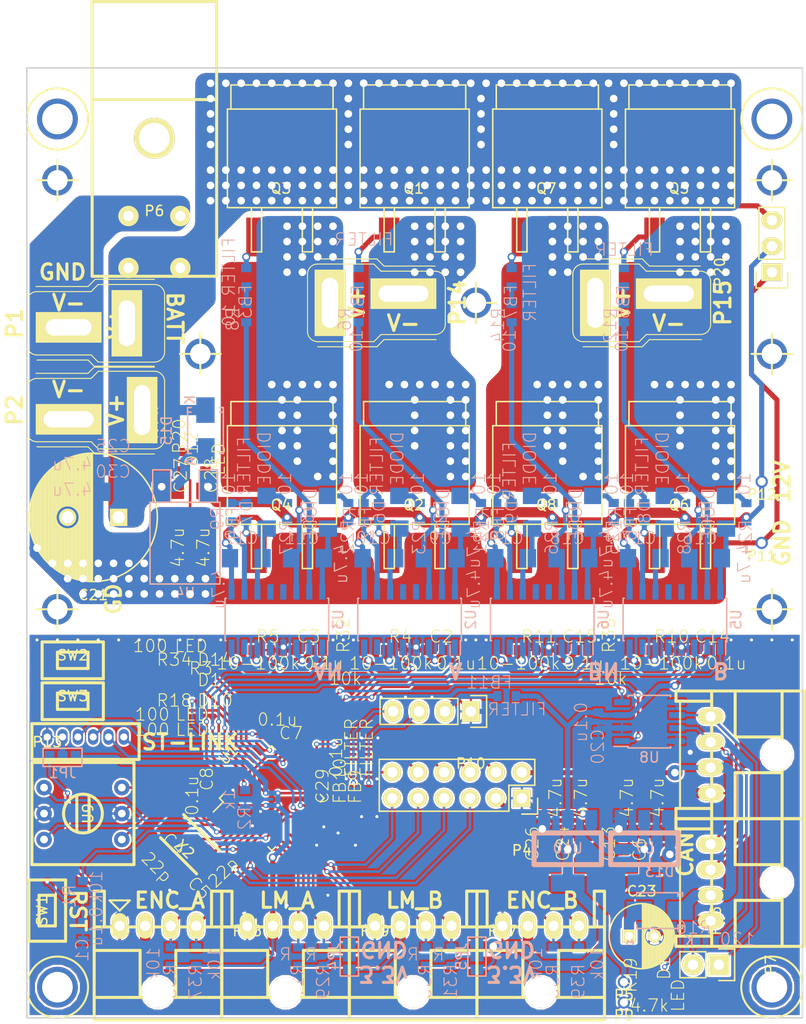
<source format=kicad_pcb>
(kicad_pcb (version 4) (host pcbnew 4.0.5)
  (layers (0 F.Cu signal) (31 B.Cu signal) (34 B.Paste user) (35 F.Paste user) (36 B.SilkS user) (37 F.SilkS user) (38 B.Mask user) (39 F.Mask user) (44 Edge.Cuts user))
  (net 0 "")
  (net 1 GND)
  (net 2 /NRST)
  (net 3 /OSC_IN)
  (net 4 /OSC_OUT)
  (net 5 +3.3V)
  (net 6 "Net-(C9-Pad1)")
  (net 7 +12V)
  (net 8 GNDPWR)
  (net 9 "Net-(C11-Pad1)")
  (net 10 /OUT_AN)
  (net 11 "Net-(C16-Pad1)")
  (net 12 "Net-(C18-Pad1)")
  (net 13 /OUT_BN)
  (net 14 +BATT)
  (net 15 "Net-(D1-Pad2)")
  (net 16 /ENC_Ab)
  (net 17 /ENC_Aa)
  (net 18 /ENC_Bb)
  (net 19 /ENC_Ba)
  (net 20 /CANL)
  (net 21 "Net-(P7-Pad2)")
  (net 22 /CANH)
  (net 23 /LIMIT_A1)
  (net 24 /LIMIT_A2)
  (net 25 /LIMIT_B1)
  (net 26 /LIMIT_B2)
  (net 27 /USART_RX)
  (net 28 /USART_TX)
  (net 29 /SWDIO)
  (net 30 /SWCLK)
  (net 31 /OUT_A)
  (net 32 /OUT_B)
  (net 33 /BOOT0)
  (net 34 "Net-(R4-Pad1)")
  (net 35 "Net-(R5-Pad1)")
  (net 36 "Net-(R6-Pad2)")
  (net 37 "Net-(R7-Pad2)")
  (net 38 "Net-(R8-Pad2)")
  (net 39 "Net-(R9-Pad2)")
  (net 40 "Net-(R10-Pad1)")
  (net 41 "Net-(R11-Pad1)")
  (net 42 "Net-(R12-Pad2)")
  (net 43 "Net-(R13-Pad2)")
  (net 44 "Net-(R14-Pad2)")
  (net 45 "Net-(R15-Pad2)")
  (net 46 /CAN_RX)
  (net 47 /PWM_A)
  (net 48 /PWM_AN)
  (net 49 /PWM_B)
  (net 50 /PWM_BN)
  (net 51 /CAN_TX)
  (net 52 /GD_12V)
  (net 53 "Net-(FB1-Pad1)")
  (net 54 "Net-(FB1-Pad2)")
  (net 55 "Net-(FB2-Pad1)")
  (net 56 "Net-(FB2-Pad2)")
  (net 57 "Net-(FB3-Pad1)")
  (net 58 "Net-(FB3-Pad2)")
  (net 59 "Net-(FB4-Pad1)")
  (net 60 "Net-(FB4-Pad2)")
  (net 61 "Net-(FB5-Pad1)")
  (net 62 "Net-(FB5-Pad2)")
  (net 63 "Net-(FB6-Pad1)")
  (net 64 "Net-(FB6-Pad2)")
  (net 65 "Net-(FB7-Pad1)")
  (net 66 "Net-(FB7-Pad2)")
  (net 67 "Net-(FB8-Pad1)")
  (net 68 "Net-(FB8-Pad2)")
  (net 69 "Net-(C10-Pad1)")
  (net 70 "Net-(C12-Pad1)")
  (net 71 "Net-(C17-Pad1)")
  (net 72 "Net-(C19-Pad1)")
  (net 73 "Net-(D10-Pad2)")
  (net 74 "Net-(D11-Pad2)")
  (net 75 "Net-(D12-Pad2)")
  (net 76 "Net-(D2-Pad1)")
  (net 77 "Net-(D3-Pad1)")
  (net 78 "Net-(D4-Pad1)")
  (net 79 "Net-(D5-Pad1)")
  (net 80 "Net-(D6-Pad1)")
  (net 81 "Net-(D7-Pad1)")
  (net 82 "Net-(D8-Pad1)")
  (net 83 "Net-(D9-Pad1)")
  (net 84 /SEL_1)
  (net 85 /SEL_2)
  (net 86 /SEL_4)
  (net 87 "Net-(JP1-Pad2)")
  (net 88 "Net-(C23-Pad1)")
  (net 89 "Net-(D14-Pad2)")
  (net 90 "Net-(C27-Pad1)")
  (net 91 +5V)
  (net 92 /EXIO_0)
  (net 93 /EXIO_1)
  (net 94 /LED_B)
  (net 95 /LED_A)
  (net 96 /SW1)
  (net 97 /SW2)
  (net 98 "Net-(JP4-Pad2)")
  (net 99 "Net-(JP5-Pad2)")
  (net 100 /SEL_8)
  (net 101 "Net-(FB9-Pad1)")
  (net 102 "Net-(FB10-Pad1)")
  (net 103 "Net-(FB11-Pad2)")
  (net 104 /MOTORA_EN)
  (net 105 /MOTORB_EN)
  (net 106 /VALVE_0)
  (net 107 /VALVE_1)
  (net 108 /VALVE_2)
  (net 109 /VALVE_3)
  (net 110 /V_RX)
  (module RP_KiCAD_Libs:testPin (layer F.Cu) (at 72 46.5)
    (fp_text reference P11 (at 0 1.27) (layer F.SilkS))
    (fp_text value TST)
    (pad 1 thru_hole circle (at 0 0) (size 1.2 1.2) (drill 0.8) (layers *.Cu *.Mask) (net 8 GNDPWR))
  )
  (module Housings_SOIC:SOIC-8_3.9x4.9mm_Pitch1.27mm (layer B.Cu) (at 61 64)
    (fp_text reference U8 (at 0 3.5) (layer B.SilkS) (effects (justify mirror)))
    (fp_text value MAX3051)
    (pad 1 smd rect (at -2.7 1.905) (size 1.55 0.6) (layers B.Cu B.Paste B.Mask) (net 51 /CAN_TX))
    (pad 2 smd rect (at -2.7 0.635) (size 1.55 0.6) (layers B.Cu B.Paste B.Mask) (net 1 GND))
    (pad 3 smd rect (at -2.7 -0.635) (size 1.55 0.6) (layers B.Cu B.Paste B.Mask) (net 5 +3.3V))
    (pad 4 smd rect (at -2.7 -1.905) (size 1.55 0.6) (layers B.Cu B.Paste B.Mask) (net 46 /CAN_RX))
    (pad 5 smd rect (at 2.7 -1.905) (size 1.55 0.6) (layers B.Cu B.Paste B.Mask) (net 1 GND))
    (pad 6 smd rect (at 2.7 -0.635) (size 1.55 0.6) (layers B.Cu B.Paste B.Mask) (net 20 /CANL))
    (pad 7 smd rect (at 2.7 0.635) (size 1.55 0.6) (layers B.Cu B.Paste B.Mask) (net 22 /CANH))
    (pad 8 smd rect (at 2.7 1.905) (size 1.55 0.6) (layers B.Cu B.Paste B.Mask) (net 1 GND))
  )
  (module Housings_SOIC:SOIC-16_3.9x9.9mm_Pitch1.27mm (layer B.Cu) (at 37.5 54 90)
    (fp_text reference U2 (at 0 6 90) (layer B.SilkS) (effects (justify mirror)))
    (fp_text value SI8234)
    (pad 1 smd rect (at -2.7 4.445 90) (size 1.5 0.6) (layers B.Cu B.Paste B.Mask) (net 47 /PWM_A))
    (pad 2 smd rect (at -2.7 3.175 90) (size 1.5 0.6) (layers B.Cu B.Paste B.Mask))
    (pad 3 smd rect (at -2.7 1.905 90) (size 1.5 0.6) (layers B.Cu B.Paste B.Mask) (net 5 +3.3V))
    (pad 4 smd rect (at -2.7 0.635 90) (size 1.5 0.6) (layers B.Cu B.Paste B.Mask) (net 1 GND))
    (pad 5 smd rect (at -2.7 -0.635 90) (size 1.5 0.6) (layers B.Cu B.Paste B.Mask) (net 104 /MOTORA_EN))
    (pad 6 smd rect (at -2.7 -1.905 90) (size 1.5 0.6) (layers B.Cu B.Paste B.Mask) (net 34 "Net-(R4-Pad1)"))
    (pad 7 smd rect (at -2.7 -3.175 90) (size 1.5 0.6) (layers B.Cu B.Paste B.Mask))
    (pad 8 smd rect (at -2.7 -4.445 90) (size 1.5 0.6) (layers B.Cu B.Paste B.Mask) (net 5 +3.3V))
    (pad 9 smd rect (at 2.7 -4.445 90) (size 1.5 0.6) (layers B.Cu B.Paste B.Mask) (net 8 GNDPWR))
    (pad 10 smd rect (at 2.7 -3.175 90) (size 1.5 0.6) (layers B.Cu B.Paste B.Mask) (net 37 "Net-(R7-Pad2)"))
    (pad 11 smd rect (at 2.7 -1.905 90) (size 1.5 0.6) (layers B.Cu B.Paste B.Mask) (net 69 "Net-(C10-Pad1)"))
    (pad 12 smd rect (at 2.7 -0.635 90) (size 1.5 0.6) (layers B.Cu B.Paste B.Mask))
    (pad 13 smd rect (at 2.7 0.635 90) (size 1.5 0.6) (layers B.Cu B.Paste B.Mask))
    (pad 14 smd rect (at 2.7 1.905 90) (size 1.5 0.6) (layers B.Cu B.Paste B.Mask) (net 31 /OUT_A))
    (pad 15 smd rect (at 2.7 3.175 90) (size 1.5 0.6) (layers B.Cu B.Paste B.Mask) (net 36 "Net-(R6-Pad2)"))
    (pad 16 smd rect (at 2.7 4.445 90) (size 1.5 0.6) (layers B.Cu B.Paste B.Mask) (net 6 "Net-(C9-Pad1)"))
  )
  (module RP_KiCAD_Libs:C1608_WP (layer F.Cu) (at 23 57)
    (fp_text reference R5 (at -0.635 -0.635) (layer F.SilkS) (effects (font (size 1.2065 1.2065) (thickness 0.1016)) (justify left bottom)))
    (fp_text value 10-100k (at -4.5 2) (layer F.SilkS) (effects (font (size 1.2065 1.2065) (thickness 0.1016)) (justify left bottom)))
    (pad 1 smd rect (at -0.9 0) (size 0.8 1) (layers F.Cu F.Paste F.Mask) (net 35 "Net-(R5-Pad1)"))
    (pad 2 smd rect (at 0.9 0) (size 0.8 1) (layers F.Cu F.Paste F.Mask) (net 1 GND))
  )
  (module Capacitors_ThroughHole:C_Radial_D12.5_L25_P5 (layer F.Cu) (at 9 44 180)
    (fp_text reference C21 (at 2.5 -7.6 180) (layer F.SilkS))
    (fp_text value 470u)
    (pad 2 thru_hole circle (at 5 0 180) (size 1.7 1.7) (drill 1.2) (layers *.Cu *.Mask F.SilkS) (net 8 GNDPWR))
    (pad 1 thru_hole rect (at 0 0 180) (size 1.7 1.7) (drill 1.2) (layers *.Cu *.Mask F.SilkS) (net 14 +BATT))
  )
  (module TO_SOT_Packages_SMD:TO-252-2Lead_regu (layer B.Cu) (at 15.5 41)
    (fp_text reference U4 (at 0 10.414) (layer B.SilkS) (effects (justify mirror)))
    (fp_text value LM7812)
    (pad VI smd rect (at -2.286 0) (size 1.651 3.048) (layers B.Cu B.Paste B.Mask) (net 90 "Net-(C27-Pad1)"))
    (pad GND smd rect (at 0 6.35) (size 6.096 6.096) (layers B.Cu B.Paste B.Mask) (net 8 GNDPWR))
    (pad VO smd rect (at 2.286 0) (size 1.651 3.048) (layers B.Cu B.Paste B.Mask) (net 52 /GD_12V))
  )
  (module Housings_QFP:LQFP-48_7x7mm_Pitch0.5mm (layer F.Cu) (at 24 71.5 45)
    (fp_text reference U1 (at 0 -6 45) (layer F.SilkS))
    (fp_text value STM32F103_48)
    (pad 1 smd rect (at -4.35 -2.75 45) (size 1.3 0.25) (layers F.Cu F.Paste F.Mask) (net 5 +3.3V))
    (pad 2 smd rect (at -4.35 -2.25 45) (size 1.3 0.25) (layers F.Cu F.Paste F.Mask) (net 84 /SEL_1))
    (pad 3 smd rect (at -4.35 -1.75 45) (size 1.3 0.25) (layers F.Cu F.Paste F.Mask) (net 85 /SEL_2))
    (pad 4 smd rect (at -4.35 -1.25 45) (size 1.3 0.25) (layers F.Cu F.Paste F.Mask) (net 86 /SEL_4))
    (pad 5 smd rect (at -4.35 -0.75 45) (size 1.3 0.25) (layers F.Cu F.Paste F.Mask) (net 3 /OSC_IN))
    (pad 6 smd rect (at -4.35 -0.25 45) (size 1.3 0.25) (layers F.Cu F.Paste F.Mask) (net 4 /OSC_OUT))
    (pad 7 smd rect (at -4.35 0.25 45) (size 1.3 0.25) (layers F.Cu F.Paste F.Mask) (net 2 /NRST))
    (pad 8 smd rect (at -4.35 0.75 45) (size 1.3 0.25) (layers F.Cu F.Paste F.Mask) (net 1 GND))
    (pad 9 smd rect (at -4.35 1.25 45) (size 1.3 0.25) (layers F.Cu F.Paste F.Mask) (net 5 +3.3V))
    (pad 10 smd rect (at -4.35 1.75 45) (size 1.3 0.25) (layers F.Cu F.Paste F.Mask) (net 17 /ENC_Aa))
    (pad 11 smd rect (at -4.35 2.25 45) (size 1.3 0.25) (layers F.Cu F.Paste F.Mask) (net 16 /ENC_Ab))
    (pad 12 smd rect (at -4.35 2.75 45) (size 1.3 0.25) (layers F.Cu F.Paste F.Mask) (net 23 /LIMIT_A1))
    (pad 13 smd rect (at -2.75 4.35 135) (size 1.3 0.25) (layers F.Cu F.Paste F.Mask) (net 24 /LIMIT_A2))
    (pad 14 smd rect (at -2.25 4.35 135) (size 1.3 0.25) (layers F.Cu F.Paste F.Mask) (net 25 /LIMIT_B1))
    (pad 15 smd rect (at -1.75 4.35 135) (size 1.3 0.25) (layers F.Cu F.Paste F.Mask) (net 26 /LIMIT_B2))
    (pad 16 smd rect (at -1.25 4.35 135) (size 1.3 0.25) (layers F.Cu F.Paste F.Mask) (net 19 /ENC_Ba))
    (pad 17 smd rect (at -0.75 4.35 135) (size 1.3 0.25) (layers F.Cu F.Paste F.Mask) (net 18 /ENC_Bb))
    (pad 18 smd rect (at -0.25 4.35 135) (size 1.3 0.25) (layers F.Cu F.Paste F.Mask) (net 101 "Net-(FB9-Pad1)"))
    (pad 19 smd rect (at 0.25 4.35 135) (size 1.3 0.25) (layers F.Cu F.Paste F.Mask) (net 102 "Net-(FB10-Pad1)"))
    (pad 20 smd rect (at 0.75 4.35 135) (size 1.3 0.25) (layers F.Cu F.Paste F.Mask) (net 100 /SEL_8))
    (pad 21 smd rect (at 1.25 4.35 135) (size 1.3 0.25) (layers F.Cu F.Paste F.Mask) (net 28 /USART_TX))
    (pad 22 smd rect (at 1.75 4.35 135) (size 1.3 0.25) (layers F.Cu F.Paste F.Mask) (net 27 /USART_RX))
    (pad 23 smd rect (at 2.25 4.35 135) (size 1.3 0.25) (layers F.Cu F.Paste F.Mask) (net 1 GND))
    (pad 24 smd rect (at 2.75 4.35 135) (size 1.3 0.25) (layers F.Cu F.Paste F.Mask) (net 5 +3.3V))
    (pad 25 smd rect (at 4.35 2.75 45) (size 1.3 0.25) (layers F.Cu F.Paste F.Mask) (net 106 /VALVE_0))
    (pad 26 smd rect (at 4.35 2.25 45) (size 1.3 0.25) (layers F.Cu F.Paste F.Mask) (net 107 /VALVE_1))
    (pad 27 smd rect (at 4.35 1.75 45) (size 1.3 0.25) (layers F.Cu F.Paste F.Mask) (net 108 /VALVE_2))
    (pad 28 smd rect (at 4.35 1.25 45) (size 1.3 0.25) (layers F.Cu F.Paste F.Mask) (net 109 /VALVE_3))
    (pad 29 smd rect (at 4.35 0.75 45) (size 1.3 0.25) (layers F.Cu F.Paste F.Mask) (net 105 /MOTORB_EN))
    (pad 30 smd rect (at 4.35 0.25 45) (size 1.3 0.25) (layers F.Cu F.Paste F.Mask) (net 104 /MOTORA_EN))
    (pad 31 smd rect (at 4.35 -0.25 45) (size 1.3 0.25) (layers F.Cu F.Paste F.Mask) (net 110 /V_RX))
    (pad 32 smd rect (at 4.35 -0.75 45) (size 1.3 0.25) (layers F.Cu F.Paste F.Mask) (net 46 /CAN_RX))
    (pad 33 smd rect (at 4.35 -1.25 45) (size 1.3 0.25) (layers F.Cu F.Paste F.Mask) (net 51 /CAN_TX))
    (pad 34 smd rect (at 4.35 -1.75 45) (size 1.3 0.25) (layers F.Cu F.Paste F.Mask) (net 29 /SWDIO))
    (pad 35 smd rect (at 4.35 -2.25 45) (size 1.3 0.25) (layers F.Cu F.Paste F.Mask) (net 1 GND))
    (pad 36 smd rect (at 4.35 -2.75 45) (size 1.3 0.25) (layers F.Cu F.Paste F.Mask) (net 5 +3.3V))
    (pad 37 smd rect (at 2.75 -4.35 135) (size 1.3 0.25) (layers F.Cu F.Paste F.Mask) (net 30 /SWCLK))
    (pad 38 smd rect (at 2.25 -4.35 135) (size 1.3 0.25) (layers F.Cu F.Paste F.Mask) (net 95 /LED_A))
    (pad 39 smd rect (at 1.75 -4.35 135) (size 1.3 0.25) (layers F.Cu F.Paste F.Mask) (net 94 /LED_B))
    (pad 40 smd rect (at 1.25 -4.35 135) (size 1.3 0.25) (layers F.Cu F.Paste F.Mask) (net 96 /SW1))
    (pad 41 smd rect (at 0.75 -4.35 135) (size 1.3 0.25) (layers F.Cu F.Paste F.Mask) (net 97 /SW2))
    (pad 42 smd rect (at 0.25 -4.35 135) (size 1.3 0.25) (layers F.Cu F.Paste F.Mask) (net 49 /PWM_B))
    (pad 43 smd rect (at -0.25 -4.35 135) (size 1.3 0.25) (layers F.Cu F.Paste F.Mask) (net 50 /PWM_BN))
    (pad 44 smd rect (at -0.75 -4.35 135) (size 1.3 0.25) (layers F.Cu F.Paste F.Mask) (net 33 /BOOT0))
    (pad 45 smd rect (at -1.25 -4.35 135) (size 1.3 0.25) (layers F.Cu F.Paste F.Mask) (net 47 /PWM_A))
    (pad 46 smd rect (at -1.75 -4.35 135) (size 1.3 0.25) (layers F.Cu F.Paste F.Mask) (net 48 /PWM_AN))
    (pad 47 smd rect (at -2.25 -4.35 135) (size 1.3 0.25) (layers F.Cu F.Paste F.Mask) (net 1 GND))
    (pad 48 smd rect (at -2.75 -4.35 135) (size 1.3 0.25) (layers F.Cu F.Paste F.Mask) (net 5 +3.3V))
  )
  (module Capacitors_ThroughHole:C_Radial_D6.3_L11.2_P2.5 (layer F.Cu) (at 59 85)
    (fp_text reference C23 (at 1.25 -4.4) (layer F.SilkS))
    (fp_text value 100u)
    (pad 2 thru_hole circle (at 2.5 0) (size 1.3 1.3) (drill 0.8) (layers *.Cu *.Mask F.SilkS) (net 1 GND))
    (pad 1 thru_hole rect (at 0 0) (size 1.3 1.3) (drill 0.8) (layers *.Cu *.Mask F.SilkS) (net 88 "Net-(C23-Pad1)"))
  )
  (module RP_KiCAD_Libs:C3216 (layer B.Cu) (at 40.5 48 180)
    (fp_text reference C9 (at -1.27 1.27 180) (layer B.SilkS) (effects (font (size 1.2065 1.2065) (thickness 0.1016)) (justify left bottom mirror)))
    (fp_text value 4.7u (at -4 3 270) (layer B.SilkS) (effects (font (size 1.2065 1.2065) (thickness 0.1016)) (justify left bottom mirror)))
    (pad 1 smd rect (at -1.6 0 180) (size 1.6 1.8) (layers B.Cu B.Paste B.Mask) (net 6 "Net-(C9-Pad1)"))
    (pad 2 smd rect (at 1.6 0 180) (size 1.6 1.8) (layers B.Cu B.Paste B.Mask) (net 31 /OUT_A))
  )
  (module RP_KiCAD_Libs:C3216 (layer B.Cu) (at 34.5 48 180)
    (fp_text reference C10 (at -1.27 1.27 180) (layer B.SilkS) (effects (font (size 1.2065 1.2065) (thickness 0.1016)) (justify left bottom mirror)))
    (fp_text value 4.7u (at 3 1.5 270) (layer B.SilkS) (effects (font (size 1.2065 1.2065) (thickness 0.1016)) (justify left bottom mirror)))
    (pad 1 smd rect (at -1.6 0 180) (size 1.6 1.8) (layers B.Cu B.Paste B.Mask) (net 69 "Net-(C10-Pad1)"))
    (pad 2 smd rect (at 1.6 0 180) (size 1.6 1.8) (layers B.Cu B.Paste B.Mask) (net 8 GNDPWR))
  )
  (module RP_KiCAD_Libs:C3216 (layer B.Cu) (at 27.5 48 180)
    (fp_text reference C11 (at -1.27 1.27 180) (layer B.SilkS) (effects (font (size 1.2065 1.2065) (thickness 0.1016)) (justify left bottom mirror)))
    (fp_text value 4.7u (at -4 1.5 270) (layer B.SilkS) (effects (font (size 1.2065 1.2065) (thickness 0.1016)) (justify left bottom mirror)))
    (pad 1 smd rect (at -1.6 0 180) (size 1.6 1.8) (layers B.Cu B.Paste B.Mask) (net 9 "Net-(C11-Pad1)"))
    (pad 2 smd rect (at 1.6 0 180) (size 1.6 1.8) (layers B.Cu B.Paste B.Mask) (net 10 /OUT_AN))
  )
  (module RP_KiCAD_Libs:C3216 (layer B.Cu) (at 21.5 48 180)
    (fp_text reference C12 (at -1.27 1.27 180) (layer B.SilkS) (effects (font (size 1.2065 1.2065) (thickness 0.1016)) (justify left bottom mirror)))
    (fp_text value 4.7u (at 2 -1 270) (layer B.SilkS) (effects (font (size 1.2065 1.2065) (thickness 0.1016)) (justify left bottom mirror)))
    (pad 1 smd rect (at -1.6 0 180) (size 1.6 1.8) (layers B.Cu B.Paste B.Mask) (net 70 "Net-(C12-Pad1)"))
    (pad 2 smd rect (at 1.6 0 180) (size 1.6 1.8) (layers B.Cu B.Paste B.Mask) (net 8 GNDPWR))
  )
  (module RP_KiCAD_Libs:C3216 (layer B.Cu) (at 66.5 48 180)
    (fp_text reference C16 (at -1.27 1.27 180) (layer B.SilkS) (effects (font (size 1.2065 1.2065) (thickness 0.1016)) (justify left bottom mirror)))
    (fp_text value 4.7u (at -4.5 1.5 270) (layer B.SilkS) (effects (font (size 1.2065 1.2065) (thickness 0.1016)) (justify left bottom mirror)))
    (pad 1 smd rect (at -1.6 0 180) (size 1.6 1.8) (layers B.Cu B.Paste B.Mask) (net 11 "Net-(C16-Pad1)"))
    (pad 2 smd rect (at 1.6 0 180) (size 1.6 1.8) (layers B.Cu B.Paste B.Mask) (net 32 /OUT_B))
  )
  (module RP_KiCAD_Libs:C3216 (layer B.Cu) (at 60.5 48 180)
    (fp_text reference C17 (at -1.27 1.27 180) (layer B.SilkS) (effects (font (size 1.2065 1.2065) (thickness 0.1016)) (justify left bottom mirror)))
    (fp_text value 4.7u (at 3 -1 270) (layer B.SilkS) (effects (font (size 1.2065 1.2065) (thickness 0.1016)) (justify left bottom mirror)))
    (pad 1 smd rect (at -1.6 0 180) (size 1.6 1.8) (layers B.Cu B.Paste B.Mask) (net 71 "Net-(C17-Pad1)"))
    (pad 2 smd rect (at 1.6 0 180) (size 1.6 1.8) (layers B.Cu B.Paste B.Mask) (net 8 GNDPWR))
  )
  (module RP_KiCAD_Libs:C3216 (layer B.Cu) (at 53.5 48 180)
    (fp_text reference C18 (at -1.27 1.27 180) (layer B.SilkS) (effects (font (size 1.2065 1.2065) (thickness 0.1016)) (justify left bottom mirror)))
    (fp_text value 4.7u (at -4 3 270) (layer B.SilkS) (effects (font (size 1.2065 1.2065) (thickness 0.1016)) (justify left bottom mirror)))
    (pad 1 smd rect (at -1.6 0 180) (size 1.6 1.8) (layers B.Cu B.Paste B.Mask) (net 12 "Net-(C18-Pad1)"))
    (pad 2 smd rect (at 1.6 0 180) (size 1.6 1.8) (layers B.Cu B.Paste B.Mask) (net 13 /OUT_BN))
  )
  (module RP_KiCAD_Libs:C3216 (layer B.Cu) (at 47.5 48 180)
    (fp_text reference C19 (at -1.27 1.27 180) (layer B.SilkS) (effects (font (size 1.2065 1.2065) (thickness 0.1016)) (justify left bottom mirror)))
    (fp_text value 4.7u (at 3 -1 270) (layer B.SilkS) (effects (font (size 1.2065 1.2065) (thickness 0.1016)) (justify left bottom mirror)))
    (pad 1 smd rect (at -1.6 0 180) (size 1.6 1.8) (layers B.Cu B.Paste B.Mask) (net 72 "Net-(C19-Pad1)"))
    (pad 2 smd rect (at 1.6 0 180) (size 1.6 1.8) (layers B.Cu B.Paste B.Mask) (net 8 GNDPWR))
  )
  (module RP_KiCAD_Libs:C3216 (layer B.Cu) (at 42.5 43.5 270)
    (fp_text reference D2 (at -1.27 1.27 270) (layer B.SilkS) (effects (font (size 1.2065 1.2065) (thickness 0.1016)) (justify left bottom mirror)))
    (fp_text value DIODE (at -2.5 1 450) (layer B.SilkS) (effects (font (size 1.2065 1.2065) (thickness 0.1016)) (justify left bottom mirror)))
    (pad 1 smd rect (at -1.6 0 270) (size 1.6 1.8) (layers B.Cu B.Paste B.Mask) (net 76 "Net-(D2-Pad1)"))
    (pad 2 smd rect (at 1.6 0 270) (size 1.6 1.8) (layers B.Cu B.Paste B.Mask) (net 6 "Net-(C9-Pad1)"))
  )
  (module RP_KiCAD_Libs:C3216 (layer B.Cu) (at 29.5 43.5 270)
    (fp_text reference D3 (at -1.27 1.27 270) (layer B.SilkS) (effects (font (size 1.2065 1.2065) (thickness 0.1016)) (justify left bottom mirror)))
    (fp_text value DIODE (at -2.5 1 270) (layer B.SilkS) (effects (font (size 1.2065 1.2065) (thickness 0.1016)) (justify left bottom mirror)))
    (pad 1 smd rect (at -1.6 0 270) (size 1.6 1.8) (layers B.Cu B.Paste B.Mask) (net 77 "Net-(D3-Pad1)"))
    (pad 2 smd rect (at 1.6 0 270) (size 1.6 1.8) (layers B.Cu B.Paste B.Mask) (net 9 "Net-(C11-Pad1)"))
  )
  (module RP_KiCAD_Libs:C3216 (layer B.Cu) (at 68.5 43.5 270)
    (fp_text reference D4 (at -1.27 1.27 270) (layer B.SilkS) (effects (font (size 1.2065 1.2065) (thickness 0.1016)) (justify left bottom mirror)))
    (fp_text value DIODE (at -2.5 1 450) (layer B.SilkS) (effects (font (size 1.2065 1.2065) (thickness 0.1016)) (justify left bottom mirror)))
    (pad 1 smd rect (at -1.6 0 270) (size 1.6 1.8) (layers B.Cu B.Paste B.Mask) (net 78 "Net-(D4-Pad1)"))
    (pad 2 smd rect (at 1.6 0 270) (size 1.6 1.8) (layers B.Cu B.Paste B.Mask) (net 11 "Net-(C16-Pad1)"))
  )
  (module RP_KiCAD_Libs:C3216 (layer B.Cu) (at 55.5 43.5 270)
    (fp_text reference D5 (at -1.27 1.27 270) (layer B.SilkS) (effects (font (size 1.2065 1.2065) (thickness 0.1016)) (justify left bottom mirror)))
    (fp_text value DIODE (at -2.5 1 270) (layer B.SilkS) (effects (font (size 1.2065 1.2065) (thickness 0.1016)) (justify left bottom mirror)))
    (pad 1 smd rect (at -1.6 0 270) (size 1.6 1.8) (layers B.Cu B.Paste B.Mask) (net 79 "Net-(D5-Pad1)"))
    (pad 2 smd rect (at 1.6 0 270) (size 1.6 1.8) (layers B.Cu B.Paste B.Mask) (net 12 "Net-(C18-Pad1)"))
  )
  (module Pin_Headers:Pin_Header_Straight_1x02 (layer F.Cu) (at 67.8 87.8 270)
    (fp_text reference P7 (at 0 -5.1 270) (layer F.SilkS))
    (fp_text value CONN_01X02)
    (pad 1 thru_hole rect (at 0 0 270) (size 2.032 2.032) (drill 1.016) (layers *.Cu *.Mask F.SilkS) (net 20 /CANL))
    (pad 2 thru_hole oval (at 0 2.54 270) (size 2.032 2.032) (drill 1.016) (layers *.Cu *.Mask F.SilkS) (net 21 "Net-(P7-Pad2)"))
  )
  (module Housings_SOIC:SOIC-16_3.9x9.9mm_Pitch1.27mm (layer B.Cu) (at 24.5 54 90)
    (fp_text reference U3 (at 0 6 90) (layer B.SilkS) (effects (justify mirror)))
    (fp_text value SI8234)
    (pad 1 smd rect (at -2.7 4.445 90) (size 1.5 0.6) (layers B.Cu B.Paste B.Mask) (net 48 /PWM_AN))
    (pad 2 smd rect (at -2.7 3.175 90) (size 1.5 0.6) (layers B.Cu B.Paste B.Mask))
    (pad 3 smd rect (at -2.7 1.905 90) (size 1.5 0.6) (layers B.Cu B.Paste B.Mask) (net 5 +3.3V))
    (pad 4 smd rect (at -2.7 0.635 90) (size 1.5 0.6) (layers B.Cu B.Paste B.Mask) (net 1 GND))
    (pad 5 smd rect (at -2.7 -0.635 90) (size 1.5 0.6) (layers B.Cu B.Paste B.Mask) (net 104 /MOTORA_EN))
    (pad 6 smd rect (at -2.7 -1.905 90) (size 1.5 0.6) (layers B.Cu B.Paste B.Mask) (net 35 "Net-(R5-Pad1)"))
    (pad 7 smd rect (at -2.7 -3.175 90) (size 1.5 0.6) (layers B.Cu B.Paste B.Mask))
    (pad 8 smd rect (at -2.7 -4.445 90) (size 1.5 0.6) (layers B.Cu B.Paste B.Mask) (net 5 +3.3V))
    (pad 9 smd rect (at 2.7 -4.445 90) (size 1.5 0.6) (layers B.Cu B.Paste B.Mask) (net 8 GNDPWR))
    (pad 10 smd rect (at 2.7 -3.175 90) (size 1.5 0.6) (layers B.Cu B.Paste B.Mask) (net 39 "Net-(R9-Pad2)"))
    (pad 11 smd rect (at 2.7 -1.905 90) (size 1.5 0.6) (layers B.Cu B.Paste B.Mask) (net 70 "Net-(C12-Pad1)"))
    (pad 12 smd rect (at 2.7 -0.635 90) (size 1.5 0.6) (layers B.Cu B.Paste B.Mask))
    (pad 13 smd rect (at 2.7 0.635 90) (size 1.5 0.6) (layers B.Cu B.Paste B.Mask))
    (pad 14 smd rect (at 2.7 1.905 90) (size 1.5 0.6) (layers B.Cu B.Paste B.Mask) (net 10 /OUT_AN))
    (pad 15 smd rect (at 2.7 3.175 90) (size 1.5 0.6) (layers B.Cu B.Paste B.Mask) (net 38 "Net-(R8-Pad2)"))
    (pad 16 smd rect (at 2.7 4.445 90) (size 1.5 0.6) (layers B.Cu B.Paste B.Mask) (net 9 "Net-(C11-Pad1)"))
  )
  (module Housings_SOIC:SOIC-16_3.9x9.9mm_Pitch1.27mm (layer B.Cu) (at 63.5 54 90)
    (fp_text reference U5 (at 0 6 90) (layer B.SilkS) (effects (justify mirror)))
    (fp_text value SI8234)
    (pad 1 smd rect (at -2.7 4.445 90) (size 1.5 0.6) (layers B.Cu B.Paste B.Mask) (net 49 /PWM_B))
    (pad 2 smd rect (at -2.7 3.175 90) (size 1.5 0.6) (layers B.Cu B.Paste B.Mask))
    (pad 3 smd rect (at -2.7 1.905 90) (size 1.5 0.6) (layers B.Cu B.Paste B.Mask) (net 5 +3.3V))
    (pad 4 smd rect (at -2.7 0.635 90) (size 1.5 0.6) (layers B.Cu B.Paste B.Mask) (net 1 GND))
    (pad 5 smd rect (at -2.7 -0.635 90) (size 1.5 0.6) (layers B.Cu B.Paste B.Mask) (net 105 /MOTORB_EN))
    (pad 6 smd rect (at -2.7 -1.905 90) (size 1.5 0.6) (layers B.Cu B.Paste B.Mask) (net 40 "Net-(R10-Pad1)"))
    (pad 7 smd rect (at -2.7 -3.175 90) (size 1.5 0.6) (layers B.Cu B.Paste B.Mask))
    (pad 8 smd rect (at -2.7 -4.445 90) (size 1.5 0.6) (layers B.Cu B.Paste B.Mask) (net 5 +3.3V))
    (pad 9 smd rect (at 2.7 -4.445 90) (size 1.5 0.6) (layers B.Cu B.Paste B.Mask) (net 8 GNDPWR))
    (pad 10 smd rect (at 2.7 -3.175 90) (size 1.5 0.6) (layers B.Cu B.Paste B.Mask) (net 43 "Net-(R13-Pad2)"))
    (pad 11 smd rect (at 2.7 -1.905 90) (size 1.5 0.6) (layers B.Cu B.Paste B.Mask) (net 71 "Net-(C17-Pad1)"))
    (pad 12 smd rect (at 2.7 -0.635 90) (size 1.5 0.6) (layers B.Cu B.Paste B.Mask))
    (pad 13 smd rect (at 2.7 0.635 90) (size 1.5 0.6) (layers B.Cu B.Paste B.Mask))
    (pad 14 smd rect (at 2.7 1.905 90) (size 1.5 0.6) (layers B.Cu B.Paste B.Mask) (net 32 /OUT_B))
    (pad 15 smd rect (at 2.7 3.175 90) (size 1.5 0.6) (layers B.Cu B.Paste B.Mask) (net 42 "Net-(R12-Pad2)"))
    (pad 16 smd rect (at 2.7 4.445 90) (size 1.5 0.6) (layers B.Cu B.Paste B.Mask) (net 11 "Net-(C16-Pad1)"))
  )
  (module Housings_SOIC:SOIC-16_3.9x9.9mm_Pitch1.27mm (layer B.Cu) (at 50.5 54 90)
    (fp_text reference U6 (at 0 6 90) (layer B.SilkS) (effects (justify mirror)))
    (fp_text value SI8234)
    (pad 1 smd rect (at -2.7 4.445 90) (size 1.5 0.6) (layers B.Cu B.Paste B.Mask) (net 50 /PWM_BN))
    (pad 2 smd rect (at -2.7 3.175 90) (size 1.5 0.6) (layers B.Cu B.Paste B.Mask))
    (pad 3 smd rect (at -2.7 1.905 90) (size 1.5 0.6) (layers B.Cu B.Paste B.Mask) (net 5 +3.3V))
    (pad 4 smd rect (at -2.7 0.635 90) (size 1.5 0.6) (layers B.Cu B.Paste B.Mask) (net 1 GND))
    (pad 5 smd rect (at -2.7 -0.635 90) (size 1.5 0.6) (layers B.Cu B.Paste B.Mask) (net 105 /MOTORB_EN))
    (pad 6 smd rect (at -2.7 -1.905 90) (size 1.5 0.6) (layers B.Cu B.Paste B.Mask) (net 41 "Net-(R11-Pad1)"))
    (pad 7 smd rect (at -2.7 -3.175 90) (size 1.5 0.6) (layers B.Cu B.Paste B.Mask))
    (pad 8 smd rect (at -2.7 -4.445 90) (size 1.5 0.6) (layers B.Cu B.Paste B.Mask) (net 5 +3.3V))
    (pad 9 smd rect (at 2.7 -4.445 90) (size 1.5 0.6) (layers B.Cu B.Paste B.Mask) (net 8 GNDPWR))
    (pad 10 smd rect (at 2.7 -3.175 90) (size 1.5 0.6) (layers B.Cu B.Paste B.Mask) (net 45 "Net-(R15-Pad2)"))
    (pad 11 smd rect (at 2.7 -1.905 90) (size 1.5 0.6) (layers B.Cu B.Paste B.Mask) (net 72 "Net-(C19-Pad1)"))
    (pad 12 smd rect (at 2.7 -0.635 90) (size 1.5 0.6) (layers B.Cu B.Paste B.Mask))
    (pad 13 smd rect (at 2.7 0.635 90) (size 1.5 0.6) (layers B.Cu B.Paste B.Mask))
    (pad 14 smd rect (at 2.7 1.905 90) (size 1.5 0.6) (layers B.Cu B.Paste B.Mask) (net 13 /OUT_BN))
    (pad 15 smd rect (at 2.7 3.175 90) (size 1.5 0.6) (layers B.Cu B.Paste B.Mask) (net 44 "Net-(R14-Pad2)"))
    (pad 16 smd rect (at 2.7 4.445 90) (size 1.5 0.6) (layers B.Cu B.Paste B.Mask) (net 12 "Net-(C18-Pad1)"))
  )
  (module RP_KiCAD_Libs:C3216 (layer F.Cu) (at 14.5 43 270)
    (fp_text reference C27 (at -1.27 -1.27 270) (layer F.SilkS) (effects (font (size 1.2065 1.2065) (thickness 0.1016)) (justify left bottom)))
    (fp_text value 4.7u (at 6 -1 270) (layer F.SilkS) (effects (font (size 1.2065 1.2065) (thickness 0.1016)) (justify left bottom)))
    (pad 1 smd rect (at -1.6 0 270) (size 1.6 1.8) (layers F.Cu F.Paste F.Mask) (net 90 "Net-(C27-Pad1)"))
    (pad 2 smd rect (at 1.6 0 270) (size 1.6 1.8) (layers F.Cu F.Paste F.Mask) (net 8 GNDPWR))
  )
  (module RP_KiCAD_Libs:C3216 (layer F.Cu) (at 17.5 43 270)
    (fp_text reference C28 (at -1.27 -1.27 270) (layer F.SilkS) (effects (font (size 1.2065 1.2065) (thickness 0.1016)) (justify left bottom)))
    (fp_text value 4.7u (at 6 -0.5 270) (layer F.SilkS) (effects (font (size 1.2065 1.2065) (thickness 0.1016)) (justify left bottom)))
    (pad 1 smd rect (at -1.6 0 270) (size 1.6 1.8) (layers F.Cu F.Paste F.Mask) (net 52 /GD_12V))
    (pad 2 smd rect (at 1.6 0 270) (size 1.6 1.8) (layers F.Cu F.Paste F.Mask) (net 8 GNDPWR))
  )
  (module RP_KiCAD_Libs:C1608_WP (layer B.Cu) (at 5.5 84.5 90)
    (fp_text reference C1 (at -0.635 0.635 90) (layer B.SilkS) (effects (font (size 1.2065 1.2065) (thickness 0.1016)) (justify left bottom mirror)))
    (fp_text value 0.1u (at 2.5 2 270) (layer B.SilkS) (effects (font (size 1.2065 1.2065) (thickness 0.1016)) (justify left bottom mirror)))
    (pad 1 smd rect (at -0.9 0 90) (size 0.8 1) (layers B.Cu B.Paste B.Mask) (net 1 GND))
    (pad 2 smd rect (at 0.9 0 90) (size 0.8 1) (layers B.Cu B.Paste B.Mask) (net 2 /NRST))
  )
  (module RP_KiCAD_Libs:C1608_WP (layer F.Cu) (at 40 57)
    (fp_text reference C2 (at -0.635 -0.635) (layer F.SilkS) (effects (font (size 1.2065 1.2065) (thickness 0.1016)) (justify left bottom)))
    (fp_text value 0.1u (at 0 2) (layer F.SilkS) (effects (font (size 1.2065 1.2065) (thickness 0.1016)) (justify left bottom)))
    (pad 1 smd rect (at -0.9 0) (size 0.8 1) (layers F.Cu F.Paste F.Mask) (net 1 GND))
    (pad 2 smd rect (at 0.9 0) (size 0.8 1) (layers F.Cu F.Paste F.Mask) (net 5 +3.3V))
  )
  (module RP_KiCAD_Libs:C1608_WP (layer F.Cu) (at 13 76.5 315)
    (fp_text reference C4 (at -0.635 -0.635 315) (layer F.SilkS) (effects (font (size 1.2065 1.2065) (thickness 0.1016)) (justify left bottom)))
    (fp_text value 22p (at -0.707107 2.12132 315) (layer F.SilkS) (effects (font (size 1.2065 1.2065) (thickness 0.1016)) (justify left bottom)))
    (pad 1 smd rect (at -0.9 0 315) (size 0.8 1) (layers F.Cu F.Paste F.Mask) (net 3 /OSC_IN))
    (pad 2 smd rect (at 0.9 0 315) (size 0.8 1) (layers F.Cu F.Paste F.Mask) (net 1 GND))
  )
  (module RP_KiCAD_Libs:C1608_WP (layer F.Cu) (at 15.5 79 135)
    (fp_text reference C5 (at -0.635 -0.635 135) (layer F.SilkS) (effects (font (size 1.2065 1.2065) (thickness 0.1016)) (justify left bottom)))
    (fp_text value 22p (at -3.181981 1.06066 225) (layer F.SilkS) (effects (font (size 1.2065 1.2065) (thickness 0.1016)) (justify left bottom)))
    (pad 1 smd rect (at -0.9 0 135) (size 0.8 1) (layers F.Cu F.Paste F.Mask) (net 4 /OSC_OUT))
    (pad 2 smd rect (at 0.9 0 135) (size 0.8 1) (layers F.Cu F.Paste F.Mask) (net 1 GND))
  )
  (module RP_KiCAD_Libs:C1608_WP (layer F.Cu) (at 24 65.2 180)
    (fp_text reference C7 (at -0.635 -0.635 180) (layer F.SilkS) (effects (font (size 1.2065 1.2065) (thickness 0.1016)) (justify left bottom)))
    (fp_text value 0.1u (at 1.5 0.7 180) (layer F.SilkS) (effects (font (size 1.2065 1.2065) (thickness 0.1016)) (justify left bottom)))
    (pad 1 smd rect (at -0.9 0 180) (size 0.8 1) (layers F.Cu F.Paste F.Mask) (net 1 GND))
    (pad 2 smd rect (at 0.9 0 180) (size 0.8 1) (layers F.Cu F.Paste F.Mask) (net 5 +3.3V))
  )
  (module RP_KiCAD_Libs:C1608_WP (layer F.Cu) (at 17.7 71.5 270)
    (fp_text reference C8 (at -0.635 -0.635 270) (layer F.SilkS) (effects (font (size 1.2065 1.2065) (thickness 0.1016)) (justify left bottom)))
    (fp_text value 0.1u (at 1.8 0.8 270) (layer F.SilkS) (effects (font (size 1.2065 1.2065) (thickness 0.1016)) (justify left bottom)))
    (pad 1 smd rect (at -0.9 0 270) (size 0.8 1) (layers F.Cu F.Paste F.Mask) (net 1 GND))
    (pad 2 smd rect (at 0.9 0 270) (size 0.8 1) (layers F.Cu F.Paste F.Mask) (net 5 +3.3V))
  )
  (module RP_KiCAD_Libs:C1608_WP (layer F.Cu) (at 66 57)
    (fp_text reference C14 (at -0.635 -0.635) (layer F.SilkS) (effects (font (size 1.2065 1.2065) (thickness 0.1016)) (justify left bottom)))
    (fp_text value 0.1u (at 0.5 2) (layer F.SilkS) (effects (font (size 1.2065 1.2065) (thickness 0.1016)) (justify left bottom)))
    (pad 1 smd rect (at -0.9 0) (size 0.8 1) (layers F.Cu F.Paste F.Mask) (net 1 GND))
    (pad 2 smd rect (at 0.9 0) (size 0.8 1) (layers F.Cu F.Paste F.Mask) (net 5 +3.3V))
  )
  (module RP_KiCAD_Libs:C1608_WP (layer F.Cu) (at 53 57)
    (fp_text reference C15 (at -0.635 -0.635) (layer F.SilkS) (effects (font (size 1.2065 1.2065) (thickness 0.1016)) (justify left bottom)))
    (fp_text value 0.1u (at -0.5 2) (layer F.SilkS) (effects (font (size 1.2065 1.2065) (thickness 0.1016)) (justify left bottom)))
    (pad 1 smd rect (at -0.9 0) (size 0.8 1) (layers F.Cu F.Paste F.Mask) (net 1 GND))
    (pad 2 smd rect (at 0.9 0) (size 0.8 1) (layers F.Cu F.Paste F.Mask) (net 5 +3.3V))
  )
  (module RP_KiCAD_Libs:C1608_WP (layer B.Cu) (at 5.5 80.5 270)
    (fp_text reference R1 (at -0.635 0.635 270) (layer B.SilkS) (effects (font (size 1.2065 1.2065) (thickness 0.1016)) (justify left bottom mirror)))
    (fp_text value 10k (at -2 -2 270) (layer B.SilkS) (effects (font (size 1.2065 1.2065) (thickness 0.1016)) (justify left bottom mirror)))
    (pad 1 smd rect (at -0.9 0 270) (size 0.8 1) (layers B.Cu B.Paste B.Mask) (net 5 +3.3V))
    (pad 2 smd rect (at 0.9 0 270) (size 0.8 1) (layers B.Cu B.Paste B.Mask) (net 2 /NRST))
  )
  (module RP_KiCAD_Libs:C1608_WP (layer B.Cu) (at 21.4 71.6 90)
    (fp_text reference R2 (at -0.635 0.635 90) (layer B.SilkS) (effects (font (size 1.2065 1.2065) (thickness 0.1016)) (justify left bottom mirror)))
    (fp_text value 1k (at 1.1 -0.9 90) (layer B.SilkS) (effects (font (size 1.2065 1.2065) (thickness 0.1016)) (justify left bottom mirror)))
    (pad 1 smd rect (at -0.9 0 90) (size 0.8 1) (layers B.Cu B.Paste B.Mask) (net 1 GND))
    (pad 2 smd rect (at 0.9 0 90) (size 0.8 1) (layers B.Cu B.Paste B.Mask) (net 33 /BOOT0))
  )
  (module RP_KiCAD_Libs:C1608_WP (layer F.Cu) (at 12 60 180)
    (fp_text reference R3 (at -3.81 0.508 180) (layer F.SilkS) (effects (font (size 1.2065 1.2065) (thickness 0.1016)) (justify left bottom)))
    (fp_text value 100 (at 1.5 -4 180) (layer F.SilkS) (effects (font (size 1.2065 1.2065) (thickness 0.1016)) (justify left bottom)))
    (pad 1 smd rect (at -0.9 0 180) (size 0.8 1) (layers F.Cu F.Paste F.Mask) (net 15 "Net-(D1-Pad2)"))
    (pad 2 smd rect (at 0.9 0 180) (size 0.8 1) (layers F.Cu F.Paste F.Mask) (net 1 GND))
  )
  (module RP_KiCAD_Libs:C1608_WP (layer F.Cu) (at 36 57)
    (fp_text reference R4 (at -0.635 -0.635) (layer F.SilkS) (effects (font (size 1.2065 1.2065) (thickness 0.1016)) (justify left bottom)))
    (fp_text value 10-100k (at -4.5 2) (layer F.SilkS) (effects (font (size 1.2065 1.2065) (thickness 0.1016)) (justify left bottom)))
    (pad 1 smd rect (at -0.9 0) (size 0.8 1) (layers F.Cu F.Paste F.Mask) (net 34 "Net-(R4-Pad1)"))
    (pad 2 smd rect (at 0.9 0) (size 0.8 1) (layers F.Cu F.Paste F.Mask) (net 1 GND))
  )
  (module RP_KiCAD_Libs:C1608_WP (layer B.Cu) (at 32.5 24 270)
    (fp_text reference R6 (at -0.635 0.635 270) (layer B.SilkS) (effects (font (size 1.2065 1.2065) (thickness 0.1016)) (justify left bottom mirror)))
    (fp_text value 10 (at 1.5 -0.5 270) (layer B.SilkS) (effects (font (size 1.2065 1.2065) (thickness 0.1016)) (justify left bottom mirror)))
    (pad 1 smd rect (at -0.9 0 270) (size 0.8 1) (layers B.Cu B.Paste B.Mask) (net 53 "Net-(FB1-Pad1)"))
    (pad 2 smd rect (at 0.9 0 270) (size 0.8 1) (layers B.Cu B.Paste B.Mask) (net 36 "Net-(R6-Pad2)"))
  )
  (module RP_KiCAD_Libs:C1608_WP (layer B.Cu) (at 33 43.5 270)
    (fp_text reference R7 (at -0.635 0.635 270) (layer B.SilkS) (effects (font (size 1.2065 1.2065) (thickness 0.1016)) (justify left bottom mirror)))
    (fp_text value 10 (at -4 -0.5 270) (layer B.SilkS) (effects (font (size 1.2065 1.2065) (thickness 0.1016)) (justify left bottom mirror)))
    (pad 1 smd rect (at -0.9 0 270) (size 0.8 1) (layers B.Cu B.Paste B.Mask) (net 55 "Net-(FB2-Pad1)"))
    (pad 2 smd rect (at 0.9 0 270) (size 0.8 1) (layers B.Cu B.Paste B.Mask) (net 37 "Net-(R7-Pad2)"))
  )
  (module RP_KiCAD_Libs:C1608_WP (layer B.Cu) (at 21.5 24 270)
    (fp_text reference R8 (at -0.635 0.635 270) (layer B.SilkS) (effects (font (size 1.2065 1.2065) (thickness 0.1016)) (justify left bottom mirror)))
    (fp_text value 10 (at -1 1 270) (layer B.SilkS) (effects (font (size 1.2065 1.2065) (thickness 0.1016)) (justify left bottom mirror)))
    (pad 1 smd rect (at -0.9 0 270) (size 0.8 1) (layers B.Cu B.Paste B.Mask) (net 57 "Net-(FB3-Pad1)"))
    (pad 2 smd rect (at 0.9 0 270) (size 0.8 1) (layers B.Cu B.Paste B.Mask) (net 38 "Net-(R8-Pad2)"))
  )
  (module RP_KiCAD_Libs:C1608_WP (layer B.Cu) (at 20 43.5 270)
    (fp_text reference R9 (at -0.635 0.635 270) (layer B.SilkS) (effects (font (size 1.2065 1.2065) (thickness 0.1016)) (justify left bottom mirror)))
    (fp_text value 10 (at -4 -0.5 270) (layer B.SilkS) (effects (font (size 1.2065 1.2065) (thickness 0.1016)) (justify left bottom mirror)))
    (pad 1 smd rect (at -0.9 0 270) (size 0.8 1) (layers B.Cu B.Paste B.Mask) (net 59 "Net-(FB4-Pad1)"))
    (pad 2 smd rect (at 0.9 0 270) (size 0.8 1) (layers B.Cu B.Paste B.Mask) (net 39 "Net-(R9-Pad2)"))
  )
  (module RP_KiCAD_Libs:C1608_WP (layer F.Cu) (at 62 57)
    (fp_text reference R10 (at -0.635 -0.635) (layer F.SilkS) (effects (font (size 1.2065 1.2065) (thickness 0.1016)) (justify left bottom)))
    (fp_text value 10-100k (at -4 2) (layer F.SilkS) (effects (font (size 1.2065 1.2065) (thickness 0.1016)) (justify left bottom)))
    (pad 1 smd rect (at -0.9 0) (size 0.8 1) (layers F.Cu F.Paste F.Mask) (net 40 "Net-(R10-Pad1)"))
    (pad 2 smd rect (at 0.9 0) (size 0.8 1) (layers F.Cu F.Paste F.Mask) (net 1 GND))
  )
  (module RP_KiCAD_Libs:C1608_WP (layer F.Cu) (at 49 57)
    (fp_text reference R11 (at -0.635 -0.635) (layer F.SilkS) (effects (font (size 1.2065 1.2065) (thickness 0.1016)) (justify left bottom)))
    (fp_text value 10-100k (at -5 2) (layer F.SilkS) (effects (font (size 1.2065 1.2065) (thickness 0.1016)) (justify left bottom)))
    (pad 1 smd rect (at -0.9 0) (size 0.8 1) (layers F.Cu F.Paste F.Mask) (net 41 "Net-(R11-Pad1)"))
    (pad 2 smd rect (at 0.9 0) (size 0.8 1) (layers F.Cu F.Paste F.Mask) (net 1 GND))
  )
  (module RP_KiCAD_Libs:C1608_WP (layer B.Cu) (at 58.5 24 270)
    (fp_text reference R12 (at -0.635 0.635 270) (layer B.SilkS) (effects (font (size 1.2065 1.2065) (thickness 0.1016)) (justify left bottom mirror)))
    (fp_text value 10 (at 1.5 -0.5 270) (layer B.SilkS) (effects (font (size 1.2065 1.2065) (thickness 0.1016)) (justify left bottom mirror)))
    (pad 1 smd rect (at -0.9 0 270) (size 0.8 1) (layers B.Cu B.Paste B.Mask) (net 61 "Net-(FB5-Pad1)"))
    (pad 2 smd rect (at 0.9 0 270) (size 0.8 1) (layers B.Cu B.Paste B.Mask) (net 42 "Net-(R12-Pad2)"))
  )
  (module RP_KiCAD_Libs:C1608_WP (layer B.Cu) (at 59 43.5 270)
    (fp_text reference R13 (at -0.635 0.635 270) (layer B.SilkS) (effects (font (size 1.2065 1.2065) (thickness 0.1016)) (justify left bottom mirror)))
    (fp_text value 10 (at -4 -0.5 270) (layer B.SilkS) (effects (font (size 1.2065 1.2065) (thickness 0.1016)) (justify left bottom mirror)))
    (pad 1 smd rect (at -0.9 0 270) (size 0.8 1) (layers B.Cu B.Paste B.Mask) (net 63 "Net-(FB6-Pad1)"))
    (pad 2 smd rect (at 0.9 0 270) (size 0.8 1) (layers B.Cu B.Paste B.Mask) (net 43 "Net-(R13-Pad2)"))
  )
  (module RP_KiCAD_Libs:C1608_WP (layer B.Cu) (at 47.5 24 270)
    (fp_text reference R14 (at -0.635 0.635 270) (layer B.SilkS) (effects (font (size 1.2065 1.2065) (thickness 0.1016)) (justify left bottom mirror)))
    (fp_text value 10 (at 1.5 -0.5 270) (layer B.SilkS) (effects (font (size 1.2065 1.2065) (thickness 0.1016)) (justify left bottom mirror)))
    (pad 1 smd rect (at -0.9 0 270) (size 0.8 1) (layers B.Cu B.Paste B.Mask) (net 65 "Net-(FB7-Pad1)"))
    (pad 2 smd rect (at 0.9 0 270) (size 0.8 1) (layers B.Cu B.Paste B.Mask) (net 44 "Net-(R14-Pad2)"))
  )
  (module RP_KiCAD_Libs:C1608_WP (layer B.Cu) (at 46 43.5 270)
    (fp_text reference R15 (at -0.635 0.635 270) (layer B.SilkS) (effects (font (size 1.2065 1.2065) (thickness 0.1016)) (justify left bottom mirror)))
    (fp_text value 10 (at -4 1 270) (layer B.SilkS) (effects (font (size 1.2065 1.2065) (thickness 0.1016)) (justify left bottom mirror)))
    (pad 1 smd rect (at -0.9 0 270) (size 0.8 1) (layers B.Cu B.Paste B.Mask) (net 67 "Net-(FB8-Pad1)"))
    (pad 2 smd rect (at 0.9 0 270) (size 0.8 1) (layers B.Cu B.Paste B.Mask) (net 45 "Net-(R15-Pad2)"))
  )
  (module RP_KiCAD_Libs:C1608_WP (layer B.Cu) (at 66.5 85.5 180)
    (fp_text reference R16 (at -0.635 0.635 180) (layer B.SilkS) (effects (font (size 1.2065 1.2065) (thickness 0.1016)) (justify left bottom mirror)))
    (fp_text value 120 (at -4.9 -0.5 360) (layer B.SilkS) (effects (font (size 1.2065 1.2065) (thickness 0.1016)) (justify left bottom mirror)))
    (pad 1 smd rect (at -0.9 0 180) (size 0.8 1) (layers B.Cu B.Paste B.Mask) (net 22 /CANH))
    (pad 2 smd rect (at 0.9 0 180) (size 0.8 1) (layers B.Cu B.Paste B.Mask) (net 21 "Net-(P7-Pad2)"))
  )
  (module RP_KiCAD_Libs:C1608_WP (layer F.Cu) (at 30.3 71.5 90)
    (fp_text reference C29 (at -0.635 -0.635 90) (layer F.SilkS) (effects (font (size 1.2065 1.2065) (thickness 0.1016)) (justify left bottom)))
    (fp_text value 0.1u (at 2 0.7 270) (layer F.SilkS) (effects (font (size 1.2065 1.2065) (thickness 0.1016)) (justify left bottom)))
    (pad 1 smd rect (at -0.9 0 90) (size 0.8 1) (layers F.Cu F.Paste F.Mask) (net 1 GND))
    (pad 2 smd rect (at 0.9 0 90) (size 0.8 1) (layers F.Cu F.Paste F.Mask) (net 5 +3.3V))
  )
  (module RP_KiCAD_Libs:C1608_WP (layer B.Cu) (at 32.5 20.5 90)
    (fp_text reference FB1 (at -0.635 0.635 90) (layer B.SilkS) (effects (font (size 1.2065 1.2065) (thickness 0.1016)) (justify left bottom mirror)))
    (fp_text value FILTER (at 3 3.5 180) (layer B.SilkS) (effects (font (size 1.2065 1.2065) (thickness 0.1016)) (justify left bottom mirror)))
    (pad 1 smd rect (at -0.9 0 90) (size 0.8 1) (layers B.Cu B.Paste B.Mask) (net 53 "Net-(FB1-Pad1)"))
    (pad 2 smd rect (at 0.9 0 90) (size 0.8 1) (layers B.Cu B.Paste B.Mask) (net 54 "Net-(FB1-Pad2)"))
  )
  (module RP_KiCAD_Libs:C1608_WP (layer B.Cu) (at 34.5 43.5 270)
    (fp_text reference FB2 (at -0.635 0.635 270) (layer B.SilkS) (effects (font (size 1.2065 1.2065) (thickness 0.1016)) (justify left bottom mirror)))
    (fp_text value FILTER (at -7.5 -0.5 270) (layer B.SilkS) (effects (font (size 1.2065 1.2065) (thickness 0.1016)) (justify left bottom mirror)))
    (pad 1 smd rect (at -0.9 0 270) (size 0.8 1) (layers B.Cu B.Paste B.Mask) (net 55 "Net-(FB2-Pad1)"))
    (pad 2 smd rect (at 0.9 0 270) (size 0.8 1) (layers B.Cu B.Paste B.Mask) (net 56 "Net-(FB2-Pad2)"))
  )
  (module RP_KiCAD_Libs:C1608_WP (layer B.Cu) (at 21.5 20.5 90)
    (fp_text reference FB3 (at -0.635 0.635 90) (layer B.SilkS) (effects (font (size 1.2065 1.2065) (thickness 0.1016)) (justify left bottom mirror)))
    (fp_text value FILTER (at 4 -1 270) (layer B.SilkS) (effects (font (size 1.2065 1.2065) (thickness 0.1016)) (justify left bottom mirror)))
    (pad 1 smd rect (at -0.9 0 90) (size 0.8 1) (layers B.Cu B.Paste B.Mask) (net 57 "Net-(FB3-Pad1)"))
    (pad 2 smd rect (at 0.9 0 90) (size 0.8 1) (layers B.Cu B.Paste B.Mask) (net 58 "Net-(FB3-Pad2)"))
  )
  (module RP_KiCAD_Libs:C1608_WP (layer B.Cu) (at 21.5 43.5 270)
    (fp_text reference FB4 (at -0.635 0.635 270) (layer B.SilkS) (effects (font (size 1.2065 1.2065) (thickness 0.1016)) (justify left bottom mirror)))
    (fp_text value FILTER (at -7.5 -0.5 270) (layer B.SilkS) (effects (font (size 1.2065 1.2065) (thickness 0.1016)) (justify left bottom mirror)))
    (pad 1 smd rect (at -0.9 0 270) (size 0.8 1) (layers B.Cu B.Paste B.Mask) (net 59 "Net-(FB4-Pad1)"))
    (pad 2 smd rect (at 0.9 0 270) (size 0.8 1) (layers B.Cu B.Paste B.Mask) (net 60 "Net-(FB4-Pad2)"))
  )
  (module RP_KiCAD_Libs:C1608_WP (layer B.Cu) (at 58.5 20.5 90)
    (fp_text reference FB5 (at -0.635 0.635 90) (layer B.SilkS) (effects (font (size 1.2065 1.2065) (thickness 0.1016)) (justify left bottom mirror)))
    (fp_text value FILTER (at 2 3 180) (layer B.SilkS) (effects (font (size 1.2065 1.2065) (thickness 0.1016)) (justify left bottom mirror)))
    (pad 1 smd rect (at -0.9 0 90) (size 0.8 1) (layers B.Cu B.Paste B.Mask) (net 61 "Net-(FB5-Pad1)"))
    (pad 2 smd rect (at 0.9 0 90) (size 0.8 1) (layers B.Cu B.Paste B.Mask) (net 62 "Net-(FB5-Pad2)"))
  )
  (module RP_KiCAD_Libs:C1608_WP (layer B.Cu) (at 60.5 43.5 270)
    (fp_text reference FB6 (at -0.635 0.635 270) (layer B.SilkS) (effects (font (size 1.2065 1.2065) (thickness 0.1016)) (justify left bottom mirror)))
    (fp_text value FILTER (at -7.5 -0.5 270) (layer B.SilkS) (effects (font (size 1.2065 1.2065) (thickness 0.1016)) (justify left bottom mirror)))
    (pad 1 smd rect (at -0.9 0 270) (size 0.8 1) (layers B.Cu B.Paste B.Mask) (net 63 "Net-(FB6-Pad1)"))
    (pad 2 smd rect (at 0.9 0 270) (size 0.8 1) (layers B.Cu B.Paste B.Mask) (net 64 "Net-(FB6-Pad2)"))
  )
  (module RP_KiCAD_Libs:C1608_WP (layer B.Cu) (at 47.5 20.5 90)
    (fp_text reference FB7 (at -0.635 0.635 90) (layer B.SilkS) (effects (font (size 1.2065 1.2065) (thickness 0.1016)) (justify left bottom mirror)))
    (fp_text value FILTER (at 1.5 2.5 270) (layer B.SilkS) (effects (font (size 1.2065 1.2065) (thickness 0.1016)) (justify left bottom mirror)))
    (pad 1 smd rect (at -0.9 0 90) (size 0.8 1) (layers B.Cu B.Paste B.Mask) (net 65 "Net-(FB7-Pad1)"))
    (pad 2 smd rect (at 0.9 0 90) (size 0.8 1) (layers B.Cu B.Paste B.Mask) (net 66 "Net-(FB7-Pad2)"))
  )
  (module RP_KiCAD_Libs:C1608_WP (layer B.Cu) (at 47.5 43.5 270)
    (fp_text reference FB8 (at -0.635 0.635 270) (layer B.SilkS) (effects (font (size 1.2065 1.2065) (thickness 0.1016)) (justify left bottom mirror)))
    (fp_text value FILTER (at -7 -0.5 270) (layer B.SilkS) (effects (font (size 1.2065 1.2065) (thickness 0.1016)) (justify left bottom mirror)))
    (pad 1 smd rect (at -0.9 0 270) (size 0.8 1) (layers B.Cu B.Paste B.Mask) (net 67 "Net-(FB8-Pad1)"))
    (pad 2 smd rect (at 0.9 0 270) (size 0.8 1) (layers B.Cu B.Paste B.Mask) (net 68 "Net-(FB8-Pad2)"))
  )
  (module RP_KiCAD_Libs:C3216 (layer B.Cu) (at 36.5 43.5 270)
    (fp_text reference D6 (at -1.27 1.27 270) (layer B.SilkS) (effects (font (size 1.2065 1.2065) (thickness 0.1016)) (justify left bottom mirror)))
    (fp_text value DIODE (at -8 -0.5 270) (layer B.SilkS) (effects (font (size 1.2065 1.2065) (thickness 0.1016)) (justify left bottom mirror)))
    (pad 1 smd rect (at -1.6 0 270) (size 1.6 1.8) (layers B.Cu B.Paste B.Mask) (net 80 "Net-(D6-Pad1)"))
    (pad 2 smd rect (at 1.6 0 270) (size 1.6 1.8) (layers B.Cu B.Paste B.Mask) (net 69 "Net-(C10-Pad1)"))
  )
  (module RP_KiCAD_Libs:C3216 (layer B.Cu) (at 23.5 43.5 270)
    (fp_text reference D7 (at -1.27 1.27 270) (layer B.SilkS) (effects (font (size 1.2065 1.2065) (thickness 0.1016)) (justify left bottom mirror)))
    (fp_text value DIODE (at -8 -0.5 450) (layer B.SilkS) (effects (font (size 1.2065 1.2065) (thickness 0.1016)) (justify left bottom mirror)))
    (pad 1 smd rect (at -1.6 0 270) (size 1.6 1.8) (layers B.Cu B.Paste B.Mask) (net 81 "Net-(D7-Pad1)"))
    (pad 2 smd rect (at 1.6 0 270) (size 1.6 1.8) (layers B.Cu B.Paste B.Mask) (net 70 "Net-(C12-Pad1)"))
  )
  (module RP_KiCAD_Libs:C3216 (layer B.Cu) (at 62.5 43.5 270)
    (fp_text reference D8 (at -1.27 1.27 270) (layer B.SilkS) (effects (font (size 1.2065 1.2065) (thickness 0.1016)) (justify left bottom mirror)))
    (fp_text value DIODE (at -8 -0.5 270) (layer B.SilkS) (effects (font (size 1.2065 1.2065) (thickness 0.1016)) (justify left bottom mirror)))
    (pad 1 smd rect (at -1.6 0 270) (size 1.6 1.8) (layers B.Cu B.Paste B.Mask) (net 82 "Net-(D8-Pad1)"))
    (pad 2 smd rect (at 1.6 0 270) (size 1.6 1.8) (layers B.Cu B.Paste B.Mask) (net 71 "Net-(C17-Pad1)"))
  )
  (module RP_KiCAD_Libs:C3216 (layer B.Cu) (at 49.5 43.5 270)
    (fp_text reference D9 (at -1.27 1.27 270) (layer B.SilkS) (effects (font (size 1.2065 1.2065) (thickness 0.1016)) (justify left bottom mirror)))
    (fp_text value DIODE (at -8 -0.5 270) (layer B.SilkS) (effects (font (size 1.2065 1.2065) (thickness 0.1016)) (justify left bottom mirror)))
    (pad 1 smd rect (at -1.6 0 270) (size 1.6 1.8) (layers B.Cu B.Paste B.Mask) (net 83 "Net-(D9-Pad1)"))
    (pad 2 smd rect (at 1.6 0 270) (size 1.6 1.8) (layers B.Cu B.Paste B.Mask) (net 72 "Net-(C19-Pad1)"))
  )
  (module RP_KiCAD_Libs:C1608_WP (layer F.Cu) (at 12 62 180)
    (fp_text reference R18 (at -0.635 -0.635 180) (layer F.SilkS) (effects (font (size 1.2065 1.2065) (thickness 0.1016)) (justify left bottom)))
    (fp_text value 100 (at 1.5 -3.5 360) (layer F.SilkS) (effects (font (size 1.2065 1.2065) (thickness 0.1016)) (justify left bottom)))
    (pad 1 smd rect (at -0.9 0 180) (size 0.8 1) (layers F.Cu F.Paste F.Mask) (net 73 "Net-(D10-Pad2)"))
    (pad 2 smd rect (at 0.9 0 180) (size 0.8 1) (layers F.Cu F.Paste F.Mask) (net 1 GND))
  )
  (module RP_KiCAD_Libs:C1608_WP (layer F.Cu) (at 60.5 90 90)
    (fp_text reference R19 (at -0.635 -0.635 90) (layer F.SilkS) (effects (font (size 1.2065 1.2065) (thickness 0.1016)) (justify left bottom)))
    (fp_text value 4.7k (at -2.5 -1.5 180) (layer F.SilkS) (effects (font (size 1.2065 1.2065) (thickness 0.1016)) (justify left bottom)))
    (pad 1 smd rect (at -0.9 0 90) (size 0.8 1) (layers F.Cu F.Paste F.Mask) (net 74 "Net-(D11-Pad2)"))
    (pad 2 smd rect (at 0.9 0 90) (size 0.8 1) (layers F.Cu F.Paste F.Mask) (net 1 GND))
  )
  (module RP_KiCAD_Libs:C1608_WP (layer F.Cu) (at 15 38.5 270)
    (fp_text reference R20 (at -0.635 -0.635 270) (layer F.SilkS) (effects (font (size 1.2065 1.2065) (thickness 0.1016)) (justify left bottom)))
    (fp_text value 4.7k (at -1.5 2 270) (layer F.SilkS) (effects (font (size 1.2065 1.2065) (thickness 0.1016)) (justify left bottom)))
    (pad 1 smd rect (at -0.9 0 270) (size 0.8 1) (layers F.Cu F.Paste F.Mask) (net 75 "Net-(D12-Pad2)"))
    (pad 2 smd rect (at 0.9 0 270) (size 0.8 1) (layers F.Cu F.Paste F.Mask) (net 8 GNDPWR))
  )
  (module RP_KiCAD_Libs:C1608_WP (layer B.Cu) (at 44.5 43.5 90)
    (fp_text reference R21 (at -0.635 0.635 90) (layer B.SilkS) (effects (font (size 1.2065 1.2065) (thickness 0.1016)) (justify left bottom mirror)))
    (fp_text value 10 (at 4 2 270) (layer B.SilkS) (effects (font (size 1.2065 1.2065) (thickness 0.1016)) (justify left bottom mirror)))
    (pad 1 smd rect (at -0.9 0 90) (size 0.8 1) (layers B.Cu B.Paste B.Mask) (net 52 /GD_12V))
    (pad 2 smd rect (at 0.9 0 90) (size 0.8 1) (layers B.Cu B.Paste B.Mask) (net 76 "Net-(D2-Pad1)"))
  )
  (module RP_KiCAD_Libs:C1608_WP (layer B.Cu) (at 31.5 43.5 90)
    (fp_text reference R22 (at -0.635 0.635 90) (layer B.SilkS) (effects (font (size 1.2065 1.2065) (thickness 0.1016)) (justify left bottom mirror)))
    (fp_text value 10 (at 4 0.5 90) (layer B.SilkS) (effects (font (size 1.2065 1.2065) (thickness 0.1016)) (justify left bottom mirror)))
    (pad 1 smd rect (at -0.9 0 90) (size 0.8 1) (layers B.Cu B.Paste B.Mask) (net 52 /GD_12V))
    (pad 2 smd rect (at 0.9 0 90) (size 0.8 1) (layers B.Cu B.Paste B.Mask) (net 77 "Net-(D3-Pad1)"))
  )
  (module RP_KiCAD_Libs:C1608_WP (layer B.Cu) (at 38.5 43.5 90)
    (fp_text reference R23 (at -0.635 0.635 90) (layer B.SilkS) (effects (font (size 1.2065 1.2065) (thickness 0.1016)) (justify left bottom mirror)))
    (fp_text value 10 (at 4 0.5 90) (layer B.SilkS) (effects (font (size 1.2065 1.2065) (thickness 0.1016)) (justify left bottom mirror)))
    (pad 1 smd rect (at -0.9 0 90) (size 0.8 1) (layers B.Cu B.Paste B.Mask) (net 52 /GD_12V))
    (pad 2 smd rect (at 0.9 0 90) (size 0.8 1) (layers B.Cu B.Paste B.Mask) (net 80 "Net-(D6-Pad1)"))
  )
  (module RP_KiCAD_Libs:C1608_WP (layer B.Cu) (at 70.5 43.5 90)
    (fp_text reference R24 (at -0.635 0.635 90) (layer B.SilkS) (effects (font (size 1.2065 1.2065) (thickness 0.1016)) (justify left bottom mirror)))
    (fp_text value 10 (at 4 0.5 90) (layer B.SilkS) (effects (font (size 1.2065 1.2065) (thickness 0.1016)) (justify left bottom mirror)))
    (pad 1 smd rect (at -0.9 0 90) (size 0.8 1) (layers B.Cu B.Paste B.Mask) (net 52 /GD_12V))
    (pad 2 smd rect (at 0.9 0 90) (size 0.8 1) (layers B.Cu B.Paste B.Mask) (net 78 "Net-(D4-Pad1)"))
  )
  (module RP_KiCAD_Libs:C1608_WP (layer B.Cu) (at 57.5 43.5 90)
    (fp_text reference R25 (at -0.635 0.635 90) (layer B.SilkS) (effects (font (size 1.2065 1.2065) (thickness 0.1016)) (justify left bottom mirror)))
    (fp_text value 10 (at 4 0.5 90) (layer B.SilkS) (effects (font (size 1.2065 1.2065) (thickness 0.1016)) (justify left bottom mirror)))
    (pad 1 smd rect (at -0.9 0 90) (size 0.8 1) (layers B.Cu B.Paste B.Mask) (net 52 /GD_12V))
    (pad 2 smd rect (at 0.9 0 90) (size 0.8 1) (layers B.Cu B.Paste B.Mask) (net 79 "Net-(D5-Pad1)"))
  )
  (module RP_KiCAD_Libs:C1608_WP (layer B.Cu) (at 51.5 43.5 90)
    (fp_text reference R26 (at -0.635 0.635 90) (layer B.SilkS) (effects (font (size 1.2065 1.2065) (thickness 0.1016)) (justify left bottom mirror)))
    (fp_text value 10 (at 4 0.5 90) (layer B.SilkS) (effects (font (size 1.2065 1.2065) (thickness 0.1016)) (justify left bottom mirror)))
    (pad 1 smd rect (at -0.9 0 90) (size 0.8 1) (layers B.Cu B.Paste B.Mask) (net 52 /GD_12V))
    (pad 2 smd rect (at 0.9 0 90) (size 0.8 1) (layers B.Cu B.Paste B.Mask) (net 83 "Net-(D9-Pad1)"))
  )
  (module RP_KiCAD_Libs:C1608_WP (layer B.Cu) (at 25.5 43.5 90)
    (fp_text reference R27 (at -0.635 0.635 90) (layer B.SilkS) (effects (font (size 1.2065 1.2065) (thickness 0.1016)) (justify left bottom mirror)))
    (fp_text value 10 (at 4 0.5 270) (layer B.SilkS) (effects (font (size 1.2065 1.2065) (thickness 0.1016)) (justify left bottom mirror)))
    (pad 1 smd rect (at -0.9 0 90) (size 0.8 1) (layers B.Cu B.Paste B.Mask) (net 52 /GD_12V))
    (pad 2 smd rect (at 0.9 0 90) (size 0.8 1) (layers B.Cu B.Paste B.Mask) (net 81 "Net-(D7-Pad1)"))
  )
  (module RP_KiCAD_Libs:C1608_WP (layer B.Cu) (at 64.5 43.5 90)
    (fp_text reference R28 (at -0.635 0.635 90) (layer B.SilkS) (effects (font (size 1.2065 1.2065) (thickness 0.1016)) (justify left bottom mirror)))
    (fp_text value 10 (at 4 0.5 90) (layer B.SilkS) (effects (font (size 1.2065 1.2065) (thickness 0.1016)) (justify left bottom mirror)))
    (pad 1 smd rect (at -0.9 0 90) (size 0.8 1) (layers B.Cu B.Paste B.Mask) (net 52 /GD_12V))
    (pad 2 smd rect (at 0.9 0 90) (size 0.8 1) (layers B.Cu B.Paste B.Mask) (net 82 "Net-(D8-Pad1)"))
  )
  (module RP_KiCAD_Libs:C3216 (layer F.Cu) (at 51.5 76.5 90)
    (fp_text reference C26 (at -1.27 -1.27 90) (layer F.SilkS) (effects (font (size 1.2065 1.2065) (thickness 0.1016)) (justify left bottom)))
    (fp_text value 4.7u (at 3 1 90) (layer F.SilkS) (effects (font (size 1.2065 1.2065) (thickness 0.1016)) (justify left bottom)))
    (pad 1 smd rect (at -1.6 0 90) (size 1.6 1.8) (layers F.Cu F.Paste F.Mask) (net 5 +3.3V))
    (pad 2 smd rect (at 1.6 0 90) (size 1.6 1.8) (layers F.Cu F.Paste F.Mask) (net 1 GND))
  )
  (module RP_KiCAD_Libs:C1608_WP (layer B.Cu) (at 56 64 90)
    (fp_text reference C20 (at -0.635 0.635 90) (layer B.SilkS) (effects (font (size 1.2065 1.2065) (thickness 0.1016)) (justify left bottom mirror)))
    (fp_text value 0.1u (at 2 -1 90) (layer B.SilkS) (effects (font (size 1.2065 1.2065) (thickness 0.1016)) (justify left bottom mirror)))
    (pad 1 smd rect (at -0.9 0 90) (size 0.8 1) (layers B.Cu B.Paste B.Mask) (net 1 GND))
    (pad 2 smd rect (at 0.9 0 90) (size 0.8 1) (layers B.Cu B.Paste B.Mask) (net 5 +3.3V))
  )
  (module Diodes_SMD:SMA_Standard (layer B.Cu) (at 62 82.5 180)
    (fp_text reference D13 (at 0 3.81 180) (layer B.SilkS) (effects (justify mirror)))
    (fp_text value DIODE)
    (fp_text user K (at -2.9 -2.95 180) (layer B.SilkS) (effects (justify mirror)))
    (fp_text user A (at 2.9 -2.9 180) (layer B.SilkS) (effects (justify mirror)))
    (pad 1 smd rect (at -1.99898 0 180) (size 2.49936 1.80086) (layers B.Cu B.Paste B.Mask) (net 7 +12V))
    (pad 2 smd rect (at 1.99898 0 180) (size 2.49936 1.80086) (layers B.Cu B.Paste B.Mask) (net 88 "Net-(C23-Pad1)"))
  )
  (module RP_KiCAD_Libs:C1608_WP (layer F.Cu) (at 12 58 180)
    (fp_text reference R34 (at -0.635 -0.635 180) (layer F.SilkS) (effects (font (size 1.2065 1.2065) (thickness 0.1016)) (justify left bottom)))
    (fp_text value 100 (at 1.7 0.7 180) (layer F.SilkS) (effects (font (size 1.2065 1.2065) (thickness 0.1016)) (justify left bottom)))
    (pad 1 smd rect (at -0.9 0 180) (size 0.8 1) (layers F.Cu F.Paste F.Mask) (net 89 "Net-(D14-Pad2)"))
    (pad 2 smd rect (at 0.9 0 180) (size 0.8 1) (layers F.Cu F.Paste F.Mask) (net 1 GND))
  )
  (module Connect:GS3 (layer B.Cu) (at 3.5 67.5 270)
    (fp_text reference JP1 (at 1.524 0 540) (layer B.SilkS) (effects (justify mirror)))
    (fp_text value JUMPER3)
    (pad 1 smd rect (at 0 1.27 270) (size 1.27 0.9652) (layers B.Cu B.Paste B.Mask) (net 2 /NRST))
    (pad 2 smd rect (at 0 0 270) (size 1.27 0.9652) (layers B.Cu B.Paste B.Mask) (net 87 "Net-(JP1-Pad2)"))
    (pad 3 smd rect (at 0 -1.27 270) (size 1.27 0.9652) (layers B.Cu B.Paste B.Mask) (net 5 +3.3V))
  )
  (module RP_KiCAD_Libs:C1608_WP (layer F.Cu) (at 57.1 58 270)
    (fp_text reference R35 (at -0.635 -0.635 270) (layer F.SilkS) (effects (font (size 1.2065 1.2065) (thickness 0.1016)) (justify left bottom)))
    (fp_text value 10k (at 2.5 1.6 360) (layer F.SilkS) (effects (font (size 1.2065 1.2065) (thickness 0.1016)) (justify left bottom)))
    (pad 1 smd rect (at -0.9 0 270) (size 0.8 1) (layers F.Cu F.Paste F.Mask) (net 1 GND))
    (pad 2 smd rect (at 0.9 0 270) (size 0.8 1) (layers F.Cu F.Paste F.Mask) (net 105 /MOTORB_EN))
  )
  (module RP_KiCAD_Libs:C1608_WP (layer B.Cu) (at 14.1 87 90)
    (fp_text reference R36 (at -0.635 0.635 90) (layer B.SilkS) (effects (font (size 1.2065 1.2065) (thickness 0.1016)) (justify left bottom mirror)))
    (fp_text value 10k (at 1 -1 90) (layer B.SilkS) (effects (font (size 1.2065 1.2065) (thickness 0.1016)) (justify left bottom mirror)))
    (pad 1 smd rect (at -0.9 0 90) (size 0.8 1) (layers B.Cu B.Paste B.Mask) (net 5 +3.3V))
    (pad 2 smd rect (at 0.9 0 90) (size 0.8 1) (layers B.Cu B.Paste B.Mask) (net 17 /ENC_Aa))
  )
  (module RP_KiCAD_Libs:C1608_WP (layer B.Cu) (at 16.6 87 90)
    (fp_text reference R37 (at -0.635 0.635 90) (layer B.SilkS) (effects (font (size 1.2065 1.2065) (thickness 0.1016)) (justify left bottom mirror)))
    (fp_text value 10k (at 1 2.5 90) (layer B.SilkS) (effects (font (size 1.2065 1.2065) (thickness 0.1016)) (justify left bottom mirror)))
    (pad 1 smd rect (at -0.9 0 90) (size 0.8 1) (layers B.Cu B.Paste B.Mask) (net 5 +3.3V))
    (pad 2 smd rect (at 0.9 0 90) (size 0.8 1) (layers B.Cu B.Paste B.Mask) (net 16 /ENC_Ab))
  )
  (module RP_KiCAD_Libs:C1608_WP (layer B.Cu) (at 51.6 87 90)
    (fp_text reference R38 (at -0.635 0.635 90) (layer B.SilkS) (effects (font (size 1.2065 1.2065) (thickness 0.1016)) (justify left bottom mirror)))
    (fp_text value 10k (at 1 -1 90) (layer B.SilkS) (effects (font (size 1.2065 1.2065) (thickness 0.1016)) (justify left bottom mirror)))
    (pad 1 smd rect (at -0.9 0 90) (size 0.8 1) (layers B.Cu B.Paste B.Mask) (net 5 +3.3V))
    (pad 2 smd rect (at 0.9 0 90) (size 0.8 1) (layers B.Cu B.Paste B.Mask) (net 19 /ENC_Ba))
  )
  (module RP_KiCAD_Libs:C1608_WP (layer B.Cu) (at 54.1 87 90)
    (fp_text reference R39 (at -0.635 0.635 90) (layer B.SilkS) (effects (font (size 1.2065 1.2065) (thickness 0.1016)) (justify left bottom mirror)))
    (fp_text value 10k (at 1 2.5 90) (layer B.SilkS) (effects (font (size 1.2065 1.2065) (thickness 0.1016)) (justify left bottom mirror)))
    (pad 1 smd rect (at -0.9 0 90) (size 0.8 1) (layers B.Cu B.Paste B.Mask) (net 5 +3.3V))
    (pad 2 smd rect (at 0.9 0 90) (size 0.8 1) (layers B.Cu B.Paste B.Mask) (net 18 /ENC_Bb))
  )
  (module RP_KiCAD_Libs:C1608_WP (layer F.Cu) (at 16 60 180)
    (fp_text reference D1 (at -0.635 -0.635 180) (layer F.SilkS) (effects (font (size 1.2065 1.2065) (thickness 0.1016)) (justify left bottom)))
    (fp_text value LED (at 1.5 -4 180) (layer F.SilkS) (effects (font (size 1.2065 1.2065) (thickness 0.1016)) (justify left bottom)))
    (pad 1 smd rect (at -0.9 0 180) (size 0.8 1) (layers F.Cu F.Paste F.Mask) (net 94 /LED_B))
    (pad 2 smd rect (at 0.9 0 180) (size 0.8 1) (layers F.Cu F.Paste F.Mask) (net 15 "Net-(D1-Pad2)"))
  )
  (module RP_KiCAD_Libs:C1608_WP (layer F.Cu) (at 16 62 180)
    (fp_text reference D10 (at -0.635 -0.635 180) (layer F.SilkS) (effects (font (size 1.2065 1.2065) (thickness 0.1016)) (justify left bottom)))
    (fp_text value LED (at 1.5 -3.5 180) (layer F.SilkS) (effects (font (size 1.2065 1.2065) (thickness 0.1016)) (justify left bottom)))
    (pad 1 smd rect (at -0.9 0 180) (size 0.8 1) (layers F.Cu F.Paste F.Mask) (net 5 +3.3V))
    (pad 2 smd rect (at 0.9 0 180) (size 0.8 1) (layers F.Cu F.Paste F.Mask) (net 73 "Net-(D10-Pad2)"))
  )
  (module RP_KiCAD_Libs:C1608_WP (layer F.Cu) (at 62.5 90 270)
    (fp_text reference D11 (at -0.635 -0.635 270) (layer F.SilkS) (effects (font (size 1.2065 1.2065) (thickness 0.1016)) (justify left bottom)))
    (fp_text value LED (at 2.5 -2 450) (layer F.SilkS) (effects (font (size 1.2065 1.2065) (thickness 0.1016)) (justify left bottom)))
    (pad 1 smd rect (at -0.9 0 270) (size 0.8 1) (layers F.Cu F.Paste F.Mask) (net 7 +12V))
    (pad 2 smd rect (at 0.9 0 270) (size 0.8 1) (layers F.Cu F.Paste F.Mask) (net 74 "Net-(D11-Pad2)"))
  )
  (module RP_KiCAD_Libs:C1608_WP (layer F.Cu) (at 17.5 38.5 90)
    (fp_text reference D12 (at -0.635 -0.635 90) (layer F.SilkS) (effects (font (size 1.2065 1.2065) (thickness 0.1016)) (justify left bottom)))
    (fp_text value LED (at -1.5 2 90) (layer F.SilkS) (effects (font (size 1.2065 1.2065) (thickness 0.1016)) (justify left bottom)))
    (pad 1 smd rect (at -0.9 0 90) (size 0.8 1) (layers F.Cu F.Paste F.Mask) (net 52 /GD_12V))
    (pad 2 smd rect (at 0.9 0 90) (size 0.8 1) (layers F.Cu F.Paste F.Mask) (net 75 "Net-(D12-Pad2)"))
  )
  (module RP_KiCAD_Libs:C1608_WP (layer F.Cu) (at 16 58 180)
    (fp_text reference D14 (at -0.635 -0.635 180) (layer F.SilkS) (effects (font (size 1.2065 1.2065) (thickness 0.1016)) (justify left bottom)))
    (fp_text value LED (at 1.6 0.7 180) (layer F.SilkS) (effects (font (size 1.2065 1.2065) (thickness 0.1016)) (justify left bottom)))
    (pad 1 smd rect (at -0.9 0 180) (size 0.8 1) (layers F.Cu F.Paste F.Mask) (net 95 /LED_A))
    (pad 2 smd rect (at 0.9 0 180) (size 0.8 1) (layers F.Cu F.Paste F.Mask) (net 89 "Net-(D14-Pad2)"))
  )
  (module Diodes_SMD:SMA_Standard (layer B.Cu) (at 17.5 35.5 270)
    (fp_text reference D15 (at 0 3.81 270) (layer B.SilkS) (effects (justify mirror)))
    (fp_text value DIODE)
    (fp_text user K (at -3 1.5 270) (layer B.SilkS) (effects (justify mirror)))
    (fp_text user A (at 3 1.5 270) (layer B.SilkS) (effects (justify mirror)))
    (pad 1 smd rect (at -1.99898 0 270) (size 2.49936 1.80086) (layers B.Cu B.Paste B.Mask) (net 14 +BATT))
    (pad 2 smd rect (at 1.99898 0 270) (size 2.49936 1.80086) (layers B.Cu B.Paste B.Mask) (net 90 "Net-(C27-Pad1)"))
  )
  (module RP_KiCAD_Libs:C3216 (layer F.Cu) (at 62 76.5 90)
    (fp_text reference C6 (at -1.27 -1.27 90) (layer F.SilkS) (effects (font (size 1.2065 1.2065) (thickness 0.1016)) (justify left bottom)))
    (fp_text value 4.7u (at 3 0.5 270) (layer F.SilkS) (effects (font (size 1.2065 1.2065) (thickness 0.1016)) (justify left bottom)))
    (pad 1 smd rect (at -1.6 0 90) (size 1.6 1.8) (layers F.Cu F.Paste F.Mask) (net 88 "Net-(C23-Pad1)"))
    (pad 2 smd rect (at 1.6 0 90) (size 1.6 1.8) (layers F.Cu F.Paste F.Mask) (net 1 GND))
  )
  (module RP_KiCAD_Libs:C3216 (layer F.Cu) (at 59 76.5 90)
    (fp_text reference C13 (at -1.27 -1.27 90) (layer F.SilkS) (effects (font (size 1.2065 1.2065) (thickness 0.1016)) (justify left bottom)))
    (fp_text value 4.7u (at 3 0.5 90) (layer F.SilkS) (effects (font (size 1.2065 1.2065) (thickness 0.1016)) (justify left bottom)))
    (pad 1 smd rect (at -1.6 0 90) (size 1.6 1.8) (layers F.Cu F.Paste F.Mask) (net 91 +5V))
    (pad 2 smd rect (at 1.6 0 90) (size 1.6 1.8) (layers F.Cu F.Paste F.Mask) (net 1 GND))
  )
  (module TO_SOT_Packages_SMD:SOT-223_reg (layer B.Cu) (at 60.5 73.5)
    (fp_text reference U7 (at 0 2.9) (layer B.SilkS) (effects (justify mirror)))
    (fp_text value NCP1117ST33T3G)
    (pad 1 smd rect (at -2.3 0) (size 1.2 1.7) (layers B.Cu B.Paste B.Mask) (net 1 GND))
    (pad 2 smd rect (at 0 0) (size 1.2 1.7) (layers B.Cu B.Paste B.Mask) (net 91 +5V))
    (pad 3 smd rect (at 2.3 0) (size 1.2 1.7) (layers B.Cu B.Paste B.Mask) (net 88 "Net-(C23-Pad1)"))
    (pad 2 smd rect (at 0 6.3) (size 3.3 1.7) (layers B.Cu B.Paste B.Mask) (net 91 +5V))
  )
  (module TO_SOT_Packages_SMD:SOT-223_reg (layer B.Cu) (at 53 73.5)
    (fp_text reference U10 (at 0 2.9) (layer B.SilkS) (effects (justify mirror)))
    (fp_text value NCP1117ST33T3G)
    (pad 1 smd rect (at -2.3 0) (size 1.2 1.7) (layers B.Cu B.Paste B.Mask) (net 1 GND))
    (pad 2 smd rect (at 0 0) (size 1.2 1.7) (layers B.Cu B.Paste B.Mask) (net 5 +3.3V))
    (pad 3 smd rect (at 2.3 0) (size 1.2 1.7) (layers B.Cu B.Paste B.Mask) (net 91 +5V))
    (pad 2 smd rect (at 0 6.3) (size 3.3 1.7) (layers B.Cu B.Paste B.Mask) (net 5 +3.3V))
  )
  (module RP_KiCAD_Libs:testPin (layer F.Cu) (at 58.5 89.5)
    (fp_text reference P5 (at 0 1.27) (layer F.SilkS))
    (fp_text value TST)
    (pad 1 thru_hole circle (at 0 0) (size 1.2 1.2) (drill 0.8) (layers *.Cu *.Mask) (net 5 +3.3V))
  )
  (module RP_KiCAD_Libs:testPin (layer F.Cu) (at 58.5 91.5)
    (fp_text reference P9 (at 0 1.27) (layer F.SilkS))
    (fp_text value TST)
    (pad 1 thru_hole circle (at 0 0) (size 1.2 1.2) (drill 0.8) (layers *.Cu *.Mask) (net 1 GND))
  )
  (module RP_KiCAD_Libs:testPin (layer F.Cu) (at 72 40.5)
    (fp_text reference P12 (at 0 1.27) (layer F.SilkS))
    (fp_text value TST)
    (pad 1 thru_hole circle (at 0 0) (size 1.2 1.2) (drill 0.8) (layers *.Cu *.Mask) (net 52 /GD_12V))
  )
  (module Connect:GS3 (layer B.Cu) (at 31.6 87 180)
    (fp_text reference JP4 (at 1.524 0 450) (layer B.SilkS) (effects (justify mirror)))
    (fp_text value JUMPER3)
    (pad 1 smd rect (at 0 1.27 180) (size 1.27 0.9652) (layers B.Cu B.Paste B.Mask) (net 1 GND))
    (pad 2 smd rect (at 0 0 180) (size 1.27 0.9652) (layers B.Cu B.Paste B.Mask) (net 98 "Net-(JP4-Pad2)"))
    (pad 3 smd rect (at 0 -1.27 180) (size 1.27 0.9652) (layers B.Cu B.Paste B.Mask) (net 5 +3.3V))
  )
  (module Connect:GS3 (layer B.Cu) (at 44.1 87 180)
    (fp_text reference JP5 (at 1.524 0 450) (layer B.SilkS) (effects (justify mirror)))
    (fp_text value JUMPER3)
    (pad 1 smd rect (at 0 1.27 180) (size 1.27 0.9652) (layers B.Cu B.Paste B.Mask) (net 1 GND))
    (pad 2 smd rect (at 0 0 180) (size 1.27 0.9652) (layers B.Cu B.Paste B.Mask) (net 99 "Net-(JP5-Pad2)"))
    (pad 3 smd rect (at 0 -1.27 180) (size 1.27 0.9652) (layers B.Cu B.Paste B.Mask) (net 5 +3.3V))
  )
  (module RP_KiCAD_Libs:C1608_WP (layer B.Cu) (at 26.6 87 90)
    (fp_text reference R17 (at -0.635 0.635 90) (layer B.SilkS) (effects (font (size 1.2065 1.2065) (thickness 0.1016)) (justify left bottom mirror)))
    (fp_text value R (at -0.5 -0.6 180) (layer B.SilkS) (effects (font (size 1.2065 1.2065) (thickness 0.1016)) (justify left bottom mirror)))
    (pad 1 smd rect (at -0.9 0 90) (size 0.8 1) (layers B.Cu B.Paste B.Mask) (net 98 "Net-(JP4-Pad2)"))
    (pad 2 smd rect (at 0.9 0 90) (size 0.8 1) (layers B.Cu B.Paste B.Mask) (net 23 /LIMIT_A1))
  )
  (module RP_KiCAD_Libs:C1608_WP (layer B.Cu) (at 29.1 87 90)
    (fp_text reference R29 (at -0.635 0.635 90) (layer B.SilkS) (effects (font (size 1.2065 1.2065) (thickness 0.1016)) (justify left bottom mirror)))
    (fp_text value R (at -0.5 -0.6 180) (layer B.SilkS) (effects (font (size 1.2065 1.2065) (thickness 0.1016)) (justify left bottom mirror)))
    (pad 1 smd rect (at -0.9 0 90) (size 0.8 1) (layers B.Cu B.Paste B.Mask) (net 98 "Net-(JP4-Pad2)"))
    (pad 2 smd rect (at 0.9 0 90) (size 0.8 1) (layers B.Cu B.Paste B.Mask) (net 24 /LIMIT_A2))
  )
  (module RP_KiCAD_Libs:C1608_WP (layer B.Cu) (at 39.1 87 90)
    (fp_text reference R30 (at -0.635 0.635 90) (layer B.SilkS) (effects (font (size 1.2065 1.2065) (thickness 0.1016)) (justify left bottom mirror)))
    (fp_text value R (at -0.5 -0.6 180) (layer B.SilkS) (effects (font (size 1.2065 1.2065) (thickness 0.1016)) (justify left bottom mirror)))
    (pad 1 smd rect (at -0.9 0 90) (size 0.8 1) (layers B.Cu B.Paste B.Mask) (net 99 "Net-(JP5-Pad2)"))
    (pad 2 smd rect (at 0.9 0 90) (size 0.8 1) (layers B.Cu B.Paste B.Mask) (net 25 /LIMIT_B1))
  )
  (module RP_KiCAD_Libs:C1608_WP (layer B.Cu) (at 41.6 87 90)
    (fp_text reference R31 (at -0.635 0.635 90) (layer B.SilkS) (effects (font (size 1.2065 1.2065) (thickness 0.1016)) (justify left bottom mirror)))
    (fp_text value R (at -0.5 -0.6 180) (layer B.SilkS) (effects (font (size 1.2065 1.2065) (thickness 0.1016)) (justify left bottom mirror)))
    (pad 1 smd rect (at -0.9 0 90) (size 0.8 1) (layers B.Cu B.Paste B.Mask) (net 99 "Net-(JP5-Pad2)"))
    (pad 2 smd rect (at 0.9 0 90) (size 0.8 1) (layers B.Cu B.Paste B.Mask) (net 26 /LIMIT_B2))
  )
  (module RP_KiCAD_Libs:C1608_WP (layer F.Cu) (at 33.5 71.5 90)
    (fp_text reference FB9 (at -0.635 -0.635 90) (layer F.SilkS) (effects (font (size 1.2065 1.2065) (thickness 0.1016)) (justify left bottom)))
    (fp_text value FILTER (at 2 0.5 90) (layer F.SilkS) (effects (font (size 1.2065 1.2065) (thickness 0.1016)) (justify left bottom)))
    (pad 1 smd rect (at -0.9 0 90) (size 0.8 1) (layers F.Cu F.Paste F.Mask) (net 101 "Net-(FB9-Pad1)"))
    (pad 2 smd rect (at 0.9 0 90) (size 0.8 1) (layers F.Cu F.Paste F.Mask) (net 92 /EXIO_0))
  )
  (module RP_KiCAD_Libs:C1608_WP (layer F.Cu) (at 32 71.5 90)
    (fp_text reference FB10 (at -0.635 -0.635 90) (layer F.SilkS) (effects (font (size 1.2065 1.2065) (thickness 0.1016)) (justify left bottom)))
    (fp_text value FILTER (at 2 0.5 90) (layer F.SilkS) (effects (font (size 1.2065 1.2065) (thickness 0.1016)) (justify left bottom)))
    (pad 1 smd rect (at -0.9 0 90) (size 0.8 1) (layers F.Cu F.Paste F.Mask) (net 102 "Net-(FB10-Pad1)"))
    (pad 2 smd rect (at 0.9 0 90) (size 0.8 1) (layers F.Cu F.Paste F.Mask) (net 93 /EXIO_1))
  )
  (module RP_KiCAD_Libs:C1608_WP (layer B.Cu) (at 47 61.5 180)
    (fp_text reference FB11 (at -0.635 0.635 180) (layer B.SilkS) (effects (font (size 1.2065 1.2065) (thickness 0.1016)) (justify left bottom mirror)))
    (fp_text value FILTER (at -4 -2 180) (layer B.SilkS) (effects (font (size 1.2065 1.2065) (thickness 0.1016)) (justify left bottom mirror)))
    (pad 1 smd rect (at -0.9 0 180) (size 0.8 1) (layers B.Cu B.Paste B.Mask) (net 5 +3.3V))
    (pad 2 smd rect (at 0.9 0 180) (size 0.8 1) (layers B.Cu B.Paste B.Mask) (net 103 "Net-(FB11-Pad2)"))
  )
  (module RP_KiCAD_Libs:C1608_WP (layer F.Cu) (at 27 57)
    (fp_text reference C3 (at -0.635 -0.635) (layer F.SilkS) (effects (font (size 1.2065 1.2065) (thickness 0.1016)) (justify left bottom)))
    (fp_text value 0.1u (at 0 2) (layer F.SilkS) (effects (font (size 1.2065 1.2065) (thickness 0.1016)) (justify left bottom)))
    (pad 1 smd rect (at -0.9 0) (size 0.8 1) (layers F.Cu F.Paste F.Mask) (net 1 GND))
    (pad 2 smd rect (at 0.9 0) (size 0.8 1) (layers F.Cu F.Paste F.Mask) (net 5 +3.3V))
  )
  (module Socket_Strips:Socket_Strip_Straight_1x04 (layer F.Cu) (at 43.5 63 180)
    (fp_text reference P10 (at 0 -5.1 180) (layer F.SilkS))
    (fp_text value CONN_01X04)
    (pad 1 thru_hole rect (at 0 0 180) (size 1.7272 2.032) (drill 1.016) (layers *.Cu *.Mask F.SilkS) (net 1 GND))
    (pad 2 thru_hole oval (at 2.54 0 180) (size 1.7272 2.032) (drill 1.016) (layers *.Cu *.Mask F.SilkS) (net 103 "Net-(FB11-Pad2)"))
    (pad 3 thru_hole oval (at 5.08 0 180) (size 1.7272 2.032) (drill 1.016) (layers *.Cu *.Mask F.SilkS) (net 92 /EXIO_0))
    (pad 4 thru_hole oval (at 7.62 0 180) (size 1.7272 2.032) (drill 1.016) (layers *.Cu *.Mask F.SilkS) (net 93 /EXIO_1))
  )
  (module RP_KiCAD_Libs:C1608_WP (layer F.Cu) (at 31.1 58 270)
    (fp_text reference R32 (at -0.635 -0.635 270) (layer F.SilkS) (effects (font (size 1.2065 1.2065) (thickness 0.1016)) (justify left bottom)))
    (fp_text value 10k (at 2.5 1.6 360) (layer F.SilkS) (effects (font (size 1.2065 1.2065) (thickness 0.1016)) (justify left bottom)))
    (pad 1 smd rect (at -0.9 0 270) (size 0.8 1) (layers F.Cu F.Paste F.Mask) (net 1 GND))
    (pad 2 smd rect (at 0.9 0 270) (size 0.8 1) (layers F.Cu F.Paste F.Mask) (net 104 /MOTORA_EN))
  )
  (module TO_SOT_Packages_SMD:D2-PAK (layer F.Cu) (at 38 11)
    (fp_text reference Q1 (at -0.09906 0.8001) (layer F.SilkS))
    (fp_text value MOSFET_N)
    (pad G smd rect (at -2.49936 5.5499) (size 1.99898 3.79984) (layers F.Cu F.Paste F.Mask) (net 54 "Net-(FB1-Pad2)"))
    (pad S smd rect (at 2.49936 5.5499) (size 3 3.79984) (layers F.Cu F.Paste F.Mask) (net 31 /OUT_A))
    (pad D smd rect (at 0 -5.5499) (size 11.50112 8.99922) (layers F.Cu F.Paste F.Mask) (net 14 +BATT))
  )
  (module TO_SOT_Packages_SMD:D2-PAK (layer F.Cu) (at 38 42)
    (fp_text reference Q2 (at -0.09906 0.8001) (layer F.SilkS))
    (fp_text value MOSFET_N)
    (pad G smd rect (at -2.49936 5.5499) (size 1.99898 3.79984) (layers F.Cu F.Paste F.Mask) (net 56 "Net-(FB2-Pad2)"))
    (pad S smd rect (at 2.49936 5.5499) (size 3 3.79984) (layers F.Cu F.Paste F.Mask) (net 8 GNDPWR))
    (pad D smd rect (at 0 -5.5499) (size 11.50112 8.99922) (layers F.Cu F.Paste F.Mask) (net 31 /OUT_A))
  )
  (module TO_SOT_Packages_SMD:D2-PAK (layer F.Cu) (at 25 11)
    (fp_text reference Q3 (at -0.09906 0.8001) (layer F.SilkS))
    (fp_text value MOSFET_N)
    (pad G smd rect (at -2.49936 5.5499) (size 1.99898 3.79984) (layers F.Cu F.Paste F.Mask) (net 58 "Net-(FB3-Pad2)"))
    (pad S smd rect (at 2.49936 5.5499) (size 3 3.79984) (layers F.Cu F.Paste F.Mask) (net 10 /OUT_AN))
    (pad D smd rect (at 0 -5.5499) (size 11.50112 8.99922) (layers F.Cu F.Paste F.Mask) (net 14 +BATT))
  )
  (module TO_SOT_Packages_SMD:D2-PAK (layer F.Cu) (at 25 42)
    (fp_text reference Q4 (at -0.09906 0.8001) (layer F.SilkS))
    (fp_text value MOSFET_N)
    (pad G smd rect (at -2.49936 5.5499) (size 1.99898 3.79984) (layers F.Cu F.Paste F.Mask) (net 60 "Net-(FB4-Pad2)"))
    (pad S smd rect (at 2.49936 5.5499) (size 3 3.79984) (layers F.Cu F.Paste F.Mask) (net 8 GNDPWR))
    (pad D smd rect (at 0 -5.5499) (size 11.50112 8.99922) (layers F.Cu F.Paste F.Mask) (net 10 /OUT_AN))
  )
  (module TO_SOT_Packages_SMD:D2-PAK (layer F.Cu) (at 64 11)
    (fp_text reference Q5 (at -0.09906 0.8001) (layer F.SilkS))
    (fp_text value MOSFET_N)
    (pad G smd rect (at -2.49936 5.5499) (size 1.99898 3.79984) (layers F.Cu F.Paste F.Mask) (net 62 "Net-(FB5-Pad2)"))
    (pad S smd rect (at 2.49936 5.5499) (size 3 3.79984) (layers F.Cu F.Paste F.Mask) (net 32 /OUT_B))
    (pad D smd rect (at 0 -5.5499) (size 11.50112 8.99922) (layers F.Cu F.Paste F.Mask) (net 14 +BATT))
  )
  (module TO_SOT_Packages_SMD:D2-PAK (layer F.Cu) (at 64 42)
    (fp_text reference Q6 (at -0.09906 0.8001) (layer F.SilkS))
    (fp_text value MOSFET_N)
    (pad G smd rect (at -2.49936 5.5499) (size 1.99898 3.79984) (layers F.Cu F.Paste F.Mask) (net 64 "Net-(FB6-Pad2)"))
    (pad S smd rect (at 2.49936 5.5499) (size 3 3.79984) (layers F.Cu F.Paste F.Mask) (net 8 GNDPWR))
    (pad D smd rect (at 0 -5.5499) (size 11.50112 8.99922) (layers F.Cu F.Paste F.Mask) (net 32 /OUT_B))
  )
  (module TO_SOT_Packages_SMD:D2-PAK (layer F.Cu) (at 51 11)
    (fp_text reference Q7 (at -0.09906 0.8001) (layer F.SilkS))
    (fp_text value MOSFET_N)
    (pad G smd rect (at -2.49936 5.5499) (size 1.99898 3.79984) (layers F.Cu F.Paste F.Mask) (net 66 "Net-(FB7-Pad2)"))
    (pad S smd rect (at 2.49936 5.5499) (size 3 3.79984) (layers F.Cu F.Paste F.Mask) (net 13 /OUT_BN))
    (pad D smd rect (at 0 -5.5499) (size 11.50112 8.99922) (layers F.Cu F.Paste F.Mask) (net 14 +BATT))
  )
  (module TO_SOT_Packages_SMD:D2-PAK (layer F.Cu) (at 51 42)
    (fp_text reference Q8 (at -0.09906 0.8001) (layer F.SilkS))
    (fp_text value MOSFET_N)
    (pad G smd rect (at -2.49936 5.5499) (size 1.99898 3.79984) (layers F.Cu F.Paste F.Mask) (net 68 "Net-(FB8-Pad2)"))
    (pad S smd rect (at 2.49936 5.5499) (size 3 3.79984) (layers F.Cu F.Paste F.Mask) (net 8 GNDPWR))
    (pad D smd rect (at 0 -5.5499) (size 11.50112 8.99922) (layers F.Cu F.Paste F.Mask) (net 13 /OUT_BN))
  )
  (module RP_KiCAD_Libs:C3216 (layer F.Cu) (at 54.5 76.5 90)
    (fp_text reference C24 (at -1.27 -1.27 90) (layer F.SilkS) (effects (font (size 1.2065 1.2065) (thickness 0.1016)) (justify left bottom)))
    (fp_text value 4.7u (at 3 0.5 90) (layer F.SilkS) (effects (font (size 1.2065 1.2065) (thickness 0.1016)) (justify left bottom)))
    (pad 1 smd rect (at -1.6 0 90) (size 1.6 1.8) (layers F.Cu F.Paste F.Mask) (net 91 +5V))
    (pad 2 smd rect (at 1.6 0 90) (size 1.6 1.8) (layers F.Cu F.Paste F.Mask) (net 1 GND))
  )
  (module Socket_Strips:Socket_Strip_Straight_2x06 (layer F.Cu) (at 48.5 71.5 180)
    (fp_text reference P4 (at 0 -5.1 180) (layer F.SilkS))
    (fp_text value CONN_02X06)
    (pad 1 thru_hole rect (at 0 0 180) (size 1.7272 1.7272) (drill 1.016) (layers *.Cu *.Mask F.SilkS) (net 1 GND))
    (pad 2 thru_hole oval (at 0 2.54 180) (size 1.7272 1.7272) (drill 1.016) (layers *.Cu *.Mask F.SilkS) (net 7 +12V))
    (pad 3 thru_hole oval (at 2.54 0 180) (size 1.7272 1.7272) (drill 1.016) (layers *.Cu *.Mask F.SilkS) (net 91 +5V))
    (pad 4 thru_hole oval (at 2.54 2.54 180) (size 1.7272 1.7272) (drill 1.016) (layers *.Cu *.Mask F.SilkS) (net 110 /V_RX))
    (pad 5 thru_hole oval (at 5.08 0 180) (size 1.7272 1.7272) (drill 1.016) (layers *.Cu *.Mask F.SilkS) (net 17 /ENC_Aa))
    (pad 6 thru_hole oval (at 5.08 2.54 180) (size 1.7272 1.7272) (drill 1.016) (layers *.Cu *.Mask F.SilkS) (net 109 /VALVE_3))
    (pad 7 thru_hole oval (at 7.62 0 180) (size 1.7272 1.7272) (drill 1.016) (layers *.Cu *.Mask F.SilkS) (net 16 /ENC_Ab))
    (pad 8 thru_hole oval (at 7.62 2.54 180) (size 1.7272 1.7272) (drill 1.016) (layers *.Cu *.Mask F.SilkS) (net 108 /VALVE_2))
    (pad 9 thru_hole oval (at 10.16 0 180) (size 1.7272 1.7272) (drill 1.016) (layers *.Cu *.Mask F.SilkS) (net 19 /ENC_Ba))
    (pad 10 thru_hole oval (at 10.16 2.54 180) (size 1.7272 1.7272) (drill 1.016) (layers *.Cu *.Mask F.SilkS) (net 107 /VALVE_1))
    (pad 11 thru_hole oval (at 12.7 0 180) (size 1.7272 1.7272) (drill 1.016) (layers *.Cu *.Mask F.SilkS) (net 18 /ENC_Bb))
    (pad 12 thru_hole oval (at 12.7 2.54 180) (size 1.7272 1.7272) (drill 1.016) (layers *.Cu *.Mask F.SilkS) (net 106 /VALVE_0))
  )
  (module RP_KiCAD_Libs:C3216 (layer B.Cu) (at 9 39 180)
    (fp_text reference C25 (at -1.27 1.27 180) (layer B.SilkS) (effects (font (size 1.2065 1.2065) (thickness 0.1016)) (justify left bottom mirror)))
    (fp_text value 4.7u (at 2.5 -0.5 180) (layer B.SilkS) (effects (font (size 1.2065 1.2065) (thickness 0.1016)) (justify left bottom mirror)))
    (pad 1 smd rect (at -1.6 0 180) (size 1.6 1.8) (layers B.Cu B.Paste B.Mask) (net 14 +BATT))
    (pad 2 smd rect (at 1.6 0 180) (size 1.6 1.8) (layers B.Cu B.Paste B.Mask) (net 8 GNDPWR))
  )
  (module RP_KiCAD_Libs:C3216 (layer B.Cu) (at 9 41.5 180)
    (fp_text reference C30 (at -1.27 1.27 180) (layer B.SilkS) (effects (font (size 1.2065 1.2065) (thickness 0.1016)) (justify left bottom mirror)))
    (fp_text value 4.7u (at 2.5 -0.5 180) (layer B.SilkS) (effects (font (size 1.2065 1.2065) (thickness 0.1016)) (justify left bottom mirror)))
    (pad 1 smd rect (at -1.6 0 180) (size 1.6 1.8) (layers B.Cu B.Paste B.Mask) (net 14 +BATT))
    (pad 2 smd rect (at 1.6 0 180) (size 1.6 1.8) (layers B.Cu B.Paste B.Mask) (net 8 GNDPWR))
  )
  (module Socket_Strips:Socket_Strip_Straight_1x03 (layer F.Cu) (at 73 20 90)
    (fp_text reference P20 (at 0 -5.1 90) (layer F.SilkS))
    (fp_text value CONN_01X03)
    (pad 1 thru_hole rect (at 0 0 90) (size 1.7272 2.032) (drill 1.016) (layers *.Cu *.Mask F.SilkS) (net 8 GNDPWR))
    (pad 2 thru_hole oval (at 2.54 0 90) (size 1.7272 2.032) (drill 1.016) (layers *.Cu *.Mask F.SilkS) (net 52 /GD_12V))
    (pad 3 thru_hole oval (at 5.08 0 90) (size 1.7272 2.032) (drill 1.016) (layers *.Cu *.Mask F.SilkS) (net 14 +BATT))
  )
  (module Buttons_Switches_SMD:RP_SMD_Button (layer F.Cu) (at 2 82.5 270)
    (fp_text reference SW1 (at 0 0.5 270) (layer F.SilkS))
    (fp_text value SW_PUSH)
    (pad 1 smd rect (at 2.8 0 270) (size 2.6 1.5) (layers F.Cu F.Paste F.Mask) (net 1 GND))
    (pad 2 smd rect (at -2.8 0 270) (size 2.6 1.5) (layers F.Cu F.Paste F.Mask) (net 2 /NRST))
  )
  (module Buttons_Switches_SMD:RP_SMD_Button (layer F.Cu) (at 4.5 58 180)
    (fp_text reference SW2 (at 0 0.5 180) (layer F.SilkS))
    (fp_text value SW_PUSH)
    (pad 1 smd rect (at 2.8 0 180) (size 2.6 1.5) (layers F.Cu F.Paste F.Mask) (net 1 GND))
    (pad 2 smd rect (at -2.8 0 180) (size 2.6 1.5) (layers F.Cu F.Paste F.Mask) (net 96 /SW1))
  )
  (module Buttons_Switches_SMD:RP_SMD_Button (layer F.Cu) (at 4.5 62 180)
    (fp_text reference SW3 (at 0 0.5 180) (layer F.SilkS))
    (fp_text value SW_PUSH)
    (pad 1 smd rect (at 2.8 0 180) (size 2.6 1.5) (layers F.Cu F.Paste F.Mask) (net 1 GND))
    (pad 2 smd rect (at -2.8 0 180) (size 2.6 1.5) (layers F.Cu F.Paste F.Mask) (net 97 /SW2))
  )
  (module RP_KiCAD_Connector:ZH_6T (layer F.Cu) (at 2 65.5)
    (fp_text reference P13 (at 0 0.5) (layer F.SilkS))
    (fp_text value CONN_01X06)
    (pad 1 thru_hole oval (at 0 0) (size 1 1.524) (drill 0.7) (layers *.Cu *.Mask) (net 1 GND))
    (pad 2 thru_hole oval (at 1.5 0) (size 1 1.524) (drill 0.7) (layers *.Cu *.Mask) (net 87 "Net-(JP1-Pad2)"))
    (pad 3 thru_hole oval (at 3 0) (size 1 1.524) (drill 0.7) (layers *.Cu *.Mask) (net 30 /SWCLK))
    (pad 4 thru_hole oval (at 4.5 0) (size 1 1.524) (drill 0.7) (layers *.Cu *.Mask) (net 29 /SWDIO))
    (pad 5 thru_hole oval (at 6 0) (size 1 1.524) (drill 0.7) (layers *.Cu *.Mask) (net 28 /USART_TX))
    (pad 6 thru_hole oval (at 7.5 0) (size 1 1.524) (drill 0.7) (layers *.Cu *.Mask) (net 27 /USART_RX))
  )
  (module Buttons_Switches_ThroughHole:rotary_0F (layer F.Cu) (at 5.5 73 90)
    (fp_text reference U9 (at 0 0.5 90) (layer F.SilkS))
    (fp_text value SW_ROTARY_16)
    (pad 1 thru_hole circle (at -2.54 3.81 90) (size 1.524 1.524) (drill 0.762) (layers *.Cu *.Mask) (net 85 /SEL_2))
    (pad 2 thru_hole circle (at 0 3.81 90) (size 1.524 1.524) (drill 0.762) (layers *.Cu *.Mask) (net 1 GND))
    (pad 3 thru_hole circle (at 2.54 3.81 90) (size 1.524 1.524) (drill 0.762) (layers *.Cu *.Mask) (net 84 /SEL_1))
    (pad 4 thru_hole circle (at 2.54 -3.81 90) (size 1.524 1.524) (drill 0.762) (layers *.Cu *.Mask) (net 86 /SEL_4))
    (pad 5 thru_hole circle (at 0 -3.81 90) (size 1.524 1.524) (drill 0.762) (layers *.Cu *.Mask) (net 1 GND))
    (pad 6 thru_hole circle (at -2.54 -3.81 90) (size 1.524 1.524) (drill 0.762) (layers *.Cu *.Mask) (net 100 /SEL_8))
  )
  (module Crystals:ABM3_2pads (layer F.Cu) (at 16 76 315)
    (fp_text reference X2 (at 0 0.7 315) (layer F.SilkS))
    (fp_text value CRYSTAL)
    (pad 1 smd rect (at -2.3 0 315) (size 2.2 2.6) (layers F.Cu F.Paste F.Mask) (net 3 /OSC_IN))
    (pad 2 smd rect (at 2.3 0 315) (size 2 2.6) (layers F.Cu F.Paste F.Mask) (net 4 /OSC_OUT))
  )
  (module RP_KiCAD_Connector:XA_4LC (layer F.Cu) (at 9.1 84)
    (fp_text reference P3 (at 0 0.5) (layer F.SilkS))
    (fp_text value CONN_01X04)
    (pad 1 thru_hole oval (at 0 0) (size 1.5 2.5) (drill 1) (layers *.Cu *.Mask F.SilkS) (net 1 GND))
    (pad 2 thru_hole oval (at 2.5 0) (size 1.5 2.5) (drill 1) (layers *.Cu *.Mask F.SilkS) (net 91 +5V))
    (pad 3 thru_hole oval (at 5 0) (size 1.5 2.5) (drill 1) (layers *.Cu *.Mask F.SilkS) (net 17 /ENC_Aa))
    (pad 4 thru_hole oval (at 7.5 0) (size 1.5 2.5) (drill 1) (layers *.Cu *.Mask F.SilkS) (net 16 /ENC_Ab))
    (pad "" thru_hole circle (at 3.75 6.5) (size 3 3) (drill 3) (layers *.Cu *.Mask F.SilkS) (clearance -0.3))
  )
  (module RP_KiCAD_Connector:D-3500D_4S (layer F.Cu) (at 12.5 14.5 180)
    (fp_text reference P6 (at 0 0.5 180) (layer F.SilkS))
    (fp_text value CONN_01X04)
    (pad 1 thru_hole circle (at -2.54 0 180) (size 2 2) (drill 1) (layers *.Cu *.Mask F.SilkS) (net 8 GNDPWR))
    (pad 2 thru_hole circle (at -2.54 -5.08 180) (size 2 2) (drill 1) (layers *.Cu *.Mask F.SilkS) (net 14 +BATT))
    (pad 3 thru_hole circle (at 2.54 0 180) (size 2 2) (drill 1) (layers *.Cu *.Mask F.SilkS) (net 8 GNDPWR))
    (pad 4 thru_hole circle (at 2.54 -5.08 180) (size 2 2) (drill 1) (layers *.Cu *.Mask F.SilkS) (net 14 +BATT))
    (pad "" thru_hole circle (at 0 7.62 180) (size 4 4) (drill 3) (layers *.Cu *.Mask F.SilkS))
  )
  (module RP_KiCAD_Connector:XA_4LC (layer F.Cu) (at 21.6 84)
    (fp_text reference P18 (at 0 0.5) (layer F.SilkS))
    (fp_text value CONN_01X04)
    (pad 1 thru_hole oval (at 0 0) (size 1.5 2.5) (drill 1) (layers *.Cu *.Mask F.SilkS) (net 1 GND))
    (pad 2 thru_hole oval (at 2.5 0) (size 1.5 2.5) (drill 1) (layers *.Cu *.Mask F.SilkS) (net 5 +3.3V))
    (pad 3 thru_hole oval (at 5 0) (size 1.5 2.5) (drill 1) (layers *.Cu *.Mask F.SilkS) (net 23 /LIMIT_A1))
    (pad 4 thru_hole oval (at 7.5 0) (size 1.5 2.5) (drill 1) (layers *.Cu *.Mask F.SilkS) (net 24 /LIMIT_A2))
    (pad "" thru_hole circle (at 3.75 6.5) (size 3 3) (drill 3) (layers *.Cu *.Mask F.SilkS) (clearance -0.3))
  )
  (module RP_KiCAD_Connector:XA_4LC (layer F.Cu) (at 34.1 84)
    (fp_text reference P19 (at 0 0.5) (layer F.SilkS))
    (fp_text value CONN_01X04)
    (pad 1 thru_hole oval (at 0 0) (size 1.5 2.5) (drill 1) (layers *.Cu *.Mask F.SilkS) (net 1 GND))
    (pad 2 thru_hole oval (at 2.5 0) (size 1.5 2.5) (drill 1) (layers *.Cu *.Mask F.SilkS) (net 5 +3.3V))
    (pad 3 thru_hole oval (at 5 0) (size 1.5 2.5) (drill 1) (layers *.Cu *.Mask F.SilkS) (net 25 /LIMIT_B1))
    (pad 4 thru_hole oval (at 7.5 0) (size 1.5 2.5) (drill 1) (layers *.Cu *.Mask F.SilkS) (net 26 /LIMIT_B2))
    (pad "" thru_hole circle (at 3.75 6.5) (size 3 3) (drill 3) (layers *.Cu *.Mask F.SilkS) (clearance -0.3))
  )
  (module RP_KiCAD_Connector:XA_4LC (layer F.Cu) (at 46.6 84)
    (fp_text reference P17 (at 0 0.5) (layer F.SilkS))
    (fp_text value CONN_01X04)
    (pad 1 thru_hole oval (at 0 0) (size 1.5 2.5) (drill 1) (layers *.Cu *.Mask F.SilkS) (net 1 GND))
    (pad 2 thru_hole oval (at 2.5 0) (size 1.5 2.5) (drill 1) (layers *.Cu *.Mask F.SilkS) (net 91 +5V))
    (pad 3 thru_hole oval (at 5 0) (size 1.5 2.5) (drill 1) (layers *.Cu *.Mask F.SilkS) (net 19 /ENC_Ba))
    (pad 4 thru_hole oval (at 7.5 0) (size 1.5 2.5) (drill 1) (layers *.Cu *.Mask F.SilkS) (net 18 /ENC_Bb))
    (pad "" thru_hole circle (at 3.75 6.5) (size 3 3) (drill 3) (layers *.Cu *.Mask F.SilkS) (clearance -0.3))
  )
  (module RP_KiCAD_Connector:XA_4LC (layer F.Cu) (at 67 71 90)
    (fp_text reference P8 (at 0 0.5 90) (layer F.SilkS))
    (fp_text value CONN_01X04)
    (pad 1 thru_hole oval (at 0 0 90) (size 1.5 2.5) (drill 1) (layers *.Cu *.Mask F.SilkS) (net 1 GND))
    (pad 2 thru_hole oval (at 2.5 0 90) (size 1.5 2.5) (drill 1) (layers *.Cu *.Mask F.SilkS) (net 7 +12V))
    (pad 3 thru_hole oval (at 5 0 90) (size 1.5 2.5) (drill 1) (layers *.Cu *.Mask F.SilkS) (net 22 /CANH))
    (pad 4 thru_hole oval (at 7.5 0 90) (size 1.5 2.5) (drill 1) (layers *.Cu *.Mask F.SilkS) (net 20 /CANL))
    (pad "" thru_hole circle (at 3.75 6.5 90) (size 3 3) (drill 3) (layers *.Cu *.Mask F.SilkS) (clearance -0.3))
  )
  (module RP_KiCAD_Connector:XA_4LC (layer F.Cu) (at 67 83.5 90)
    (fp_text reference P16 (at 0 0.5 90) (layer F.SilkS))
    (fp_text value CONN_01X04)
    (pad 1 thru_hole oval (at 0 0 90) (size 1.5 2.5) (drill 1) (layers *.Cu *.Mask F.SilkS) (net 1 GND))
    (pad 2 thru_hole oval (at 2.5 0 90) (size 1.5 2.5) (drill 1) (layers *.Cu *.Mask F.SilkS) (net 7 +12V))
    (pad 3 thru_hole oval (at 5 0 90) (size 1.5 2.5) (drill 1) (layers *.Cu *.Mask F.SilkS) (net 22 /CANH))
    (pad 4 thru_hole oval (at 7.5 0 90) (size 1.5 2.5) (drill 1) (layers *.Cu *.Mask F.SilkS) (net 20 /CANL))
    (pad "" thru_hole circle (at 3.75 6.5 90) (size 3 3) (drill 3) (layers *.Cu *.Mask F.SilkS) (clearance -0.3))
  )
  (module RP_KiCAD_Connector:DEANS_T_M (layer F.Cu) (at 7 25 270)
    (fp_text reference P1 (at 0 8.2 270) (layer F.SilkS) (effects (font (thickness 0.3048))))
    (fp_text value CONN_01X02 hide)
    (fp_text user V- (at -2 2.9 360) (layer F.SilkS) (effects (font (thickness 0.3048))))
    (fp_text user V+ (at 0 -1.7 450) (layer F.SilkS) (effects (font (thickness 0.3048))))
    (pad 1 thru_hole rect (at 0 -2.8 270) (size 6.5 3) (drill oval 4.5 1.6) (layers *.Cu *.Mask F.SilkS) (net 14 +BATT))
    (pad 2 thru_hole rect (at 0.4 2.9 270) (size 3 6.4516) (drill oval 1.6 4.5) (layers *.Cu *.Mask F.SilkS) (net 8 GNDPWR))
  )
  (module RP_KiCAD_Connector:DEANS_T_F (layer F.Cu) (at 7 33.5 270)
    (fp_text reference P2 (at 0 8.2 270) (layer F.SilkS) (effects (font (thickness 0.3048))))
    (fp_text value CONN_01X02 hide)
    (fp_text user V- (at -2 2.9 360) (layer F.SilkS) (effects (font (thickness 0.3048))))
    (fp_text user V+ (at 0 -1.7 450) (layer F.SilkS) (effects (font (thickness 0.3048))))
    (pad 1 thru_hole rect (at 0 -4.3 270) (size 6.5 3) (drill oval 4.9 1.6) (layers *.Cu *.Mask F.SilkS) (net 14 +BATT))
    (pad 2 thru_hole rect (at 0.9 2.9 270) (size 3 6.4516) (drill oval 1.6 4.9) (layers *.Cu *.Mask F.SilkS) (net 8 GNDPWR))
  )
  (module RP_KiCAD_Connector:DEANS_T_F (layer F.Cu) (at 34 23 90)
    (fp_text reference P14 (at 0 8.2 90) (layer F.SilkS) (effects (font (thickness 0.3048))))
    (fp_text value CONN_01X02 hide)
    (fp_text user V- (at -2 2.9 180) (layer F.SilkS) (effects (font (thickness 0.3048))))
    (fp_text user V+ (at 0 -1.7 270) (layer F.SilkS) (effects (font (thickness 0.3048))))
    (pad 1 thru_hole rect (at 0 -4.3 90) (size 6.5 3) (drill oval 4.9 1.6) (layers *.Cu *.Mask F.SilkS) (net 10 /OUT_AN))
    (pad 2 thru_hole rect (at 0.9 2.9 90) (size 3 6.4516) (drill oval 1.6 4.9) (layers *.Cu *.Mask F.SilkS) (net 31 /OUT_A))
  )
  (module RP_KiCAD_Connector:DEANS_T_F (layer F.Cu) (at 60 23 90)
    (fp_text reference P15 (at 0 8.2 90) (layer F.SilkS) (effects (font (thickness 0.3048))))
    (fp_text value CONN_01X02 hide)
    (fp_text user V- (at -2 2.9 180) (layer F.SilkS) (effects (font (thickness 0.3048))))
    (fp_text user V+ (at 0 -1.7 270) (layer F.SilkS) (effects (font (thickness 0.3048))))
    (pad 1 thru_hole rect (at 0 -4.3 90) (size 6.5 3) (drill oval 4.9 1.6) (layers *.Cu *.Mask F.SilkS) (net 13 /OUT_BN))
    (pad 2 thru_hole rect (at 0.9 2.9 90) (size 3 6.4516) (drill oval 1.6 4.9) (layers *.Cu *.Mask F.SilkS) (net 32 /OUT_B))
  )
  (gr_text BATT (at 14.5 24.5 270) (layer F.SilkS) (effects (font (size 1.5 1.5) (thickness 0.3))))
  (gr_text GND (at 3.5 20) (layer F.SilkS) (effects (font (size 1.5 1.5) (thickness 0.3))))
  (gr_text 12V (at 74 40.5 90) (layer F.SilkS) (effects (font (size 1.5 1.5) (thickness 0.3))))
  (gr_text GND (at 74 46.5 90) (layer F.SilkS) (effects (font (size 1.5 1.5) (thickness 0.3))))
  (gr_line (start 73 26) (end 73 30) (angle 90) (layer F.SilkS) (width 0.2))
  (gr_line (start 71 28) (end 75 28) (angle 90) (layer F.SilkS) (width 0.2))
  (gr_line (start 17 26) (end 17 30) (angle 90) (layer F.SilkS) (width 0.2))
  (gr_line (start 15 28) (end 19 28) (angle 90) (layer F.SilkS) (width 0.2))
  (gr_line (start 46 23) (end 42 23) (angle 90) (layer F.SilkS) (width 0.2))
  (gr_line (start 44 25) (end 44 21) (angle 90) (layer F.SilkS) (width 0.2))
  (gr_line (start 5 11) (end 1 11) (angle 90) (layer F.SilkS) (width 0.2))
  (gr_line (start 3 9) (end 3 13) (angle 90) (layer F.SilkS) (width 0.2))
  (gr_line (start 5 53) (end 1 53) (angle 90) (layer F.SilkS) (width 0.2))
  (gr_line (start 3 51) (end 3 55) (angle 90) (layer F.SilkS) (width 0.2))
  (gr_line (start 75 53) (end 71 53) (angle 90) (layer F.SilkS) (width 0.2))
  (gr_line (start 73 51) (end 73 55) (angle 90) (layer F.SilkS) (width 0.2))
  (gr_line (start 73 9) (end 73 13) (angle 90) (layer F.SilkS) (width 0.2))
  (gr_line (start 71 11) (end 75 11) (angle 90) (layer F.SilkS) (width 0.2))
  (gr_text AN (at 29.5 59 180) (layer B.SilkS) (effects (font (size 1.5 1.5) (thickness 0.3)) (justify mirror)))
  (gr_text CAN (at 64.5 77 90) (layer F.SilkS) (effects (font (size 1.5 1.5) (thickness 0.3))))
  (gr_text "3.3V\nGND" (at 47.5 87.5 180) (layer B.SilkS) (effects (font (size 1.5 1.5) (thickness 0.3)) (justify mirror)))
  (gr_text "3.3V\nGND" (at 35 87.5 180) (layer B.SilkS) (effects (font (size 1.5 1.5) (thickness 0.3)) (justify mirror)))
  (gr_text RST (at 5 82.5 270) (layer F.SilkS) (effects (font (size 1.5 1.5) (thickness 0.3))))
  (gr_text ST-LINK (at 16 66) (layer F.SilkS) (effects (font (size 1.5 1.5) (thickness 0.3))))
  (gr_line (start 64 74.5) (end 64 85) (angle 90) (layer F.SilkS) (width 0.2))
  (gr_line (start 64 62) (end 64 72.5) (angle 90) (layer F.SilkS) (width 0.2))
  (gr_line (start 76 0) (end 76 93) (angle 90) (layer Edge.Cuts) (width 0.15))
  (gr_line (start 0 93) (end 0 0) (angle 90) (layer Edge.Cuts) (width 0.15))
  (gr_line (start 76 93) (end 0 93) (angle 90) (layer Edge.Cuts) (width 0.15))
  (gr_line (start 76 0) (end 0 0) (angle 90) (layer Edge.Cuts) (width 0.15))
  (gr_text GD (at 8.5 52 90) (layer F.SilkS) (effects (font (size 1.5 1.5) (thickness 0.3))))
  (gr_text B (at 68 59 180) (layer B.SilkS) (effects (font (size 1.5 1.5) (thickness 0.3)) (justify mirror)))
  (gr_text BN (at 56.5 59 180) (layer B.SilkS) (effects (font (size 1.5 1.5) (thickness 0.3)) (justify mirror)))
  (gr_text A (at 42 59 180) (layer B.SilkS) (effects (font (size 1.5 1.5) (thickness 0.3)) (justify mirror)))
  (gr_line (start 10.1 81.5) (end 8.1 81.5) (angle 90) (layer F.SilkS) (width 0.2))
  (gr_line (start 9.1 82.5) (end 10.1 81.5) (angle 90) (layer F.SilkS) (width 0.2))
  (gr_line (start 8.1 81.5) (end 9.1 82.5) (angle 90) (layer F.SilkS) (width 0.2))
  (gr_text ENC_A (at 14 81.5) (layer F.SilkS) (effects (font (size 1.5 1.5) (thickness 0.3))))
  (gr_text ENC_B (at 50.5 81.5) (layer F.SilkS) (effects (font (size 1.5 1.5) (thickness 0.3))))
  (gr_text LM_B (at 38 81.5) (layer F.SilkS) (effects (font (size 1.5 1.5) (thickness 0.3))))
  (gr_text LM_A (at 25.5 81.5) (layer F.SilkS) (effects (font (size 1.5 1.5) (thickness 0.3))))
  (gr_circle (center 3 90) (end 6 90) (layer F.SilkS) (width 0.2))
  (gr_circle (center 73 90) (end 76 90) (layer F.SilkS) (width 0.2))
  (gr_circle (center 73 5) (end 76 5) (layer F.SilkS) (width 0.2))
  (gr_circle (center 3 5) (end 0 5) (layer F.SilkS) (width 0.2))
  (via (at 73 28) (size 3) (drill 2) (layers F.Cu B.Cu) (net 0))
  (via (at 44 23) (size 3) (drill 2) (layers F.Cu B.Cu) (net 0))
  (via (at 17 28) (size 3) (drill 2) (layers F.Cu B.Cu) (net 0))
  (via (at 73 53) (size 3) (drill 2) (layers F.Cu B.Cu) (net 0))
  (via (at 3 53) (size 3) (drill 2) (layers F.Cu B.Cu) (net 0))
  (via (at 3 90) (size 4) (drill 3) (layers F.Cu B.Cu) (net 0))
  (via (at 73 90) (size 4) (drill 3) (layers F.Cu B.Cu) (net 0))
  (via (at 3 11) (size 3) (drill 2) (layers F.Cu B.Cu) (net 0))
  (via (at 73 11) (size 3) (drill 2) (layers F.Cu B.Cu) (net 0))
  (via (at 3 5) (size 4) (drill 3) (layers F.Cu B.Cu) (net 0))
  (via (at 73 5) (size 4) (drill 3) (layers F.Cu B.Cu) (net 0))
  (segment (start 34.3 73.3) (end 34.3 74) (width 0.25) (layer F.Cu) (net 1))
  (via (at 34.3 73.3) (size 0.5) (drill 0.3) (layers F.Cu B.Cu) (net 1))
  (via (at 28.4 76.1) (size 0.5) (drill 0.3) (layers F.Cu B.Cu) (net 1))
  (segment (start 32.2 76.1) (end 28.4 76.1) (width 0.25) (layer B.Cu) (net 1))
  (via (at 32.2 76.1) (size 0.5) (drill 0.3) (layers F.Cu B.Cu) (net 1))
  (segment (start 34.3 74) (end 32.2 76.1) (width 0.25) (layer F.Cu) (net 1))
  (segment (start 31.3 69.6) (end 31.3 65.6) (width 0.25) (layer B.Cu) (net 1))
  (via (at 31.3 65.6) (size 0.5) (drill 0.3) (layers F.Cu B.Cu) (net 1))
  (segment (start 31.3 65.6) (end 32.8 65.6) (width 0.25) (layer F.Cu) (net 1))
  (via (at 31.3 69.6) (size 0.5) (drill 0.3) (layers F.Cu B.Cu) (net 1))
  (segment (start 29.3 73.6) (end 29.3 74.1) (width 0.25) (layer F.Cu) (net 1))
  (via (at 29.1 74.3) (size 0.5) (drill 0.3) (layers F.Cu B.Cu) (net 1))
  (segment (start 29.3 74.1) (end 29.1 74.3) (width 0.25) (layer F.Cu) (net 1))
  (segment (start 34.3 69.6) (end 34.3 73.3) (width 0.25) (layer B.Cu) (net 1))
  (segment (start 34.3 73.3) (end 32.8 73.3) (width 0.25) (layer B.Cu) (net 1))
  (via (at 34.3 69.6) (size 0.5) (drill 0.3) (layers F.Cu B.Cu) (net 1))
  (via (at 32.8 69.6) (size 0.5) (drill 0.3) (layers F.Cu B.Cu) (net 1))
  (segment (start 34.4 65.6) (end 35 65) (width 0.25) (layer B.Cu) (net 1))
  (segment (start 41.5 65) (end 43.5 63) (width 0.25) (layer B.Cu) (net 1))
  (segment (start 35 65) (end 41.5 65) (width 0.25) (layer B.Cu) (net 1))
  (segment (start 43.5 63) (end 42.1 61.6) (width 0.25) (layer F.Cu) (net 1))
  (segment (start 42.1 61.6) (end 39.7 61.6) (width 0.25) (layer F.Cu) (net 1))
  (via (at 39.7 61.6) (size 0.5) (drill 0.3) (layers F.Cu B.Cu) (net 1))
  (segment (start 39.7 61.6) (end 37.1 61.6) (width 0.25) (layer B.Cu) (net 1))
  (via (at 37.1 61.6) (size 0.5) (drill 0.3) (layers F.Cu B.Cu) (net 1))
  (segment (start 37.1 61.6) (end 34.7 61.6) (width 0.25) (layer F.Cu) (net 1))
  (via (at 34.7 61.6) (size 0.5) (drill 0.3) (layers F.Cu B.Cu) (net 1))
  (via (at 34.4 65.6) (size 0.5) (drill 0.3) (layers F.Cu B.Cu) (net 1))
  (via (at 30.5 74.9) (size 0.5) (drill 0.3) (layers F.Cu B.Cu) (net 1))
  (segment (start 31.2 74.9) (end 30.5 74.9) (width 0.25) (layer F.Cu) (net 1))
  (segment (start 32.8 73.3) (end 31.2 74.9) (width 0.25) (layer F.Cu) (net 1))
  (via (at 32.8 73.3) (size 0.5) (drill 0.3) (layers F.Cu B.Cu) (net 1))
  (segment (start 32.8 65.6) (end 32.8 69.6) (width 0.25) (layer B.Cu) (net 1))
  (segment (start 32.8 69.6) (end 32.8 73.3) (width 0.25) (layer B.Cu) (net 1))
  (via (at 32.8 65.6) (size 0.5) (drill 0.3) (layers F.Cu B.Cu) (net 1))
  (segment (start 34.4 65.6) (end 32.8 65.6) (width 0.25) (layer F.Cu) (net 1))
  (segment (start 50.7 73.5) (end 50.7 67.2) (width 0.5) (layer B.Cu) (net 1))
  (segment (start 46.5 63) (end 43.5 63) (width 0.5) (layer B.Cu) (net 1))
  (segment (start 50.7 67.2) (end 46.5 63) (width 0.5) (layer B.Cu) (net 1))
  (segment (start 48.5 71.5) (end 48.7 71.5) (width 0.5) (layer B.Cu) (net 1))
  (segment (start 48.7 71.5) (end 50.7 73.5) (width 0.5) (layer B.Cu) (net 1))
  (segment (start 50.7 73.5) (end 50.7 74.3) (width 1) (layer B.Cu) (net 1))
  (segment (start 50.7 74.3) (end 50.5 74.5) (width 1) (layer B.Cu) (net 1))
  (via (at 50.5 74.5) (size 1.5) (drill 0.75) (layers F.Cu B.Cu) (net 1))
  (segment (start 50.5 74.5) (end 50.9 74.9) (width 1) (layer F.Cu) (net 1))
  (segment (start 50.9 74.9) (end 51.5 74.9) (width 1) (layer F.Cu) (net 1))
  (segment (start 58.2 73.5) (end 58.2 74.3) (width 1) (layer B.Cu) (net 1))
  (segment (start 58.2 74.3) (end 58 74.5) (width 1) (layer B.Cu) (net 1))
  (via (at 58 74.5) (size 1.5) (drill 0.75) (layers F.Cu B.Cu) (net 1))
  (segment (start 58 74.5) (end 58 74.9) (width 1) (layer F.Cu) (net 1))
  (segment (start 58 74.9) (end 58 74.5) (width 1) (layer F.Cu) (net 1))
  (segment (start 58 74.5) (end 58 74.9) (width 1) (layer F.Cu) (net 1))
  (segment (start 54.5 74.9) (end 51.5 74.9) (width 1) (layer F.Cu) (net 1))
  (segment (start 59 74.9) (end 58 74.9) (width 1) (layer F.Cu) (net 1))
  (segment (start 58 74.9) (end 54.5 74.9) (width 1) (layer F.Cu) (net 1))
  (segment (start 62 74.9) (end 59 74.9) (width 1) (layer F.Cu) (net 1))
  (segment (start 61.5 85) (end 63 83.5) (width 1) (layer F.Cu) (net 1))
  (segment (start 63 83.5) (end 65.5 83.5) (width 1) (layer F.Cu) (net 1))
  (segment (start 61.5 85) (end 60.5 86) (width 0.25) (layer F.Cu) (net 1))
  (segment (start 60.5 86) (end 60.5 89.1) (width 0.25) (layer F.Cu) (net 1))
  (segment (start 63.7 65.905) (end 63.7 66.7) (width 0.5) (layer B.Cu) (net 1))
  (via (at 65 67) (size 0.8) (drill 0.5) (layers F.Cu B.Cu) (net 1))
  (segment (start 64 67) (end 65 67) (width 0.5) (layer B.Cu) (net 1))
  (segment (start 63.7 66.7) (end 64 67) (width 0.5) (layer B.Cu) (net 1))
  (segment (start 63.7 62.095) (end 61.905 62.095) (width 0.5) (layer B.Cu) (net 1))
  (segment (start 60.635 63.365) (end 60.635 64.635) (width 0.5) (layer B.Cu) (net 1))
  (segment (start 61.905 62.095) (end 60.635 63.365) (width 0.5) (layer B.Cu) (net 1))
  (segment (start 58.3 64.635) (end 60.635 64.635) (width 0.5) (layer B.Cu) (net 1))
  (segment (start 61.905 65.905) (end 63.7 65.905) (width 0.5) (layer B.Cu) (net 1))
  (segment (start 60.635 64.635) (end 61.905 65.905) (width 0.5) (layer B.Cu) (net 1))
  (segment (start 56 64.9) (end 56.265 64.635) (width 0.5) (layer B.Cu) (net 1))
  (segment (start 56.265 64.635) (end 58.3 64.635) (width 0.5) (layer B.Cu) (net 1))
  (segment (start 2 85.3) (end 4.8 85.3) (width 0.25) (layer F.Cu) (net 1))
  (segment (start 9.1 85.4) (end 9.1 84) (width 0.25) (layer F.Cu) (net 1))
  (segment (start 8.5 86) (end 9.1 85.4) (width 0.25) (layer F.Cu) (net 1))
  (segment (start 5.5 86) (end 8.5 86) (width 0.25) (layer F.Cu) (net 1))
  (segment (start 4.8 85.3) (end 5.5 86) (width 0.25) (layer F.Cu) (net 1))
  (segment (start 1.69 73) (end 2.19 73.5) (width 0.25) (layer B.Cu) (net 1))
  (segment (start 2.19 73.5) (end 3 73.5) (width 0.25) (layer B.Cu) (net 1))
  (segment (start 3 73.5) (end 3.5 73) (width 0.25) (layer B.Cu) (net 1))
  (segment (start 2 65.5) (end 2 64.5) (width 0.25) (layer F.Cu) (net 1))
  (segment (start 1.7 64.2) (end 1.7 62) (width 0.25) (layer F.Cu) (net 1))
  (segment (start 2 64.5) (end 1.7 64.2) (width 0.25) (layer F.Cu) (net 1))
  (segment (start 65.1 57) (end 66.1 56) (width 0.5) (layer F.Cu) (net 1))
  (segment (start 66.1 56) (end 69 56) (width 0.5) (layer F.Cu) (net 1))
  (via (at 58 56) (size 0.5) (drill 0.3) (layers F.Cu B.Cu) (net 1))
  (via (at 56 56) (size 0.5) (drill 0.3) (layers F.Cu B.Cu) (net 1))
  (via (at 57 56) (size 0.5) (drill 0.3) (layers F.Cu B.Cu) (net 1))
  (via (at 45 56) (size 0.5) (drill 0.3) (layers F.Cu B.Cu) (net 1))
  (via (at 43 56) (size 0.5) (drill 0.3) (layers F.Cu B.Cu) (net 1))
  (via (at 44 56) (size 0.5) (drill 0.3) (layers F.Cu B.Cu) (net 1))
  (via (at 32 56) (size 0.5) (drill 0.3) (layers F.Cu B.Cu) (net 1))
  (via (at 30 56) (size 0.5) (drill 0.3) (layers F.Cu B.Cu) (net 1))
  (via (at 31 56) (size 0.5) (drill 0.3) (layers F.Cu B.Cu) (net 1))
  (segment (start 69 56) (end 68 57) (width 0.5) (layer F.Cu) (net 1))
  (segment (start 68 57) (end 68 58) (width 0.5) (layer F.Cu) (net 1))
  (segment (start 65 62.5) (end 65 67) (width 0.5) (layer F.Cu) (net 1))
  (segment (start 68 59.5) (end 65 62.5) (width 0.5) (layer F.Cu) (net 1))
  (segment (start 68 58) (end 68 59.5) (width 0.5) (layer F.Cu) (net 1))
  (segment (start 65 67) (end 65 70.5) (width 0.5) (layer F.Cu) (net 1))
  (segment (start 65 70.5) (end 65.5 71) (width 0.5) (layer F.Cu) (net 1))
  (via (at 69 56) (size 0.5) (drill 0.3) (layers F.Cu B.Cu) (net 1))
  (via (at 75 56) (size 0.5) (drill 0.3) (layers F.Cu B.Cu) (net 1))
  (segment (start 75 56) (end 73 56) (width 0.5) (layer B.Cu) (net 1))
  (via (at 73 56) (size 0.5) (drill 0.3) (layers F.Cu B.Cu) (net 1))
  (segment (start 73 56) (end 71 56) (width 0.5) (layer F.Cu) (net 1))
  (via (at 71 56) (size 0.5) (drill 0.3) (layers F.Cu B.Cu) (net 1))
  (segment (start 71 56) (end 69 56) (width 0.5) (layer B.Cu) (net 1))
  (segment (start 1.7 58) (end 1.7 56.7) (width 0.5) (layer F.Cu) (net 1))
  (via (at 19 56) (size 0.5) (drill 0.3) (layers F.Cu B.Cu) (net 1))
  (segment (start 17 56) (end 19 56) (width 0.5) (layer B.Cu) (net 1))
  (via (at 17 56) (size 0.5) (drill 0.3) (layers F.Cu B.Cu) (net 1))
  (segment (start 15 56) (end 17 56) (width 0.5) (layer F.Cu) (net 1))
  (via (at 15 56) (size 0.5) (drill 0.3) (layers F.Cu B.Cu) (net 1))
  (segment (start 13 56) (end 15 56) (width 0.5) (layer B.Cu) (net 1))
  (via (at 13 56) (size 0.5) (drill 0.3) (layers F.Cu B.Cu) (net 1))
  (segment (start 11 56) (end 13 56) (width 0.5) (layer F.Cu) (net 1))
  (via (at 11 56) (size 0.5) (drill 0.3) (layers F.Cu B.Cu) (net 1))
  (segment (start 9 56) (end 11 56) (width 0.5) (layer B.Cu) (net 1))
  (via (at 9 56) (size 0.5) (drill 0.3) (layers F.Cu B.Cu) (net 1))
  (segment (start 7 56) (end 9 56) (width 0.5) (layer F.Cu) (net 1))
  (via (at 7 56) (size 0.5) (drill 0.3) (layers F.Cu B.Cu) (net 1))
  (segment (start 5 56) (end 7 56) (width 0.5) (layer B.Cu) (net 1))
  (via (at 5 56) (size 0.5) (drill 0.3) (layers F.Cu B.Cu) (net 1))
  (segment (start 3 56) (end 5 56) (width 0.5) (layer F.Cu) (net 1))
  (via (at 3 56) (size 0.5) (drill 0.3) (layers F.Cu B.Cu) (net 1))
  (segment (start 1 56) (end 3 56) (width 0.5) (layer B.Cu) (net 1))
  (via (at 1 56) (size 0.5) (drill 0.3) (layers F.Cu B.Cu) (net 1))
  (segment (start 1.7 56.7) (end 1 56) (width 0.5) (layer F.Cu) (net 1))
  (segment (start 29.5 82) (end 29.5 81) (width 0.25) (layer B.Cu) (net 1))
  (via (at 29.5 81) (size 0.5) (drill 0.3) (layers F.Cu B.Cu) (net 1))
  (via (at 25.5 82) (size 0.5) (drill 0.3) (layers F.Cu B.Cu) (net 1))
  (segment (start 14.863604 78.363604) (end 14 79.227208) (width 0.25) (layer F.Cu) (net 1))
  (segment (start 14 80.5) (end 14 82) (width 0.25) (layer B.Cu) (net 1))
  (via (at 14 80.5) (size 0.5) (drill 0.3) (layers F.Cu B.Cu) (net 1))
  (segment (start 14 79.227208) (end 14 80.5) (width 0.25) (layer F.Cu) (net 1))
  (segment (start 52.1 57) (end 53.1 56) (width 0.5) (layer F.Cu) (net 1))
  (segment (start 53.1 56) (end 56 56) (width 0.5) (layer F.Cu) (net 1))
  (segment (start 56 56) (end 57 56) (width 0.5) (layer F.Cu) (net 1))
  (segment (start 57 56) (end 57.1 56) (width 0.5) (layer F.Cu) (net 1))
  (segment (start 61.9 56) (end 62.9 57) (width 0.5) (layer F.Cu) (net 1))
  (segment (start 57.1 56) (end 58 56) (width 0.5) (layer F.Cu) (net 1))
  (segment (start 58 56) (end 61.9 56) (width 0.5) (layer F.Cu) (net 1))
  (segment (start 39.1 57) (end 40.1 56) (width 0.5) (layer F.Cu) (net 1))
  (segment (start 40.1 56) (end 43 56) (width 0.5) (layer F.Cu) (net 1))
  (segment (start 43 56) (end 44 56) (width 0.5) (layer F.Cu) (net 1))
  (segment (start 44 56) (end 45 56) (width 0.5) (layer F.Cu) (net 1))
  (segment (start 45 56) (end 48.9 56) (width 0.5) (layer F.Cu) (net 1))
  (segment (start 48.9 56) (end 49.9 57) (width 0.5) (layer F.Cu) (net 1))
  (segment (start 26.1 57) (end 27.1 56) (width 0.5) (layer F.Cu) (net 1))
  (segment (start 35.9 56) (end 36.9 57) (width 0.5) (layer F.Cu) (net 1))
  (segment (start 27.1 56) (end 30 56) (width 0.5) (layer F.Cu) (net 1))
  (segment (start 30 56) (end 31 56) (width 0.5) (layer F.Cu) (net 1))
  (segment (start 31 56) (end 31.1 56) (width 0.5) (layer F.Cu) (net 1))
  (segment (start 31.1 56) (end 32 56) (width 0.5) (layer F.Cu) (net 1))
  (segment (start 32 56) (end 35.9 56) (width 0.5) (layer F.Cu) (net 1))
  (segment (start 62.9 57) (end 65.1 57) (width 0.5) (layer F.Cu) (net 1))
  (via (at 64.135 56.7) (size 0.8) (drill 0.5) (layers F.Cu B.Cu) (net 1))
  (segment (start 63.835 57) (end 64.135 56.7) (width 0.5) (layer F.Cu) (net 1))
  (segment (start 62.9 57) (end 63.835 57) (width 0.5) (layer F.Cu) (net 1))
  (segment (start 49.9 57) (end 52.1 57) (width 0.5) (layer F.Cu) (net 1))
  (via (at 51.135 56.7) (size 0.8) (drill 0.5) (layers F.Cu B.Cu) (net 1))
  (segment (start 50.835 57) (end 51.135 56.7) (width 0.5) (layer F.Cu) (net 1))
  (segment (start 49.9 57) (end 50.835 57) (width 0.5) (layer F.Cu) (net 1))
  (segment (start 36.9 57) (end 39.1 57) (width 0.5) (layer F.Cu) (net 1))
  (via (at 38.135 56.7) (size 0.8) (drill 0.5) (layers F.Cu B.Cu) (net 1))
  (segment (start 37.835 57) (end 38.135 56.7) (width 0.5) (layer F.Cu) (net 1))
  (segment (start 36.9 57) (end 37.835 57) (width 0.5) (layer F.Cu) (net 1))
  (segment (start 23.9 57) (end 26.1 57) (width 0.5) (layer F.Cu) (net 1))
  (via (at 25.135 56.7) (size 0.8) (drill 0.5) (layers F.Cu B.Cu) (net 1))
  (segment (start 23.9 57) (end 24.835 57) (width 0.5) (layer F.Cu) (net 1))
  (segment (start 24.835 57) (end 25.135 56.7) (width 0.5) (layer F.Cu) (net 1))
  (segment (start 11.1 62) (end 10 62) (width 0.25) (layer F.Cu) (net 1))
  (segment (start 9.5 61.5) (end 9.5 61) (width 0.25) (layer F.Cu) (net 1))
  (segment (start 10 62) (end 9.5 61.5) (width 0.25) (layer F.Cu) (net 1))
  (segment (start 11.1 58) (end 11.1 57.1) (width 0.25) (layer F.Cu) (net 1))
  (segment (start 10.5 56.5) (end 5.5 56.5) (width 0.25) (layer F.Cu) (net 1))
  (segment (start 11.1 57.1) (end 10.5 56.5) (width 0.25) (layer F.Cu) (net 1))
  (segment (start 4 58) (end 5.5 56.5) (width 0.25) (layer F.Cu) (net 1))
  (segment (start 4 58) (end 1.7 58) (width 0.25) (layer F.Cu) (net 1))
  (segment (start 6.5 60.5) (end 4 58) (width 0.25) (layer F.Cu) (net 1))
  (segment (start 9 60.5) (end 6.5 60.5) (width 0.25) (layer F.Cu) (net 1))
  (segment (start 9.5 61) (end 9 60.5) (width 0.25) (layer F.Cu) (net 1))
  (segment (start 11.1 58) (end 11.1 60) (width 0.25) (layer F.Cu) (net 1))
  (segment (start 1.7 62) (end 1.7 58) (width 0.25) (layer F.Cu) (net 1))
  (segment (start 2 65.5) (end 1.7 65.2) (width 0.25) (layer F.Cu) (net 1))
  (segment (start 2 65.5) (end 2 68.5) (width 0.25) (layer F.Cu) (net 1))
  (segment (start 3 71.69) (end 1.69 73) (width 0.25) (layer F.Cu) (net 1))
  (segment (start 3 69.5) (end 3 71.69) (width 0.25) (layer F.Cu) (net 1))
  (segment (start 2 68.5) (end 3 69.5) (width 0.25) (layer F.Cu) (net 1))
  (segment (start 3.5 73) (end 9.31 73) (width 0.25) (layer B.Cu) (net 1))
  (segment (start 67 83.5) (end 65.5 83.5) (width 1) (layer F.Cu) (net 1))
  (segment (start 65 83) (end 65 73.5) (width 1) (layer F.Cu) (net 1))
  (segment (start 65.5 83.5) (end 65 83) (width 1) (layer F.Cu) (net 1))
  (segment (start 65 73.5) (end 65 71.5) (width 1) (layer F.Cu) (net 1))
  (segment (start 65 71.5) (end 65.5 71) (width 1) (layer F.Cu) (net 1))
  (segment (start 65.5 71) (end 67 71) (width 1) (layer F.Cu) (net 1))
  (segment (start 22.9 72.8) (end 23.760661 72.8) (width 0.25) (layer F.Cu) (net 1))
  (segment (start 22.6 72.5) (end 22.9 72.8) (width 0.25) (layer B.Cu) (net 1))
  (via (at 22.9 72.8) (size 0.5) (drill 0.3) (layers F.Cu B.Cu) (net 1))
  (segment (start 21.4 72.5) (end 22.6 72.5) (width 0.25) (layer B.Cu) (net 1))
  (segment (start 23.760661 72.8) (end 23.8 72.760661) (width 0.25) (layer F.Cu) (net 1))
  (segment (start 13.636396 77.136396) (end 14.25 77.75) (width 0.25) (layer F.Cu) (net 1))
  (segment (start 14.25 77.75) (end 14.863604 78.363604) (width 0.25) (layer F.Cu) (net 1))
  (segment (start 30.3 72.4) (end 30.4 72.5) (width 0.25) (layer F.Cu) (net 1))
  (segment (start 25.484924 66.833095) (end 24.418019 67.9) (width 0.25) (layer F.Cu) (net 1))
  (segment (start 24.418019 67.9) (end 24.4 67.9) (width 0.25) (layer F.Cu) (net 1))
  (segment (start 22.8 69.5) (end 24 70.7) (width 0.25) (layer F.Cu) (net 1))
  (segment (start 22.8 68.750002) (end 22.8 69.5) (width 0.25) (layer F.Cu) (net 1))
  (segment (start 23.650002 67.9) (end 22.8 68.750002) (width 0.25) (layer F.Cu) (net 1))
  (segment (start 24.4 67.9) (end 23.650002 67.9) (width 0.25) (layer F.Cu) (net 1))
  (segment (start 21.454416 75.106245) (end 22.1 74.460661) (width 0.25) (layer F.Cu) (net 1))
  (via (at 22.1 74.2) (size 0.5) (drill 0.3) (layers F.Cu B.Cu) (net 1))
  (segment (start 22.1 74.460661) (end 22.1 74.2) (width 0.25) (layer F.Cu) (net 1))
  (segment (start 19.333095 70.015076) (end 20.018019 70.7) (width 0.25) (layer F.Cu) (net 1))
  (via (at 20.2 70.7) (size 0.5) (drill 0.3) (layers F.Cu B.Cu) (net 1))
  (segment (start 20.018019 70.7) (end 20.2 70.7) (width 0.25) (layer F.Cu) (net 1))
  (segment (start 30.3 72.4) (end 30.3 73.1) (width 0.25) (layer F.Cu) (net 1))
  (segment (start 30.3 73.1) (end 29.8 73.6) (width 0.25) (layer F.Cu) (net 1))
  (segment (start 29.8 73.6) (end 29.3 73.6) (width 0.25) (layer F.Cu) (net 1))
  (segment (start 29.3 73.6) (end 29.281981 73.6) (width 0.25) (layer F.Cu) (net 1))
  (segment (start 29.281981 73.6) (end 28.666905 72.984924) (width 0.25) (layer F.Cu) (net 1))
  (segment (start 19.333095 70.015076) (end 18.718019 69.4) (width 0.25) (layer F.Cu) (net 1))
  (segment (start 17.7 69.8) (end 17.7 70.6) (width 0.25) (layer F.Cu) (net 1))
  (segment (start 18.1 69.4) (end 17.7 69.8) (width 0.25) (layer F.Cu) (net 1))
  (segment (start 18.718019 69.4) (end 18.1 69.4) (width 0.25) (layer F.Cu) (net 1))
  (segment (start 25.484924 66.833095) (end 26.1 66.218019) (width 0.25) (layer F.Cu) (net 1))
  (segment (start 25.6 65.2) (end 24.9 65.2) (width 0.25) (layer F.Cu) (net 1))
  (segment (start 26.1 65.7) (end 25.6 65.2) (width 0.25) (layer F.Cu) (net 1))
  (segment (start 26.1 66.218019) (end 26.1 65.7) (width 0.25) (layer F.Cu) (net 1))
  (segment (start 24 70.7) (end 24 71.6) (width 0.25) (layer F.Cu) (net 1))
  (segment (start 21.454416 75.106245) (end 23.8 72.760661) (width 0.25) (layer F.Cu) (net 1))
  (segment (start 23.8 72.760661) (end 24 72.560661) (width 0.25) (layer F.Cu) (net 1))
  (segment (start 24 72.560661) (end 24 71.6) (width 0.25) (layer F.Cu) (net 1))
  (segment (start 19.333095 70.015076) (end 20.918019 71.6) (width 0.25) (layer F.Cu) (net 1))
  (segment (start 20.918019 71.6) (end 24 71.6) (width 0.25) (layer F.Cu) (net 1))
  (segment (start 27.281981 71.6) (end 28.666905 72.984924) (width 0.25) (layer F.Cu) (net 1))
  (segment (start 24 71.6) (end 27.281981 71.6) (width 0.25) (layer F.Cu) (net 1))
  (segment (start 34.1 84) (end 34.1 82.9) (width 1) (layer B.Cu) (net 1))
  (segment (start 34.1 82.9) (end 35 82) (width 1) (layer B.Cu) (net 1))
  (segment (start 21.6 84) (end 21.6 83.4) (width 1) (layer B.Cu) (net 1))
  (segment (start 21.6 83.4) (end 23 82) (width 1) (layer B.Cu) (net 1))
  (segment (start 32.1 82) (end 34.1 84) (width 1) (layer B.Cu) (net 1))
  (segment (start 23 82) (end 25.5 82) (width 1) (layer B.Cu) (net 1))
  (segment (start 25.5 82) (end 29.5 82) (width 1) (layer B.Cu) (net 1))
  (segment (start 29.5 82) (end 32.1 82) (width 1) (layer B.Cu) (net 1))
  (segment (start 9.1 84) (end 9.1 83.1) (width 1) (layer B.Cu) (net 1))
  (segment (start 9.1 83.1) (end 10.2 82) (width 1) (layer B.Cu) (net 1))
  (segment (start 10.2 82) (end 14 82) (width 1) (layer B.Cu) (net 1))
  (segment (start 14 82) (end 14.9 82) (width 1) (layer B.Cu) (net 1))
  (segment (start 14.9 82) (end 18.3 82) (width 1) (layer B.Cu) (net 1))
  (segment (start 18.3 82) (end 19.6 82) (width 1) (layer B.Cu) (net 1))
  (segment (start 19.6 82) (end 21.6 84) (width 1) (layer B.Cu) (net 1))
  (segment (start 31.6 85.73) (end 33.33 84) (width 0.25) (layer B.Cu) (net 1))
  (segment (start 33.33 84) (end 34.1 84) (width 0.25) (layer B.Cu) (net 1))
  (segment (start 44.1 85.73) (end 45.83 84) (width 0.25) (layer B.Cu) (net 1))
  (segment (start 45.83 84) (end 46.6 84) (width 0.25) (layer B.Cu) (net 1))
  (segment (start 24.9 65.2) (end 25.131371 65.431371) (width 0.25) (layer F.Cu) (net 1))
  (segment (start 17.7 70.6) (end 17.931371 70.368629) (width 0.25) (layer F.Cu) (net 1))
  (segment (start 30.3 72.4) (end 30.068629 72.631371) (width 0.25) (layer F.Cu) (net 1))
  (segment (start 35 82) (end 44.6 82) (width 1) (layer B.Cu) (net 1))
  (segment (start 44.6 82) (end 46.6 84) (width 1) (layer B.Cu) (net 1))
  (segment (start 4 77.7) (end 7.8 81.5) (width 0.25) (layer F.Cu) (net 2))
  (segment (start 7.8 81.5) (end 8 81.5) (width 0.25) (layer F.Cu) (net 2))
  (segment (start 2.23 67.5) (end 2.23 69.23) (width 0.25) (layer B.Cu) (net 2))
  (segment (start 4 77.7) (end 2 79.7) (width 0.25) (layer F.Cu) (net 2))
  (segment (start 4 71) (end 4 77.7) (width 0.25) (layer F.Cu) (net 2))
  (via (at 4 71) (size 0.5) (drill 0.3) (layers F.Cu B.Cu) (net 2))
  (segment (start 2.23 69.23) (end 4 71) (width 0.25) (layer B.Cu) (net 2))
  (via (at 2 79.7) (size 0.5) (drill 0.3) (layers F.Cu B.Cu) (net 2))
  (segment (start 18.6 81.5) (end 8 81.5) (width 0.25) (layer F.Cu) (net 2))
  (segment (start 8 81.5) (end 7.8 81.5) (width 0.25) (layer F.Cu) (net 2))
  (segment (start 19.6 80.5) (end 18.6 81.5) (width 0.25) (layer F.Cu) (net 2))
  (segment (start 19.6 76.253553) (end 19.6 80.5) (width 0.25) (layer F.Cu) (net 2))
  (segment (start 21.100862 74.752691) (end 19.6 76.253553) (width 0.25) (layer F.Cu) (net 2))
  (segment (start 3.7 81.4) (end 5.5 81.4) (width 0.25) (layer B.Cu) (net 2))
  (segment (start 2 79.7) (end 3.7 81.4) (width 0.25) (layer B.Cu) (net 2))
  (segment (start 5.5 81.4) (end 5.9 81) (width 0.25) (layer B.Cu) (net 2))
  (segment (start 5.5 81.4) (end 5.5 83.6) (width 0.25) (layer B.Cu) (net 2))
  (segment (start 12.363604 75.863604) (end 13.853554 74.373654) (width 0.25) (layer F.Cu) (net 3))
  (segment (start 13.853554 74.373654) (end 14.373654 74.373654) (width 0.25) (layer F.Cu) (net 3))
  (segment (start 14.373654 74.373654) (end 15.5 75.5) (width 0.25) (layer F.Cu) (net 3))
  (segment (start 18.939339 75.5) (end 20.393755 74.045584) (width 0.25) (layer F.Cu) (net 3))
  (segment (start 15.5 75.5) (end 18.939339 75.5) (width 0.25) (layer F.Cu) (net 3))
  (segment (start 16.136396 79.636396) (end 17.626346 78.146446) (width 0.25) (layer F.Cu) (net 4))
  (segment (start 17.626346 78.146446) (end 17.626346 77.626346) (width 0.25) (layer F.Cu) (net 4))
  (segment (start 17.626346 77.626346) (end 17.626346 77.520101) (width 0.25) (layer F.Cu) (net 4))
  (segment (start 17.626346 77.520101) (end 20.747309 74.399138) (width 0.25) (layer F.Cu) (net 4))
  (segment (start 29.4 71.3) (end 29.4 72.251829) (width 0.25) (layer F.Cu) (net 5))
  (segment (start 29.4 72.251829) (end 29.020458 72.631371) (width 0.25) (layer F.Cu) (net 5))
  (segment (start 30.3 70.6) (end 29.6 71.3) (width 0.25) (layer F.Cu) (net 5))
  (segment (start 29.6 71.3) (end 29.4 71.3) (width 0.25) (layer F.Cu) (net 5))
  (segment (start 29.4 71.3) (end 27.689087 71.3) (width 0.25) (layer F.Cu) (net 5))
  (segment (start 47.9 61.5) (end 50 61.5) (width 0.5) (layer B.Cu) (net 5))
  (segment (start 50 61.5) (end 53 64.5) (width 0.5) (layer B.Cu) (net 5))
  (segment (start 53 67.5) (end 53 65.5) (width 0.5) (layer B.Cu) (net 5))
  (segment (start 53 69.5) (end 53 67.5) (width 0.5) (layer B.Cu) (net 5))
  (segment (start 53 73.5) (end 53 69.5) (width 0.5) (layer B.Cu) (net 5))
  (segment (start 53 65.5) (end 53 64.5) (width 0.5) (layer B.Cu) (net 5))
  (segment (start 53 64.5) (end 54.4 63.1) (width 0.5) (layer B.Cu) (net 5))
  (segment (start 54.4 63.1) (end 56 63.1) (width 0.5) (layer B.Cu) (net 5))
  (segment (start 53 76.5) (end 53 79.8) (width 1) (layer B.Cu) (net 5))
  (segment (start 53 73.5) (end 53 76.5) (width 1) (layer B.Cu) (net 5))
  (segment (start 53 76.5) (end 51.5 78) (width 1) (layer F.Cu) (net 5))
  (via (at 53 76.5) (size 1.5) (drill 0.75) (layers F.Cu B.Cu) (net 5))
  (segment (start 51.5 78) (end 51.5 78.1) (width 1) (layer F.Cu) (net 5))
  (segment (start 56.5 86) (end 56.5 83.3) (width 1) (layer B.Cu) (net 5))
  (segment (start 56.5 83.3) (end 53 79.8) (width 1) (layer B.Cu) (net 5))
  (segment (start 58.5 89.5) (end 58.5 88) (width 0.5) (layer B.Cu) (net 5))
  (segment (start 58.5 88) (end 56.5 86) (width 0.5) (layer B.Cu) (net 5))
  (segment (start 58.3 63.365) (end 59.135 63.365) (width 0.5) (layer B.Cu) (net 5))
  (via (at 63.5 60.5) (size 0.8) (drill 0.5) (layers F.Cu B.Cu) (net 5))
  (segment (start 62 60.5) (end 63.5 60.5) (width 0.5) (layer B.Cu) (net 5))
  (segment (start 59.135 63.365) (end 62 60.5) (width 0.5) (layer B.Cu) (net 5))
  (segment (start 66 58) (end 63.5 60.5) (width 0.5) (layer F.Cu) (net 5))
  (segment (start 56.5 86) (end 54.6 87.9) (width 1) (layer B.Cu) (net 5))
  (segment (start 54.6 87.9) (end 54.1 87.9) (width 1) (layer B.Cu) (net 5))
  (segment (start 58.3 63.365) (end 56.265 63.365) (width 0.5) (layer B.Cu) (net 5))
  (segment (start 56.265 63.365) (end 56 63.1) (width 0.5) (layer B.Cu) (net 5))
  (segment (start 21.807969 75.459798) (end 20.767767 76.5) (width 0.25) (layer F.Cu) (net 5))
  (segment (start 18.7 76.5) (end 16.9 74.7) (width 0.25) (layer B.Cu) (net 5))
  (segment (start 20.2 76.5) (end 18.7 76.5) (width 0.25) (layer B.Cu) (net 5))
  (via (at 20.2 76.5) (size 0.5) (drill 0.3) (layers F.Cu B.Cu) (net 5))
  (segment (start 20.767767 76.5) (end 20.2 76.5) (width 0.25) (layer F.Cu) (net 5))
  (segment (start 11.9 74.7) (end 9.9 76.7) (width 0.25) (layer B.Cu) (net 5))
  (segment (start 6.8 76.7) (end 9.9 76.7) (width 0.25) (layer B.Cu) (net 5))
  (segment (start 5.5 78) (end 6.8 76.7) (width 0.25) (layer B.Cu) (net 5))
  (segment (start 5.5 79.6) (end 5.5 78) (width 0.25) (layer B.Cu) (net 5))
  (segment (start 16.9 74.7) (end 11.9 74.7) (width 0.25) (layer B.Cu) (net 5))
  (segment (start 24.1 84) (end 24.1 77.3) (width 0.5) (layer F.Cu) (net 5))
  (segment (start 25.5 73.1) (end 24.6 72.2) (width 0.5) (layer B.Cu) (net 5))
  (segment (start 25.5 75.9) (end 25.5 73.1) (width 0.5) (layer B.Cu) (net 5))
  (segment (start 24.1 77.3) (end 25.5 75.9) (width 0.5) (layer B.Cu) (net 5))
  (via (at 24.1 77.3) (size 0.8) (drill 0.5) (layers F.Cu B.Cu) (net 5))
  (segment (start 4.77 67.5) (end 8.8 67.5) (width 0.5) (layer B.Cu) (net 5))
  (segment (start 8.8 67.5) (end 9.275002 67.975002) (width 0.5) (layer B.Cu) (net 5))
  (segment (start 21.475002 67.975002) (end 23.4 69.9) (width 0.5) (layer B.Cu) (net 5))
  (segment (start 9.275002 67.975002) (end 21.475002 67.975002) (width 0.5) (layer B.Cu) (net 5))
  (segment (start 23.1 65.2) (end 22.1 65.2) (width 0.25) (layer F.Cu) (net 5))
  (segment (start 16.2 62) (end 16.9 62) (width 0.25) (layer F.Cu) (net 5))
  (via (at 16.2 62) (size 0.5) (drill 0.3) (layers F.Cu B.Cu) (net 5))
  (segment (start 16.2 64.2) (end 16.2 62) (width 0.25) (layer B.Cu) (net 5))
  (segment (start 17.2 65.2) (end 16.2 64.2) (width 0.25) (layer B.Cu) (net 5))
  (segment (start 22.1 65.2) (end 17.2 65.2) (width 0.25) (layer B.Cu) (net 5))
  (via (at 22.1 65.2) (size 0.5) (drill 0.3) (layers F.Cu B.Cu) (net 5))
  (segment (start 27 58) (end 33.5 58) (width 0.5) (layer F.Cu) (net 5))
  (segment (start 37.5 58) (end 36.5 59) (width 0.5) (layer F.Cu) (net 5))
  (segment (start 40 58) (end 37.5 58) (width 0.5) (layer F.Cu) (net 5))
  (segment (start 24.5 58) (end 23.5 59) (width 0.5) (layer F.Cu) (net 5))
  (segment (start 27 58) (end 24.5 58) (width 0.5) (layer F.Cu) (net 5))
  (segment (start 50.5 58) (end 49.5 59) (width 0.5) (layer F.Cu) (net 5))
  (segment (start 53 58) (end 50.5 58) (width 0.5) (layer F.Cu) (net 5))
  (segment (start 63.5 58) (end 62.5 59) (width 0.5) (layer F.Cu) (net 5))
  (segment (start 66 58) (end 63.5 58) (width 0.5) (layer F.Cu) (net 5))
  (segment (start 53 58) (end 59.5 58) (width 0.5) (layer F.Cu) (net 5))
  (segment (start 40 58) (end 46.5 58) (width 0.5) (layer F.Cu) (net 5))
  (segment (start 59.055 56.7) (end 59.055 57.555) (width 0.5) (layer B.Cu) (net 5))
  (segment (start 59.055 57.555) (end 59.5 58) (width 0.5) (layer B.Cu) (net 5))
  (via (at 59.5 58) (size 0.8) (drill 0.5) (layers F.Cu B.Cu) (net 5))
  (segment (start 59.5 58) (end 60.5 59) (width 0.5) (layer F.Cu) (net 5))
  (segment (start 60.5 59) (end 62.5 59) (width 0.5) (layer F.Cu) (net 5))
  (segment (start 46.055 56.7) (end 46.055 57.555) (width 0.5) (layer B.Cu) (net 5))
  (segment (start 46.055 57.555) (end 46.5 58) (width 0.5) (layer B.Cu) (net 5))
  (via (at 46.5 58) (size 0.8) (drill 0.5) (layers F.Cu B.Cu) (net 5))
  (segment (start 46.5 58) (end 47.5 59) (width 0.5) (layer F.Cu) (net 5))
  (segment (start 47.5 59) (end 49.5 59) (width 0.5) (layer F.Cu) (net 5))
  (segment (start 20.055 56.7) (end 20.055 57.555) (width 0.5) (layer B.Cu) (net 5))
  (segment (start 20.055 57.555) (end 20.5 58) (width 0.5) (layer B.Cu) (net 5))
  (via (at 20.5 58) (size 0.8) (drill 0.5) (layers F.Cu B.Cu) (net 5))
  (segment (start 20.5 58) (end 21.5 59) (width 0.5) (layer F.Cu) (net 5))
  (segment (start 21.5 59) (end 23.5 59) (width 0.5) (layer F.Cu) (net 5))
  (segment (start 33.055 56.7) (end 33.055 57.555) (width 0.5) (layer B.Cu) (net 5))
  (segment (start 33.055 57.555) (end 33.5 58) (width 0.5) (layer B.Cu) (net 5))
  (via (at 33.5 58) (size 0.8) (drill 0.5) (layers F.Cu B.Cu) (net 5))
  (segment (start 33.5 58) (end 34.5 59) (width 0.5) (layer F.Cu) (net 5))
  (segment (start 34.5 59) (end 36.5 59) (width 0.5) (layer F.Cu) (net 5))
  (segment (start 26.405 56.7) (end 26.405 57.405) (width 0.5) (layer B.Cu) (net 5))
  (segment (start 26.405 57.405) (end 27 58) (width 0.5) (layer B.Cu) (net 5))
  (via (at 27 58) (size 0.8) (drill 0.5) (layers F.Cu B.Cu) (net 5))
  (segment (start 27 58) (end 27.9 57.1) (width 0.5) (layer F.Cu) (net 5))
  (segment (start 27.9 57.1) (end 27.9 57) (width 0.5) (layer F.Cu) (net 5))
  (segment (start 39.405 56.7) (end 39.405 57.405) (width 0.5) (layer B.Cu) (net 5))
  (segment (start 39.405 57.405) (end 40 58) (width 0.5) (layer B.Cu) (net 5))
  (via (at 40 58) (size 0.8) (drill 0.5) (layers F.Cu B.Cu) (net 5))
  (segment (start 40 58) (end 40.9 57.1) (width 0.5) (layer F.Cu) (net 5))
  (segment (start 40.9 57.1) (end 40.9 57) (width 0.5) (layer F.Cu) (net 5))
  (segment (start 52.405 56.7) (end 52.405 57.405) (width 0.5) (layer B.Cu) (net 5))
  (segment (start 52.405 57.405) (end 53 58) (width 0.5) (layer B.Cu) (net 5))
  (via (at 53 58) (size 0.8) (drill 0.5) (layers F.Cu B.Cu) (net 5))
  (segment (start 53 58) (end 53.9 57.1) (width 0.5) (layer F.Cu) (net 5))
  (segment (start 53.9 57.1) (end 53.9 57) (width 0.5) (layer F.Cu) (net 5))
  (segment (start 65.405 56.7) (end 65.405 57.405) (width 0.5) (layer B.Cu) (net 5))
  (segment (start 65.405 57.405) (end 66 58) (width 0.5) (layer B.Cu) (net 5))
  (via (at 66 58) (size 0.8) (drill 0.5) (layers F.Cu B.Cu) (net 5))
  (segment (start 66 58) (end 66.9 57.1) (width 0.5) (layer F.Cu) (net 5))
  (segment (start 66.9 57.1) (end 66.9 57) (width 0.5) (layer F.Cu) (net 5))
  (segment (start 23.4 69.9) (end 23.4 71) (width 0.5) (layer B.Cu) (net 5))
  (segment (start 23.4 71) (end 22.3 69.9) (width 0.25) (layer F.Cu) (net 5))
  (segment (start 25.131371 66.479542) (end 24.210913 67.4) (width 0.25) (layer F.Cu) (net 5))
  (segment (start 24.210913 67.4) (end 23.5 67.4) (width 0.25) (layer F.Cu) (net 5))
  (segment (start 23.5 67.4) (end 22.3 68.6) (width 0.25) (layer F.Cu) (net 5))
  (segment (start 22.3 68.6) (end 22.3 69.9) (width 0.25) (layer F.Cu) (net 5))
  (via (at 23.4 71) (size 0.5) (drill 0.3) (layers F.Cu B.Cu) (net 5))
  (segment (start 24.6 71) (end 23.4 71) (width 0.5) (layer B.Cu) (net 5))
  (segment (start 24.1 84) (end 24.1 86.8) (width 0.25) (layer B.Cu) (net 5))
  (segment (start 23 87.9) (end 16.6 87.9) (width 0.25) (layer B.Cu) (net 5))
  (segment (start 24.1 86.8) (end 23 87.9) (width 0.25) (layer B.Cu) (net 5))
  (segment (start 24.6 71) (end 24.6 71.5) (width 0.5) (layer B.Cu) (net 5))
  (segment (start 24.6 71.5) (end 24.6 72.2) (width 0.5) (layer B.Cu) (net 5))
  (segment (start 17.7 72.4) (end 18.748171 72.4) (width 0.25) (layer F.Cu) (net 5))
  (segment (start 18.748171 72.4) (end 18.979542 72.631371) (width 0.25) (layer F.Cu) (net 5))
  (segment (start 23.1 65.2) (end 24 66.1) (width 0.25) (layer F.Cu) (net 5))
  (segment (start 24.751829 66.1) (end 25.131371 66.479542) (width 0.25) (layer F.Cu) (net 5))
  (segment (start 24 66.1) (end 24.751829 66.1) (width 0.25) (layer F.Cu) (net 5))
  (segment (start 18.979542 72.631371) (end 19.810913 71.8) (width 0.25) (layer F.Cu) (net 5))
  (segment (start 19.810913 71.8) (end 20.410913 71.8) (width 0.25) (layer F.Cu) (net 5))
  (segment (start 27.389087 71) (end 24.6 71) (width 0.25) (layer F.Cu) (net 5))
  (segment (start 27.389087 71) (end 27.689087 71.3) (width 0.25) (layer F.Cu) (net 5))
  (via (at 24.6 71) (size 0.5) (drill 0.3) (layers F.Cu B.Cu) (net 5))
  (segment (start 23.4 72.2) (end 24.6 72.2) (width 0.5) (layer B.Cu) (net 5))
  (segment (start 20.810913 72.2) (end 23.4 72.2) (width 0.25) (layer F.Cu) (net 5))
  (via (at 23.4 72.2) (size 0.5) (drill 0.3) (layers F.Cu B.Cu) (net 5))
  (segment (start 20.810913 72.2) (end 20.410913 71.8) (width 0.25) (layer F.Cu) (net 5))
  (segment (start 24.6 72.667767) (end 24.6 72.2) (width 0.25) (layer F.Cu) (net 5))
  (segment (start 21.807969 75.459798) (end 24.6 72.667767) (width 0.25) (layer F.Cu) (net 5))
  (via (at 24.6 72.2) (size 0.5) (drill 0.3) (layers F.Cu B.Cu) (net 5))
  (segment (start 20.410913 71.8) (end 18.979542 70.368629) (width 0.25) (layer F.Cu) (net 5))
  (segment (start 54.1 87.9) (end 53.6 87.9) (width 0.25) (layer B.Cu) (net 5))
  (segment (start 45.7 86) (end 45.7 87.5) (width 0.25) (layer B.Cu) (net 5))
  (segment (start 44.93 88.27) (end 44.1 88.27) (width 0.25) (layer B.Cu) (net 5))
  (segment (start 45.7 87.5) (end 44.93 88.27) (width 0.25) (layer B.Cu) (net 5))
  (segment (start 36.6 84) (end 36.6 86.2) (width 0.25) (layer B.Cu) (net 5))
  (segment (start 34.53 88.27) (end 31.6 88.27) (width 0.25) (layer B.Cu) (net 5))
  (segment (start 36.6 86.2) (end 34.53 88.27) (width 0.25) (layer B.Cu) (net 5))
  (segment (start 44.1 88.27) (end 44.47 87.9) (width 0.25) (layer B.Cu) (net 5))
  (segment (start 51.6 87.9) (end 54.1 87.9) (width 1) (layer B.Cu) (net 5))
  (segment (start 36.6 85.4) (end 37.2 86) (width 1) (layer F.Cu) (net 5))
  (segment (start 50.3 87.9) (end 51.6 87.9) (width 1) (layer B.Cu) (net 5))
  (segment (start 48.4 86) (end 50.3 87.9) (width 1) (layer B.Cu) (net 5))
  (segment (start 45.7 86) (end 48.4 86) (width 1) (layer B.Cu) (net 5))
  (via (at 45.7 86) (size 1.5) (drill 0.75) (layers F.Cu B.Cu) (net 5))
  (segment (start 37.2 86) (end 45.7 86) (width 1) (layer F.Cu) (net 5))
  (segment (start 24.1 84) (end 24.1 85.6) (width 1) (layer F.Cu) (net 5))
  (segment (start 36.6 85.4) (end 36.6 84) (width 1) (layer F.Cu) (net 5))
  (segment (start 35.8 86.2) (end 36.6 85.4) (width 1) (layer F.Cu) (net 5))
  (segment (start 24.7 86.2) (end 35.8 86.2) (width 1) (layer F.Cu) (net 5))
  (segment (start 24.1 85.6) (end 24.7 86.2) (width 1) (layer F.Cu) (net 5))
  (segment (start 14.1 87.9) (end 16.6 87.9) (width 0.25) (layer B.Cu) (net 5))
  (segment (start 42.1 48) (end 42.5 47.6) (width 0.5) (layer B.Cu) (net 6))
  (segment (start 42.5 47.6) (end 42.5 45.1) (width 0.5) (layer B.Cu) (net 6))
  (segment (start 41.945 51.3) (end 41.945 48.155) (width 0.5) (layer B.Cu) (net 6))
  (segment (start 41.945 48.155) (end 42.1 48) (width 0.5) (layer B.Cu) (net 6))
  (segment (start 41.945 48.155) (end 42.1 48) (width 0.5) (layer B.Cu) (net 6))
  (segment (start 42 47.9) (end 42.1 48) (width 0.5) (layer B.Cu) (net 6))
  (segment (start 67 68.5) (end 64 68.5) (width 0.5) (layer B.Cu) (net 7))
  (segment (start 63.5 69) (end 48.54 69) (width 0.5) (layer F.Cu) (net 7))
  (via (at 63.5 69) (size 1.5) (drill 0.75) (layers F.Cu B.Cu) (net 7))
  (segment (start 64 68.5) (end 63.5 69) (width 0.5) (layer B.Cu) (net 7))
  (segment (start 48.54 69) (end 48.5 68.96) (width 0.5) (layer F.Cu) (net 7))
  (segment (start 63.99898 82.5) (end 63.99898 86.50102) (width 0.25) (layer B.Cu) (net 7))
  (segment (start 62.5 88) (end 62.5 89.1) (width 0.25) (layer F.Cu) (net 7))
  (via (at 62.5 88) (size 0.5) (drill 0.3) (layers F.Cu B.Cu) (net 7))
  (segment (start 63.99898 86.50102) (end 62.5 88) (width 0.25) (layer B.Cu) (net 7))
  (segment (start 67 81) (end 65.49898 81) (width 1) (layer B.Cu) (net 7))
  (segment (start 65.49898 81) (end 63.99898 82.5) (width 1) (layer B.Cu) (net 7))
  (segment (start 67 68.5) (end 68.5 68.5) (width 1) (layer B.Cu) (net 7))
  (segment (start 68.5 81) (end 67 81) (width 1) (layer B.Cu) (net 7))
  (segment (start 69 80.5) (end 68.5 81) (width 1) (layer B.Cu) (net 7))
  (segment (start 69 69) (end 69 80.5) (width 1) (layer B.Cu) (net 7))
  (segment (start 68.5 68.5) (end 69 69) (width 1) (layer B.Cu) (net 7))
  (segment (start 73 20) (end 73 20) (width 0.5) (layer F.Cu) (net 8))
  (segment (start 73 20) (end 71 22) (width 0.5) (layer F.Cu) (net 8))
  (segment (start 71 22) (end 71 30) (width 0.5) (layer F.Cu) (net 8))
  (segment (start 73.5 45) (end 72 46.5) (width 0.5) (layer F.Cu) (net 8))
  (segment (start 73.5 32.5) (end 73.5 45) (width 0.5) (layer F.Cu) (net 8))
  (segment (start 71 30) (end 73.5 32.5) (width 0.5) (layer F.Cu) (net 8))
  (segment (start 17.5 44.6) (end 17.5 50) (width 0.25) (layer F.Cu) (net 8))
  (segment (start 14.5 44.6) (end 17.5 44.6) (width 0.25) (layer F.Cu) (net 8))
  (segment (start 15 39.4) (end 16 40.4) (width 0.25) (layer F.Cu) (net 8))
  (segment (start 16 43.1) (end 17.5 44.6) (width 0.25) (layer F.Cu) (net 8))
  (segment (start 16 40.4) (end 16 43.1) (width 0.25) (layer F.Cu) (net 8))
  (segment (start 4 44) (end 4 43) (width 0.25) (layer B.Cu) (net 8))
  (segment (start 5.5 41.5) (end 7.5 41.5) (width 0.25) (layer B.Cu) (net 8))
  (segment (start 4 43) (end 5.5 41.5) (width 0.25) (layer B.Cu) (net 8))
  (segment (start 7.5 41.5) (end 7.4 41.5) (width 0.25) (layer B.Cu) (net 8))
  (segment (start 7.4 39) (end 4.5 36.1) (width 0.25) (layer B.Cu) (net 8))
  (segment (start 4.5 36.1) (end 4.5 34.5) (width 0.25) (layer B.Cu) (net 8))
  (segment (start 4.5 34.5) (end 4.1 34.4) (width 0.25) (layer B.Cu) (net 8))
  (segment (start 7.4 39) (end 7.5 39.1) (width 0.25) (layer B.Cu) (net 8))
  (segment (start 7.5 39.1) (end 7.5 41.5) (width 0.25) (layer B.Cu) (net 8))
  (segment (start 7.5 41.5) (end 7.4 41.5) (width 0.25) (layer B.Cu) (net 8))
  (segment (start 2.5 48.5) (end 4 48.5) (width 1) (layer F.Cu) (net 8))
  (via (at 11.5 48.5) (size 1.5) (drill 0.75) (layers F.Cu B.Cu) (net 8))
  (segment (start 10 48.5) (end 11.5 48.5) (width 1) (layer B.Cu) (net 8))
  (via (at 10 48.5) (size 1.5) (drill 0.75) (layers F.Cu B.Cu) (net 8))
  (segment (start 8.5 48.5) (end 10 48.5) (width 1) (layer F.Cu) (net 8))
  (via (at 8.5 48.5) (size 1.5) (drill 0.75) (layers F.Cu B.Cu) (net 8))
  (segment (start 7 48.5) (end 8.5 48.5) (width 1) (layer B.Cu) (net 8))
  (via (at 7 48.5) (size 1.5) (drill 0.75) (layers F.Cu B.Cu) (net 8))
  (segment (start 5.5 48.5) (end 7 48.5) (width 1) (layer F.Cu) (net 8))
  (via (at 5.5 48.5) (size 1.5) (drill 0.75) (layers F.Cu B.Cu) (net 8))
  (segment (start 4 48.5) (end 5.5 48.5) (width 1) (layer B.Cu) (net 8))
  (via (at 4 48.5) (size 1.5) (drill 0.75) (layers F.Cu B.Cu) (net 8))
  (segment (start 4 50) (end 2.5 48.5) (width 1) (layer F.Cu) (net 8))
  (via (at 4 50) (size 1.5) (drill 0.75) (layers F.Cu B.Cu) (net 8))
  (segment (start 5.5 50) (end 4 50) (width 1) (layer B.Cu) (net 8))
  (via (at 1 47) (size 1.5) (drill 0.75) (layers F.Cu B.Cu) (net 8))
  (segment (start 2.5 48.5) (end 1 47) (width 1) (layer B.Cu) (net 8))
  (via (at 2.5 48.5) (size 1.5) (drill 0.75) (layers F.Cu B.Cu) (net 8))
  (segment (start 10 50) (end 8.5 50) (width 1) (layer B.Cu) (net 8))
  (segment (start 13 50) (end 11.5 50) (width 1) (layer B.Cu) (net 8))
  (via (at 11.5 50) (size 1.5) (drill 0.75) (layers F.Cu B.Cu) (net 8))
  (segment (start 11.5 50) (end 11.5 51.5) (width 1) (layer F.Cu) (net 8))
  (via (at 11.5 51.5) (size 1.5) (drill 0.75) (layers F.Cu B.Cu) (net 8))
  (segment (start 11.5 51.5) (end 10 51.5) (width 1) (layer B.Cu) (net 8))
  (via (at 10 51.5) (size 1.5) (drill 0.75) (layers F.Cu B.Cu) (net 8))
  (segment (start 10 51.5) (end 10 50) (width 1) (layer F.Cu) (net 8))
  (via (at 10 50) (size 1.5) (drill 0.75) (layers F.Cu B.Cu) (net 8))
  (via (at 5.5 51.5) (size 1.5) (drill 0.75) (layers F.Cu B.Cu) (net 8))
  (segment (start 5.5 50) (end 5.5 51.5) (width 1) (layer F.Cu) (net 8))
  (via (at 5.5 50) (size 1.5) (drill 0.75) (layers F.Cu B.Cu) (net 8))
  (segment (start 7 50) (end 5.5 50) (width 1) (layer B.Cu) (net 8))
  (via (at 7 50) (size 1.5) (drill 0.75) (layers F.Cu B.Cu) (net 8))
  (segment (start 7 51.5) (end 7 50) (width 1) (layer F.Cu) (net 8))
  (via (at 7 51.5) (size 1.5) (drill 0.75) (layers F.Cu B.Cu) (net 8))
  (segment (start 8.5 51.5) (end 7 51.5) (width 1) (layer B.Cu) (net 8))
  (via (at 8.5 51.5) (size 1.5) (drill 0.75) (layers F.Cu B.Cu) (net 8))
  (segment (start 8.5 50) (end 8.5 51.5) (width 1) (layer F.Cu) (net 8))
  (via (at 8.5 50) (size 1.5) (drill 0.75) (layers F.Cu B.Cu) (net 8))
  (segment (start 14.5 51.5) (end 13 51.5) (width 1) (layer B.Cu) (net 8))
  (via (at 13 50) (size 1.5) (drill 0.75) (layers F.Cu B.Cu) (net 8))
  (segment (start 13 51.5) (end 13 50) (width 1) (layer F.Cu) (net 8))
  (via (at 13 51.5) (size 1.5) (drill 0.75) (layers F.Cu B.Cu) (net 8))
  (via (at 17.5 51.5) (size 1.5) (drill 0.75) (layers F.Cu B.Cu) (net 8))
  (segment (start 17.5 50) (end 17.5 51.5) (width 1) (layer F.Cu) (net 8))
  (segment (start 16 50) (end 17.5 50) (width 1) (layer B.Cu) (net 8))
  (via (at 17.5 50) (size 1.5) (drill 0.75) (layers F.Cu B.Cu) (net 8))
  (via (at 16 50) (size 1.5) (drill 0.75) (layers F.Cu B.Cu) (net 8))
  (segment (start 16 50) (end 16 51.5) (width 1) (layer F.Cu) (net 8))
  (via (at 16 51.5) (size 1.5) (drill 0.75) (layers F.Cu B.Cu) (net 8))
  (segment (start 16 51.5) (end 14.5 51.5) (width 1) (layer B.Cu) (net 8))
  (via (at 14.5 51.5) (size 1.5) (drill 0.75) (layers F.Cu B.Cu) (net 8))
  (segment (start 14.5 51.5) (end 14.5 50) (width 1) (layer F.Cu) (net 8))
  (via (at 14.5 50) (size 1.5) (drill 0.75) (layers F.Cu B.Cu) (net 8))
  (segment (start 14.5 50) (end 15.5 47.35) (width 1) (layer B.Cu) (net 8))
  (segment (start 15.5 47.35) (end 15.5 47.5) (width 1) (layer B.Cu) (net 8))
  (segment (start 72 46.5) (end 67.54926 46.5) (width 0.5) (layer F.Cu) (net 8))
  (segment (start 67.54926 46.5) (end 66.49936 47.5499) (width 0.5) (layer F.Cu) (net 8))
  (segment (start 22.5 44) (end 26.0499 47.5499) (width 0.5) (layer F.Cu) (net 8))
  (segment (start 26.0499 47.5499) (end 27.49936 47.5499) (width 0.5) (layer F.Cu) (net 8))
  (segment (start 27.49936 47.5499) (end 26.5499 47.5499) (width 0.5) (layer F.Cu) (net 8))
  (segment (start 19.9 46.9) (end 19.9 48) (width 0.5) (layer B.Cu) (net 8))
  (segment (start 19.5 46.5) (end 19.9 46.9) (width 0.5) (layer B.Cu) (net 8))
  (via (at 19.5 46.5) (size 0.8) (drill 0.5) (layers F.Cu B.Cu) (net 8))
  (segment (start 19.5 45.5) (end 19.5 46.5) (width 0.5) (layer F.Cu) (net 8))
  (segment (start 21 44) (end 19.5 45.5) (width 0.5) (layer F.Cu) (net 8))
  (segment (start 22.5 44) (end 21 44) (width 0.5) (layer F.Cu) (net 8))
  (segment (start 67.54926 46.5) (end 66.49936 47.5499) (width 0.3) (layer F.Cu) (net 8))
  (segment (start 65.5499 47.5499) (end 66.49936 47.5499) (width 0.5) (layer F.Cu) (net 8))
  (segment (start 59.055 51.3) (end 59.055 48.155) (width 0.5) (layer B.Cu) (net 8))
  (segment (start 59.055 48.155) (end 58.9 48) (width 0.5) (layer B.Cu) (net 8))
  (segment (start 46.055 51.3) (end 46.055 48.155) (width 0.5) (layer B.Cu) (net 8))
  (segment (start 46.055 48.155) (end 45.9 48) (width 0.5) (layer B.Cu) (net 8))
  (segment (start 33.055 51.3) (end 33.055 48.155) (width 0.5) (layer B.Cu) (net 8))
  (segment (start 33.055 48.155) (end 32.9 48) (width 0.5) (layer B.Cu) (net 8))
  (segment (start 20.055 51.3) (end 20.055 48.155) (width 0.5) (layer B.Cu) (net 8))
  (segment (start 20.055 48.155) (end 19.9 48) (width 0.5) (layer B.Cu) (net 8))
  (segment (start 58.9 48) (end 58.9 46.9) (width 0.5) (layer B.Cu) (net 8))
  (segment (start 58.9 46.9) (end 58.5 46.5) (width 0.5) (layer B.Cu) (net 8))
  (segment (start 45.9 48) (end 45.9 46.9) (width 0.5) (layer B.Cu) (net 8))
  (segment (start 45.9 46.9) (end 45.5 46.5) (width 0.5) (layer B.Cu) (net 8))
  (segment (start 32.9 48) (end 32.9 46.9) (width 0.5) (layer B.Cu) (net 8))
  (segment (start 32.9 46.9) (end 32.5 46.5) (width 0.5) (layer B.Cu) (net 8))
  (via (at 32.5 46.5) (size 0.8) (drill 0.5) (layers F.Cu B.Cu) (net 8))
  (via (at 58.5 46.5) (size 0.8) (drill 0.5) (layers F.Cu B.Cu) (net 8))
  (via (at 45.5 46.5) (size 0.8) (drill 0.5) (layers F.Cu B.Cu) (net 8))
  (segment (start 32.5 46.5) (end 32.5 45.5) (width 0.5) (layer F.Cu) (net 8))
  (segment (start 58.5 46.5) (end 58.5 45.5) (width 0.5) (layer F.Cu) (net 8))
  (segment (start 45.5 46.5) (end 45.5 45.5) (width 0.5) (layer F.Cu) (net 8))
  (segment (start 32.5 45.5) (end 33.5 44.5) (width 0.5) (layer F.Cu) (net 8))
  (segment (start 58.5 45.5) (end 59.5 44.5) (width 0.5) (layer F.Cu) (net 8))
  (segment (start 45.5 45.5) (end 46.5 44.5) (width 0.5) (layer F.Cu) (net 8))
  (segment (start 62 44.5) (end 65.7999 47.7999) (width 0.5) (layer F.Cu) (net 8))
  (segment (start 59.5 44.5) (end 62 44.5) (width 0.5) (layer F.Cu) (net 8))
  (segment (start 49 44.5) (end 52.5499 47.5499) (width 0.5) (layer F.Cu) (net 8))
  (segment (start 46.5 44.5) (end 49 44.5) (width 0.5) (layer F.Cu) (net 8))
  (segment (start 52.5499 47.5499) (end 53.49936 47.5499) (width 0.5) (layer F.Cu) (net 8))
  (segment (start 39.5499 47.5499) (end 40.49936 47.5499) (width 0.5) (layer F.Cu) (net 8))
  (segment (start 36 44.5) (end 39.5499 47.5499) (width 0.5) (layer F.Cu) (net 8))
  (segment (start 33.5 44.5) (end 36 44.5) (width 0.5) (layer F.Cu) (net 8))
  (segment (start 29.1 48) (end 29.5 47.6) (width 0.5) (layer B.Cu) (net 9))
  (segment (start 29.5 47.6) (end 29.5 45.1) (width 0.5) (layer B.Cu) (net 9))
  (segment (start 28.945 51.3) (end 28.945 48.155) (width 0.5) (layer B.Cu) (net 9))
  (segment (start 28.945 48.155) (end 29.1 48) (width 0.5) (layer B.Cu) (net 9))
  (segment (start 28.945 48.155) (end 29.1 48) (width 0.5) (layer B.Cu) (net 9))
  (segment (start 29 47.9) (end 29.1 48) (width 0.5) (layer B.Cu) (net 9))
  (segment (start 24 31) (end 25.5 31) (width 0.5) (layer F.Cu) (net 10))
  (segment (start 30 31.4501) (end 30 31) (width 0.5) (layer F.Cu) (net 10))
  (via (at 30 31) (size 1.5) (drill 0.75) (layers F.Cu B.Cu) (net 10))
  (segment (start 30 31) (end 28.5 31) (width 0.5) (layer B.Cu) (net 10))
  (via (at 28.5 31) (size 1.5) (drill 0.75) (layers F.Cu B.Cu) (net 10))
  (segment (start 28.5 31) (end 27 31) (width 0.5) (layer F.Cu) (net 10))
  (via (at 27 31) (size 1.5) (drill 0.75) (layers F.Cu B.Cu) (net 10))
  (segment (start 27 31) (end 25.5 31) (width 0.5) (layer B.Cu) (net 10))
  (via (at 25.5 31) (size 1.5) (drill 0.75) (layers F.Cu B.Cu) (net 10))
  (segment (start 30 31.4501) (end 25 36.4501) (width 0.5) (layer F.Cu) (net 10))
  (via (at 24 31) (size 1.5) (drill 0.75) (layers F.Cu B.Cu) (net 10))
  (segment (start 25 36.4501) (end 25 36.5) (width 0.25) (layer F.Cu) (net 10))
  (segment (start 25 36.5) (end 28.5 40) (width 0.25) (layer F.Cu) (net 10))
  (via (at 28.5 40) (size 1.5) (drill 0.75) (layers F.Cu B.Cu) (net 10))
  (segment (start 25.5 18.5) (end 25.5 20) (width 0.25) (layer F.Cu) (net 10))
  (via (at 28.5 17) (size 1.5) (drill 0.75) (layers F.Cu B.Cu) (net 10))
  (segment (start 28.5 17) (end 30 17) (width 0.25) (layer B.Cu) (net 10))
  (via (at 30 17) (size 1.5) (drill 0.75) (layers F.Cu B.Cu) (net 10))
  (segment (start 30 17) (end 30 18.5) (width 0.25) (layer F.Cu) (net 10))
  (via (at 30 18.5) (size 1.5) (drill 0.75) (layers F.Cu B.Cu) (net 10))
  (segment (start 30 18.5) (end 28.5 18.5) (width 0.25) (layer B.Cu) (net 10))
  (via (at 28.5 18.5) (size 1.5) (drill 0.75) (layers F.Cu B.Cu) (net 10))
  (segment (start 28.5 18.5) (end 27 18.5) (width 0.25) (layer F.Cu) (net 10))
  (via (at 27 18.5) (size 1.5) (drill 0.75) (layers F.Cu B.Cu) (net 10))
  (segment (start 27 18.5) (end 25.5 18.5) (width 0.25) (layer B.Cu) (net 10))
  (via (at 25.5 18.5) (size 1.5) (drill 0.75) (layers F.Cu B.Cu) (net 10))
  (segment (start 27 17) (end 28.5 17) (width 0.25) (layer F.Cu) (net 10))
  (via (at 27 20) (size 1.5) (drill 0.75) (layers F.Cu B.Cu) (net 10))
  (segment (start 25.5 20) (end 27 20) (width 0.25) (layer B.Cu) (net 10))
  (via (at 25.5 20) (size 1.5) (drill 0.75) (layers F.Cu B.Cu) (net 10))
  (segment (start 26.5 37) (end 26.5 38.5) (width 0.25) (layer B.Cu) (net 10))
  (segment (start 26.5 38.5) (end 25 36.4501) (width 0.25) (layer F.Cu) (net 10))
  (via (at 26.5 38.5) (size 1.5) (drill 0.75) (layers F.Cu B.Cu) (net 10))
  (segment (start 26.5 32.5) (end 26.5 34) (width 0.25) (layer B.Cu) (net 10))
  (via (at 26.5 32.5) (size 1.5) (drill 0.75) (layers F.Cu B.Cu) (net 10))
  (segment (start 25 32.5) (end 26.5 32.5) (width 0.25) (layer F.Cu) (net 10))
  (segment (start 26.5 34) (end 25 34) (width 0.25) (layer F.Cu) (net 10))
  (segment (start 25 35.5) (end 26.5 35.5) (width 0.25) (layer F.Cu) (net 10))
  (via (at 25 35.5) (size 1.5) (drill 0.75) (layers F.Cu B.Cu) (net 10))
  (segment (start 25 34) (end 25 35.5) (width 0.25) (layer B.Cu) (net 10))
  (via (at 25 34) (size 1.5) (drill 0.75) (layers F.Cu B.Cu) (net 10))
  (via (at 26.5 34) (size 1.5) (drill 0.75) (layers F.Cu B.Cu) (net 10))
  (via (at 26.5 35.5) (size 1.5) (drill 0.75) (layers F.Cu B.Cu) (net 10))
  (segment (start 26.5 35.5) (end 26.5 37) (width 0.25) (layer B.Cu) (net 10))
  (via (at 26.5 37) (size 1.5) (drill 0.75) (layers F.Cu B.Cu) (net 10))
  (segment (start 26.5 37) (end 25 37) (width 0.25) (layer F.Cu) (net 10))
  (via (at 25 37) (size 1.5) (drill 0.75) (layers F.Cu B.Cu) (net 10))
  (segment (start 30 32.5) (end 25 32.5) (width 0.25) (layer B.Cu) (net 10))
  (via (at 30 32.5) (size 1.5) (drill 0.75) (layers F.Cu B.Cu) (net 10))
  (segment (start 30 34) (end 30 32.5) (width 0.25) (layer F.Cu) (net 10))
  (via (at 25 32.5) (size 1.5) (drill 0.75) (layers F.Cu B.Cu) (net 10))
  (segment (start 30 35.5) (end 30 34) (width 0.25) (layer B.Cu) (net 10))
  (via (at 30 37) (size 1.5) (drill 0.75) (layers F.Cu B.Cu) (net 10))
  (segment (start 30 38.5) (end 30 37) (width 0.25) (layer F.Cu) (net 10))
  (via (at 30 35.5) (size 1.5) (drill 0.75) (layers F.Cu B.Cu) (net 10))
  (segment (start 30 35.5) (end 30 37) (width 0.25) (layer B.Cu) (net 10))
  (via (at 30 34) (size 1.5) (drill 0.75) (layers F.Cu B.Cu) (net 10))
  (via (at 30 38.5) (size 1.5) (drill 0.75) (layers F.Cu B.Cu) (net 10))
  (via (at 30 40) (size 1.5) (drill 0.75) (layers F.Cu B.Cu) (net 10))
  (segment (start 25.5 37) (end 27 37) (width 0.25) (layer F.Cu) (net 10))
  (segment (start 25 36.4501) (end 25 38) (width 0.25) (layer F.Cu) (net 10))
  (segment (start 25 38) (end 27 40) (width 0.25) (layer F.Cu) (net 10))
  (segment (start 25.5 15.5) (end 25.5 17) (width 0.25) (layer F.Cu) (net 10))
  (via (at 25.5 15.5) (size 1.5) (drill 0.75) (layers F.Cu B.Cu) (net 10))
  (segment (start 27 15.5) (end 25.5 15.5) (width 0.25) (layer B.Cu) (net 10))
  (via (at 27 15.5) (size 1.5) (drill 0.75) (layers F.Cu B.Cu) (net 10))
  (segment (start 28.5 15.5) (end 27 15.5) (width 0.25) (layer F.Cu) (net 10))
  (via (at 27 17) (size 1.5) (drill 0.75) (layers F.Cu B.Cu) (net 10))
  (segment (start 25.5 17) (end 27 17) (width 0.25) (layer B.Cu) (net 10))
  (via (at 25.5 17) (size 1.5) (drill 0.75) (layers F.Cu B.Cu) (net 10))
  (segment (start 27.49936 16.5499) (end 28.9501 16.5499) (width 0.25) (layer F.Cu) (net 10))
  (segment (start 28.9501 16.5499) (end 30 15.5) (width 0.25) (layer F.Cu) (net 10))
  (via (at 30 15.5) (size 1.5) (drill 0.75) (layers F.Cu B.Cu) (net 10))
  (segment (start 30 15.5) (end 28.5 15.5) (width 0.25) (layer B.Cu) (net 10))
  (via (at 28.5 15.5) (size 1.5) (drill 0.75) (layers F.Cu B.Cu) (net 10))
  (segment (start 25.9 48) (end 26.7 47.2) (width 0.5) (layer B.Cu) (net 10))
  (segment (start 26.7 47.2) (end 26.7 43.3) (width 0.5) (layer B.Cu) (net 10))
  (segment (start 26.7 43.3) (end 26.7 38.1501) (width 0.5) (layer F.Cu) (net 10))
  (via (at 26.7 43.3) (size 0.8) (drill 0.5) (layers F.Cu B.Cu) (net 10))
  (segment (start 26.405 51.3) (end 26.405 48.505) (width 0.5) (layer B.Cu) (net 10))
  (segment (start 26.405 48.505) (end 25.9 48) (width 0.5) (layer B.Cu) (net 10))
  (segment (start 25.9 48) (end 26.405 48.505) (width 0.5) (layer B.Cu) (net 10))
  (segment (start 68.1 48) (end 68.5 47.6) (width 0.5) (layer B.Cu) (net 11))
  (segment (start 68.5 47.6) (end 68.5 45.1) (width 0.5) (layer B.Cu) (net 11))
  (segment (start 67.945 51.3) (end 67.945 48.155) (width 0.5) (layer B.Cu) (net 11))
  (segment (start 67.945 48.155) (end 68.1 48) (width 0.5) (layer B.Cu) (net 11))
  (segment (start 67.945 48.155) (end 68.1 48) (width 0.5) (layer B.Cu) (net 11))
  (segment (start 68 47.9) (end 68.1 48) (width 0.5) (layer B.Cu) (net 11))
  (segment (start 55.1 48) (end 55.5 47.6) (width 0.5) (layer B.Cu) (net 12))
  (segment (start 55.5 47.6) (end 55.5 45.1) (width 0.5) (layer B.Cu) (net 12))
  (segment (start 54.945 51.3) (end 54.945 48.155) (width 0.5) (layer B.Cu) (net 12))
  (segment (start 54.945 48.155) (end 55.1 48) (width 0.5) (layer B.Cu) (net 12))
  (segment (start 54.945 48.155) (end 55.1 48) (width 0.5) (layer B.Cu) (net 12))
  (segment (start 55 47.9) (end 55.1 48) (width 0.5) (layer B.Cu) (net 12))
  (segment (start 50 31) (end 51.5 31) (width 0.5) (layer F.Cu) (net 13))
  (segment (start 56 31.4501) (end 56 31) (width 0.5) (layer F.Cu) (net 13))
  (via (at 56 31) (size 1.5) (drill 0.75) (layers F.Cu B.Cu) (net 13))
  (segment (start 56 31) (end 54.5 31) (width 0.5) (layer B.Cu) (net 13))
  (via (at 54.5 31) (size 1.5) (drill 0.75) (layers F.Cu B.Cu) (net 13))
  (segment (start 54.5 31) (end 53 31) (width 0.5) (layer F.Cu) (net 13))
  (via (at 53 31) (size 1.5) (drill 0.75) (layers F.Cu B.Cu) (net 13))
  (segment (start 53 31) (end 51.5 31) (width 0.5) (layer B.Cu) (net 13))
  (via (at 51.5 31) (size 1.5) (drill 0.75) (layers F.Cu B.Cu) (net 13))
  (segment (start 56 31.4501) (end 51 36.4501) (width 0.5) (layer F.Cu) (net 13))
  (via (at 50 31) (size 1.5) (drill 0.75) (layers F.Cu B.Cu) (net 13))
  (segment (start 51 35.5) (end 51 37) (width 0.25) (layer B.Cu) (net 13))
  (via (at 51 35.5) (size 1.5) (drill 0.75) (layers F.Cu B.Cu) (net 13))
  (segment (start 52.5 35.5) (end 51 35.5) (width 0.25) (layer F.Cu) (net 13))
  (segment (start 51 37) (end 52.5 37) (width 0.25) (layer F.Cu) (net 13))
  (segment (start 52.5 38.5) (end 51 36.4501) (width 0.25) (layer F.Cu) (net 13))
  (via (at 52.5 38.5) (size 1.5) (drill 0.75) (layers F.Cu B.Cu) (net 13))
  (segment (start 52.5 37) (end 52.5 38.5) (width 0.25) (layer B.Cu) (net 13))
  (via (at 52.5 37) (size 1.5) (drill 0.75) (layers F.Cu B.Cu) (net 13))
  (via (at 51 37) (size 1.5) (drill 0.75) (layers F.Cu B.Cu) (net 13))
  (segment (start 56 32.5) (end 52.5 32.5) (width 0.25) (layer B.Cu) (net 13))
  (via (at 56 32.5) (size 1.5) (drill 0.75) (layers F.Cu B.Cu) (net 13))
  (segment (start 56 34) (end 56 32.5) (width 0.25) (layer F.Cu) (net 13))
  (segment (start 52.5 32.5) (end 51 32.5) (width 0.25) (layer F.Cu) (net 13))
  (segment (start 51 34) (end 52.5 34) (width 0.25) (layer F.Cu) (net 13))
  (via (at 51 34) (size 1.5) (drill 0.75) (layers F.Cu B.Cu) (net 13))
  (segment (start 51 32.5) (end 51 34) (width 0.25) (layer B.Cu) (net 13))
  (via (at 51 32.5) (size 1.5) (drill 0.75) (layers F.Cu B.Cu) (net 13))
  (via (at 52.5 32.5) (size 1.5) (drill 0.75) (layers F.Cu B.Cu) (net 13))
  (via (at 52.5 34) (size 1.5) (drill 0.75) (layers F.Cu B.Cu) (net 13))
  (segment (start 52.5 34) (end 52.5 35.5) (width 0.25) (layer B.Cu) (net 13))
  (via (at 52.5 35.5) (size 1.5) (drill 0.75) (layers F.Cu B.Cu) (net 13))
  (segment (start 51 36.4501) (end 53.9501 36.4501) (width 0.25) (layer F.Cu) (net 13))
  (segment (start 53.9501 36.4501) (end 56 38.5) (width 0.25) (layer F.Cu) (net 13))
  (via (at 56 38.5) (size 1.5) (drill 0.75) (layers F.Cu B.Cu) (net 13))
  (segment (start 56 38.5) (end 56 37) (width 0.25) (layer B.Cu) (net 13))
  (via (at 56 37) (size 1.5) (drill 0.75) (layers F.Cu B.Cu) (net 13))
  (segment (start 56 37) (end 56 35.5) (width 0.25) (layer F.Cu) (net 13))
  (via (at 56 35.5) (size 1.5) (drill 0.75) (layers F.Cu B.Cu) (net 13))
  (segment (start 56 35.5) (end 56 34) (width 0.25) (layer B.Cu) (net 13))
  (via (at 56 34) (size 1.5) (drill 0.75) (layers F.Cu B.Cu) (net 13))
  (segment (start 51 36.4501) (end 52.4501 36.4501) (width 0.25) (layer F.Cu) (net 13))
  (segment (start 52.4501 36.4501) (end 56 40) (width 0.25) (layer F.Cu) (net 13))
  (via (at 56 40) (size 1.5) (drill 0.75) (layers F.Cu B.Cu) (net 13))
  (segment (start 56 40) (end 54.5 40) (width 0.25) (layer B.Cu) (net 13))
  (via (at 54.5 40) (size 1.5) (drill 0.75) (layers F.Cu B.Cu) (net 13))
  (segment (start 54.5 40) (end 51 36.4501) (width 0.25) (layer F.Cu) (net 13))
  (segment (start 51.5 18.5) (end 51.5 20) (width 0.25) (layer B.Cu) (net 13))
  (via (at 53 20) (size 1.5) (drill 0.75) (layers F.Cu B.Cu) (net 13))
  (segment (start 51.5 20) (end 53 20) (width 0.25) (layer F.Cu) (net 13))
  (via (at 51.5 20) (size 1.5) (drill 0.75) (layers F.Cu B.Cu) (net 13))
  (segment (start 53.5 16) (end 55.5 16) (width 0.25) (layer B.Cu) (net 13))
  (segment (start 54.5 17) (end 54.5 15.5) (width 0.25) (layer F.Cu) (net 13))
  (via (at 54.5 17) (size 1.5) (drill 0.75) (layers F.Cu B.Cu) (net 13))
  (segment (start 54.5 18.5) (end 54.5 17) (width 0.25) (layer B.Cu) (net 13))
  (via (at 54.5 18.5) (size 1.5) (drill 0.75) (layers F.Cu B.Cu) (net 13))
  (segment (start 56 18.5) (end 54.5 18.5) (width 0.25) (layer F.Cu) (net 13))
  (via (at 56 18.5) (size 1.5) (drill 0.75) (layers F.Cu B.Cu) (net 13))
  (segment (start 56 17) (end 56 18.5) (width 0.25) (layer B.Cu) (net 13))
  (via (at 56 17) (size 1.5) (drill 0.75) (layers F.Cu B.Cu) (net 13))
  (segment (start 56 15.5) (end 56 17) (width 0.25) (layer F.Cu) (net 13))
  (via (at 56 15.5) (size 1.5) (drill 0.75) (layers F.Cu B.Cu) (net 13))
  (segment (start 55.5 16) (end 56 15.5) (width 0.25) (layer B.Cu) (net 13))
  (via (at 54.5 15.5) (size 1.5) (drill 0.75) (layers F.Cu B.Cu) (net 13))
  (segment (start 54.5 15.5) (end 53 15.5) (width 0.25) (layer B.Cu) (net 13))
  (via (at 53 15.5) (size 1.5) (drill 0.75) (layers F.Cu B.Cu) (net 13))
  (segment (start 53 15.5) (end 53 17) (width 0.25) (layer F.Cu) (net 13))
  (via (at 53 17) (size 1.5) (drill 0.75) (layers F.Cu B.Cu) (net 13))
  (segment (start 53 17) (end 53 18.5) (width 0.25) (layer B.Cu) (net 13))
  (via (at 53 18.5) (size 1.5) (drill 0.75) (layers F.Cu B.Cu) (net 13))
  (segment (start 53 18.5) (end 51.5 18.5) (width 0.25) (layer F.Cu) (net 13))
  (via (at 51.5 18.5) (size 1.5) (drill 0.75) (layers F.Cu B.Cu) (net 13))
  (segment (start 51.5 18.5) (end 51.5 17) (width 0.25) (layer B.Cu) (net 13))
  (via (at 51.5 17) (size 1.5) (drill 0.75) (layers F.Cu B.Cu) (net 13))
  (segment (start 51.5 17) (end 51.5 15.5) (width 0.25) (layer F.Cu) (net 13))
  (via (at 51.5 15.5) (size 1.5) (drill 0.75) (layers F.Cu B.Cu) (net 13))
  (segment (start 52.8 43.3) (end 52.8 38.2501) (width 0.5) (layer F.Cu) (net 13))
  (via (at 52.8 43.3) (size 0.8) (drill 0.5) (layers F.Cu B.Cu) (net 13))
  (segment (start 52.8 45) (end 52.8 43.3) (width 0.5) (layer B.Cu) (net 13))
  (segment (start 51.9 45.9) (end 52.8 45) (width 0.5) (layer B.Cu) (net 13))
  (segment (start 51.9 48) (end 51.9 45.9) (width 0.5) (layer B.Cu) (net 13))
  (segment (start 52.8 38.2501) (end 51 36.4501) (width 0.5) (layer F.Cu) (net 13))
  (segment (start 52.405 51.3) (end 52.405 48.505) (width 0.5) (layer B.Cu) (net 13))
  (segment (start 52.405 48.505) (end 51.9 48) (width 0.5) (layer B.Cu) (net 13))
  (segment (start 51.9 48) (end 52.405 48.505) (width 0.5) (layer B.Cu) (net 13))
  (segment (start 11.3 33.5) (end 17.49898 33.5) (width 1) (layer B.Cu) (net 14))
  (segment (start 17.49898 33.5) (end 17.5 33.50102) (width 1) (layer B.Cu) (net 14))
  (segment (start 18 1.5) (end 18 3) (width 0.25) (layer F.Cu) (net 14))
  (segment (start 19.5 1.5) (end 18 1.5) (width 0.25) (layer B.Cu) (net 14))
  (via (at 19.5 1.5) (size 1.5) (drill 0.75) (layers F.Cu B.Cu) (net 14))
  (segment (start 21 1.5) (end 19.5 1.5) (width 0.25) (layer F.Cu) (net 14))
  (via (at 18 1.5) (size 1.5) (drill 0.75) (layers F.Cu B.Cu) (net 14))
  (via (at 18 7.5) (size 1.5) (drill 0.75) (layers F.Cu B.Cu) (net 14))
  (segment (start 18 6) (end 18 7.5) (width 0.25) (layer B.Cu) (net 14))
  (via (at 18 6) (size 1.5) (drill 0.75) (layers F.Cu B.Cu) (net 14))
  (segment (start 18 4.5) (end 18 6) (width 0.25) (layer F.Cu) (net 14))
  (via (at 18 4.5) (size 1.5) (drill 0.75) (layers F.Cu B.Cu) (net 14))
  (segment (start 18 3) (end 18 4.5) (width 0.25) (layer B.Cu) (net 14))
  (via (at 18 3) (size 1.5) (drill 0.75) (layers F.Cu B.Cu) (net 14))
  (segment (start 57 1.5) (end 57 2.5) (width 0.25) (layer F.Cu) (net 14))
  (via (at 57.5 7.5) (size 1.5) (drill 0.75) (layers F.Cu B.Cu) (net 14))
  (segment (start 57.5 6) (end 57.5 7.5) (width 0.25) (layer B.Cu) (net 14))
  (via (at 57.5 6) (size 1.5) (drill 0.75) (layers F.Cu B.Cu) (net 14))
  (segment (start 57.5 4.5) (end 57.5 6) (width 0.25) (layer F.Cu) (net 14))
  (via (at 57.5 4.5) (size 1.5) (drill 0.75) (layers F.Cu B.Cu) (net 14))
  (segment (start 57.5 3) (end 57.5 4.5) (width 0.25) (layer B.Cu) (net 14))
  (via (at 57.5 3) (size 1.5) (drill 0.75) (layers F.Cu B.Cu) (net 14))
  (segment (start 57 2.5) (end 57.5 3) (width 0.25) (layer F.Cu) (net 14))
  (segment (start 45 1.5) (end 45 2.5) (width 0.25) (layer F.Cu) (net 14))
  (via (at 44.5 7.5) (size 1.5) (drill 0.75) (layers F.Cu B.Cu) (net 14))
  (segment (start 44.5 6) (end 44.5 7.5) (width 0.25) (layer B.Cu) (net 14))
  (via (at 44.5 6) (size 1.5) (drill 0.75) (layers F.Cu B.Cu) (net 14))
  (segment (start 44.5 4.5) (end 44.5 6) (width 0.25) (layer F.Cu) (net 14))
  (via (at 44.5 4.5) (size 1.5) (drill 0.75) (layers F.Cu B.Cu) (net 14))
  (segment (start 44.5 3) (end 44.5 4.5) (width 0.25) (layer B.Cu) (net 14))
  (via (at 44.5 3) (size 1.5) (drill 0.75) (layers F.Cu B.Cu) (net 14))
  (segment (start 45 2.5) (end 44.5 3) (width 0.25) (layer F.Cu) (net 14))
  (segment (start 31.5 1.5) (end 31.5 3) (width 0.25) (layer F.Cu) (net 14))
  (via (at 31.5 7.5) (size 1.5) (drill 0.75) (layers F.Cu B.Cu) (net 14))
  (segment (start 31.5 6) (end 31.5 7.5) (width 0.25) (layer B.Cu) (net 14))
  (via (at 31.5 6) (size 1.5) (drill 0.75) (layers F.Cu B.Cu) (net 14))
  (segment (start 31.5 4.5) (end 31.5 6) (width 0.25) (layer F.Cu) (net 14))
  (via (at 31.5 4.5) (size 1.5) (drill 0.75) (layers F.Cu B.Cu) (net 14))
  (segment (start 31.5 3) (end 31.5 4.5) (width 0.25) (layer B.Cu) (net 14))
  (via (at 31.5 3) (size 1.5) (drill 0.75) (layers F.Cu B.Cu) (net 14))
  (segment (start 54 1.5) (end 55.5 1.5) (width 0.25) (layer B.Cu) (net 14))
  (via (at 54 1.5) (size 1.5) (drill 0.75) (layers F.Cu B.Cu) (net 14))
  (segment (start 52.5 1.5) (end 54 1.5) (width 0.25) (layer B.Cu) (net 14))
  (via (at 52.5 1.5) (size 1.5) (drill 0.75) (layers F.Cu B.Cu) (net 14))
  (segment (start 51 1.5) (end 52.5 1.5) (width 0.25) (layer F.Cu) (net 14))
  (segment (start 58.5 1.5) (end 60 1.5) (width 0.25) (layer F.Cu) (net 14))
  (via (at 58.5 1.5) (size 1.5) (drill 0.75) (layers F.Cu B.Cu) (net 14))
  (segment (start 57 1.5) (end 58.5 1.5) (width 0.25) (layer B.Cu) (net 14))
  (via (at 57 1.5) (size 1.5) (drill 0.75) (layers F.Cu B.Cu) (net 14))
  (segment (start 55.5 1.5) (end 57 1.5) (width 0.25) (layer F.Cu) (net 14))
  (via (at 55.5 1.5) (size 1.5) (drill 0.75) (layers F.Cu B.Cu) (net 14))
  (via (at 60 1.5) (size 1.5) (drill 0.75) (layers F.Cu B.Cu) (net 14))
  (via (at 61.5 1.5) (size 1.5) (drill 0.75) (layers F.Cu B.Cu) (net 14))
  (segment (start 61.5 1.5) (end 63 1.5) (width 0.25) (layer B.Cu) (net 14))
  (via (at 63 1.5) (size 1.5) (drill 0.75) (layers F.Cu B.Cu) (net 14))
  (segment (start 63 1.5) (end 64.5 1.5) (width 0.25) (layer F.Cu) (net 14))
  (via (at 64.5 1.5) (size 1.5) (drill 0.75) (layers F.Cu B.Cu) (net 14))
  (segment (start 64.5 1.5) (end 66 1.5) (width 0.25) (layer B.Cu) (net 14))
  (via (at 66 1.5) (size 1.5) (drill 0.75) (layers F.Cu B.Cu) (net 14))
  (segment (start 66 1.5) (end 67.5 1.5) (width 0.25) (layer F.Cu) (net 14))
  (via (at 67.5 1.5) (size 1.5) (drill 0.75) (layers F.Cu B.Cu) (net 14))
  (segment (start 67.5 1.5) (end 69 1.5) (width 0.25) (layer B.Cu) (net 14))
  (via (at 69 1.5) (size 1.5) (drill 0.75) (layers F.Cu B.Cu) (net 14))
  (segment (start 69 1.5) (end 64 5.4501) (width 0.25) (layer F.Cu) (net 14))
  (segment (start 46.5 1.5) (end 48 1.5) (width 0.25) (layer B.Cu) (net 14))
  (segment (start 48 1.5) (end 49.5 1.5) (width 0.25) (layer F.Cu) (net 14))
  (via (at 51 1.5) (size 1.5) (drill 0.75) (layers F.Cu B.Cu) (net 14))
  (segment (start 49.5 1.5) (end 51 1.5) (width 0.25) (layer B.Cu) (net 14))
  (via (at 49.5 1.5) (size 1.5) (drill 0.75) (layers F.Cu B.Cu) (net 14))
  (via (at 48 1.5) (size 1.5) (drill 0.75) (layers F.Cu B.Cu) (net 14))
  (segment (start 33 1.5) (end 34.5 1.5) (width 0.25) (layer B.Cu) (net 14))
  (via (at 33 1.5) (size 1.5) (drill 0.75) (layers F.Cu B.Cu) (net 14))
  (segment (start 31.5 1.5) (end 33 1.5) (width 0.25) (layer F.Cu) (net 14))
  (via (at 31.5 1.5) (size 1.5) (drill 0.75) (layers F.Cu B.Cu) (net 14))
  (segment (start 30 1.5) (end 31.5 1.5) (width 0.25) (layer B.Cu) (net 14))
  (via (at 30 1.5) (size 1.5) (drill 0.75) (layers F.Cu B.Cu) (net 14))
  (segment (start 28.5 1.5) (end 30 1.5) (width 0.25) (layer F.Cu) (net 14))
  (segment (start 34.5 1.5) (end 36 1.5) (width 0.25) (layer F.Cu) (net 14))
  (segment (start 37.5 1.5) (end 39 1.5) (width 0.25) (layer F.Cu) (net 14))
  (via (at 37.5 1.5) (size 1.5) (drill 0.75) (layers F.Cu B.Cu) (net 14))
  (segment (start 36 1.5) (end 37.5 1.5) (width 0.25) (layer B.Cu) (net 14))
  (via (at 36 1.5) (size 1.5) (drill 0.75) (layers F.Cu B.Cu) (net 14))
  (via (at 34.5 1.5) (size 1.5) (drill 0.75) (layers F.Cu B.Cu) (net 14))
  (via (at 39 1.5) (size 1.5) (drill 0.75) (layers F.Cu B.Cu) (net 14))
  (segment (start 39 1.5) (end 40.5 1.5) (width 0.25) (layer B.Cu) (net 14))
  (via (at 40.5 1.5) (size 1.5) (drill 0.75) (layers F.Cu B.Cu) (net 14))
  (segment (start 40.5 1.5) (end 42 1.5) (width 0.25) (layer F.Cu) (net 14))
  (via (at 42 1.5) (size 1.5) (drill 0.75) (layers F.Cu B.Cu) (net 14))
  (segment (start 42 1.5) (end 43.5 1.5) (width 0.25) (layer B.Cu) (net 14))
  (via (at 43.5 1.5) (size 1.5) (drill 0.75) (layers F.Cu B.Cu) (net 14))
  (segment (start 43.5 1.5) (end 45 1.5) (width 0.25) (layer F.Cu) (net 14))
  (via (at 45 1.5) (size 1.5) (drill 0.75) (layers F.Cu B.Cu) (net 14))
  (segment (start 45 1.5) (end 46.5 1.5) (width 0.25) (layer B.Cu) (net 14))
  (via (at 46.5 1.5) (size 1.5) (drill 0.75) (layers F.Cu B.Cu) (net 14))
  (segment (start 46.5 1.5) (end 51 5.4501) (width 0.25) (layer F.Cu) (net 14))
  (via (at 21 1.5) (size 1.5) (drill 0.75) (layers F.Cu B.Cu) (net 14))
  (segment (start 21 1.5) (end 22.5 1.5) (width 0.25) (layer B.Cu) (net 14))
  (via (at 22.5 1.5) (size 1.5) (drill 0.75) (layers F.Cu B.Cu) (net 14))
  (segment (start 22.5 1.5) (end 24 1.5) (width 0.25) (layer F.Cu) (net 14))
  (via (at 24 1.5) (size 1.5) (drill 0.75) (layers F.Cu B.Cu) (net 14))
  (segment (start 24 1.5) (end 25.5 1.5) (width 0.25) (layer B.Cu) (net 14))
  (via (at 25.5 1.5) (size 1.5) (drill 0.75) (layers F.Cu B.Cu) (net 14))
  (segment (start 25.5 1.5) (end 27 1.5) (width 0.25) (layer F.Cu) (net 14))
  (via (at 27 1.5) (size 1.5) (drill 0.75) (layers F.Cu B.Cu) (net 14))
  (segment (start 27 1.5) (end 28.5 1.5) (width 0.25) (layer B.Cu) (net 14))
  (via (at 28.5 1.5) (size 1.5) (drill 0.75) (layers F.Cu B.Cu) (net 14))
  (via (at 24 10) (size 1.5) (drill 0.75) (layers F.Cu B.Cu) (net 14))
  (segment (start 24 10) (end 22.5 10) (width 0.25) (layer B.Cu) (net 14))
  (via (at 22.5 10) (size 1.5) (drill 0.75) (layers F.Cu B.Cu) (net 14))
  (segment (start 22.5 10) (end 21 10) (width 0.25) (layer F.Cu) (net 14))
  (via (at 21 10) (size 1.5) (drill 0.75) (layers F.Cu B.Cu) (net 14))
  (segment (start 21 10) (end 19.5 10) (width 0.25) (layer B.Cu) (net 14))
  (via (at 19.5 10) (size 1.5) (drill 0.75) (layers F.Cu B.Cu) (net 14))
  (segment (start 19.5 10) (end 18 10) (width 0.25) (layer F.Cu) (net 14))
  (via (at 18 10) (size 1.5) (drill 0.75) (layers F.Cu B.Cu) (net 14))
  (segment (start 46.5 10) (end 45 10) (width 0.25) (layer F.Cu) (net 14))
  (via (at 55.5 10) (size 1.5) (drill 0.75) (layers F.Cu B.Cu) (net 14))
  (segment (start 55.5 10) (end 54 10) (width 0.25) (layer F.Cu) (net 14))
  (via (at 54 10) (size 1.5) (drill 0.75) (layers F.Cu B.Cu) (net 14))
  (segment (start 54 10) (end 52.5 10) (width 0.25) (layer B.Cu) (net 14))
  (via (at 52.5 10) (size 1.5) (drill 0.75) (layers F.Cu B.Cu) (net 14))
  (segment (start 52.5 10) (end 51 10) (width 0.25) (layer F.Cu) (net 14))
  (via (at 51 10) (size 1.5) (drill 0.75) (layers F.Cu B.Cu) (net 14))
  (segment (start 51 10) (end 49.5 10) (width 0.25) (layer B.Cu) (net 14))
  (via (at 49.5 10) (size 1.5) (drill 0.75) (layers F.Cu B.Cu) (net 14))
  (segment (start 49.5 10) (end 48 10) (width 0.25) (layer F.Cu) (net 14))
  (via (at 48 10) (size 1.5) (drill 0.75) (layers F.Cu B.Cu) (net 14))
  (segment (start 48 10) (end 46.5 10) (width 0.25) (layer B.Cu) (net 14))
  (via (at 46.5 10) (size 1.5) (drill 0.75) (layers F.Cu B.Cu) (net 14))
  (segment (start 61.5 10) (end 60 10) (width 0.25) (layer F.Cu) (net 14))
  (via (at 69 10) (size 1.5) (drill 0.75) (layers F.Cu B.Cu) (net 14))
  (segment (start 69 10) (end 67.5 10) (width 0.25) (layer B.Cu) (net 14))
  (via (at 67.5 10) (size 1.5) (drill 0.75) (layers F.Cu B.Cu) (net 14))
  (segment (start 67.5 10) (end 66 10) (width 0.25) (layer F.Cu) (net 14))
  (via (at 66 10) (size 1.5) (drill 0.75) (layers F.Cu B.Cu) (net 14))
  (segment (start 66 10) (end 64.5 10) (width 0.25) (layer B.Cu) (net 14))
  (via (at 64.5 10) (size 1.5) (drill 0.75) (layers F.Cu B.Cu) (net 14))
  (segment (start 64.5 10) (end 63 10) (width 0.25) (layer F.Cu) (net 14))
  (via (at 63 10) (size 1.5) (drill 0.75) (layers F.Cu B.Cu) (net 14))
  (segment (start 63 10) (end 61.5 10) (width 0.25) (layer B.Cu) (net 14))
  (via (at 61.5 10) (size 1.5) (drill 0.75) (layers F.Cu B.Cu) (net 14))
  (segment (start 63 11.5) (end 64.5 11.5) (width 0.25) (layer F.Cu) (net 14))
  (via (at 52.5 11.5) (size 1.5) (drill 0.75) (layers F.Cu B.Cu) (net 14))
  (segment (start 52.5 11.5) (end 54 11.5) (width 0.25) (layer B.Cu) (net 14))
  (via (at 54 11.5) (size 1.5) (drill 0.75) (layers F.Cu B.Cu) (net 14))
  (segment (start 54 11.5) (end 55.5 11.5) (width 0.25) (layer F.Cu) (net 14))
  (via (at 55.5 11.5) (size 1.5) (drill 0.75) (layers F.Cu B.Cu) (net 14))
  (segment (start 55.5 11.5) (end 57 11.5) (width 0.25) (layer B.Cu) (net 14))
  (via (at 57 11.5) (size 1.5) (drill 0.75) (layers F.Cu B.Cu) (net 14))
  (segment (start 57 11.5) (end 58.5 11.5) (width 0.25) (layer F.Cu) (net 14))
  (via (at 58.5 11.5) (size 1.5) (drill 0.75) (layers F.Cu B.Cu) (net 14))
  (segment (start 58.5 11.5) (end 60 11.5) (width 0.25) (layer B.Cu) (net 14))
  (via (at 60 11.5) (size 1.5) (drill 0.75) (layers F.Cu B.Cu) (net 14))
  (segment (start 60 11.5) (end 61.5 11.5) (width 0.25) (layer F.Cu) (net 14))
  (via (at 61.5 11.5) (size 1.5) (drill 0.75) (layers F.Cu B.Cu) (net 14))
  (segment (start 61.5 11.5) (end 63 11.5) (width 0.25) (layer B.Cu) (net 14))
  (via (at 63 11.5) (size 1.5) (drill 0.75) (layers F.Cu B.Cu) (net 14))
  (segment (start 43.5 11.5) (end 45 11.5) (width 0.25) (layer B.Cu) (net 14))
  (via (at 36 11.5) (size 1.5) (drill 0.75) (layers F.Cu B.Cu) (net 14))
  (segment (start 36 11.5) (end 37.5 11.5) (width 0.25) (layer F.Cu) (net 14))
  (via (at 37.5 11.5) (size 1.5) (drill 0.75) (layers F.Cu B.Cu) (net 14))
  (segment (start 37.5 11.5) (end 39 11.5) (width 0.25) (layer B.Cu) (net 14))
  (via (at 39 11.5) (size 1.5) (drill 0.75) (layers F.Cu B.Cu) (net 14))
  (segment (start 39 11.5) (end 40.5 11.5) (width 0.25) (layer F.Cu) (net 14))
  (via (at 40.5 11.5) (size 1.5) (drill 0.75) (layers F.Cu B.Cu) (net 14))
  (segment (start 40.5 11.5) (end 42 11.5) (width 0.25) (layer B.Cu) (net 14))
  (via (at 42 11.5) (size 1.5) (drill 0.75) (layers F.Cu B.Cu) (net 14))
  (segment (start 42 11.5) (end 43.5 11.5) (width 0.25) (layer F.Cu) (net 14))
  (via (at 43.5 11.5) (size 1.5) (drill 0.75) (layers F.Cu B.Cu) (net 14))
  (segment (start 30 11.5) (end 31.5 11.5) (width 0.25) (layer F.Cu) (net 14))
  (via (at 22.5 11.5) (size 1.5) (drill 0.75) (layers F.Cu B.Cu) (net 14))
  (segment (start 22.5 11.5) (end 24 11.5) (width 0.25) (layer B.Cu) (net 14))
  (via (at 24 11.5) (size 1.5) (drill 0.75) (layers F.Cu B.Cu) (net 14))
  (segment (start 24 11.5) (end 25.5 11.5) (width 0.25) (layer F.Cu) (net 14))
  (via (at 25.5 11.5) (size 1.5) (drill 0.75) (layers F.Cu B.Cu) (net 14))
  (segment (start 25.5 11.5) (end 27 11.5) (width 0.25) (layer B.Cu) (net 14))
  (via (at 27 11.5) (size 1.5) (drill 0.75) (layers F.Cu B.Cu) (net 14))
  (segment (start 27 11.5) (end 28.5 11.5) (width 0.25) (layer F.Cu) (net 14))
  (via (at 28.5 11.5) (size 1.5) (drill 0.75) (layers F.Cu B.Cu) (net 14))
  (segment (start 28.5 11.5) (end 30 11.5) (width 0.25) (layer B.Cu) (net 14))
  (via (at 30 11.5) (size 1.5) (drill 0.75) (layers F.Cu B.Cu) (net 14))
  (segment (start 21 13) (end 19.5 13) (width 0.25) (layer B.Cu) (net 14))
  (via (at 28.5 13) (size 1.5) (drill 0.75) (layers F.Cu B.Cu) (net 14))
  (segment (start 28.5 13) (end 27 13) (width 0.25) (layer F.Cu) (net 14))
  (via (at 27 13) (size 1.5) (drill 0.75) (layers F.Cu B.Cu) (net 14))
  (segment (start 27 13) (end 25.5 13) (width 0.25) (layer B.Cu) (net 14))
  (via (at 25.5 13) (size 1.5) (drill 0.75) (layers F.Cu B.Cu) (net 14))
  (segment (start 25.5 13) (end 24 13) (width 0.25) (layer F.Cu) (net 14))
  (via (at 24 13) (size 1.5) (drill 0.75) (layers F.Cu B.Cu) (net 14))
  (segment (start 24 13) (end 22.5 13) (width 0.25) (layer B.Cu) (net 14))
  (via (at 22.5 13) (size 1.5) (drill 0.75) (layers F.Cu B.Cu) (net 14))
  (segment (start 22.5 13) (end 21 13) (width 0.25) (layer F.Cu) (net 14))
  (via (at 21 13) (size 1.5) (drill 0.75) (layers F.Cu B.Cu) (net 14))
  (segment (start 43.5 13) (end 42 13) (width 0.25) (layer F.Cu) (net 14))
  (via (at 52.5 13) (size 1.5) (drill 0.75) (layers F.Cu B.Cu) (net 14))
  (segment (start 52.5 13) (end 51 13) (width 0.25) (layer B.Cu) (net 14))
  (via (at 51 13) (size 1.5) (drill 0.75) (layers F.Cu B.Cu) (net 14))
  (segment (start 51 13) (end 49.5 13) (width 0.25) (layer F.Cu) (net 14))
  (via (at 49.5 13) (size 1.5) (drill 0.75) (layers F.Cu B.Cu) (net 14))
  (segment (start 49.5 13) (end 48 13) (width 0.25) (layer B.Cu) (net 14))
  (via (at 48 13) (size 1.5) (drill 0.75) (layers F.Cu B.Cu) (net 14))
  (segment (start 48 13) (end 46.5 13) (width 0.25) (layer F.Cu) (net 14))
  (via (at 46.5 13) (size 1.5) (drill 0.75) (layers F.Cu B.Cu) (net 14))
  (segment (start 46.5 13) (end 45 13) (width 0.25) (layer B.Cu) (net 14))
  (via (at 45 13) (size 1.5) (drill 0.75) (layers F.Cu B.Cu) (net 14))
  (segment (start 45 13) (end 43.5 13) (width 0.25) (layer F.Cu) (net 14))
  (via (at 43.5 13) (size 1.5) (drill 0.75) (layers F.Cu B.Cu) (net 14))
  (via (at 69 13) (size 1.5) (drill 0.75) (layers F.Cu B.Cu) (net 14))
  (via (at 54 13) (size 1.5) (drill 0.75) (layers F.Cu B.Cu) (net 14))
  (segment (start 54 13) (end 55.5 13) (width 0.25) (layer B.Cu) (net 14))
  (via (at 55.5 13) (size 1.5) (drill 0.75) (layers F.Cu B.Cu) (net 14))
  (segment (start 57 13) (end 55.5 13) (width 0.25) (layer F.Cu) (net 14))
  (via (at 57 13) (size 1.5) (drill 0.75) (layers F.Cu B.Cu) (net 14))
  (segment (start 58.5 13) (end 57 13) (width 0.25) (layer B.Cu) (net 14))
  (via (at 58.5 13) (size 1.5) (drill 0.75) (layers F.Cu B.Cu) (net 14))
  (segment (start 60 13) (end 58.5 13) (width 0.25) (layer F.Cu) (net 14))
  (via (at 60 13) (size 1.5) (drill 0.75) (layers F.Cu B.Cu) (net 14))
  (segment (start 61.5 13) (end 60 13) (width 0.25) (layer B.Cu) (net 14))
  (via (at 61.5 13) (size 1.5) (drill 0.75) (layers F.Cu B.Cu) (net 14))
  (segment (start 63 13) (end 61.5 13) (width 0.25) (layer F.Cu) (net 14))
  (via (at 63 13) (size 1.5) (drill 0.75) (layers F.Cu B.Cu) (net 14))
  (segment (start 64.5 13) (end 63 13) (width 0.25) (layer B.Cu) (net 14))
  (via (at 64.5 13) (size 1.5) (drill 0.75) (layers F.Cu B.Cu) (net 14))
  (segment (start 66 13) (end 64.5 13) (width 0.25) (layer F.Cu) (net 14))
  (via (at 66 13) (size 1.5) (drill 0.75) (layers F.Cu B.Cu) (net 14))
  (segment (start 67.5 13) (end 66 13) (width 0.25) (layer B.Cu) (net 14))
  (via (at 67.5 13) (size 1.5) (drill 0.75) (layers F.Cu B.Cu) (net 14))
  (segment (start 69 13) (end 67.5 13) (width 0.25) (layer F.Cu) (net 14))
  (segment (start 54 13) (end 52.5 13) (width 0.25) (layer F.Cu) (net 14))
  (via (at 30 13) (size 1.5) (drill 0.75) (layers F.Cu B.Cu) (net 14))
  (segment (start 31.5 13) (end 30 13) (width 0.25) (layer F.Cu) (net 14))
  (via (at 31.5 13) (size 1.5) (drill 0.75) (layers F.Cu B.Cu) (net 14))
  (segment (start 33 13) (end 31.5 13) (width 0.25) (layer B.Cu) (net 14))
  (via (at 33 13) (size 1.5) (drill 0.75) (layers F.Cu B.Cu) (net 14))
  (segment (start 34.5 13) (end 33 13) (width 0.25) (layer F.Cu) (net 14))
  (via (at 34.5 13) (size 1.5) (drill 0.75) (layers F.Cu B.Cu) (net 14))
  (segment (start 36 13) (end 34.5 13) (width 0.25) (layer B.Cu) (net 14))
  (via (at 36 13) (size 1.5) (drill 0.75) (layers F.Cu B.Cu) (net 14))
  (segment (start 37.5 13) (end 36 13) (width 0.25) (layer F.Cu) (net 14))
  (via (at 37.5 13) (size 1.5) (drill 0.75) (layers F.Cu B.Cu) (net 14))
  (segment (start 39 13) (end 37.5 13) (width 0.25) (layer B.Cu) (net 14))
  (via (at 39 13) (size 1.5) (drill 0.75) (layers F.Cu B.Cu) (net 14))
  (segment (start 40.5 13) (end 39 13) (width 0.25) (layer F.Cu) (net 14))
  (via (at 40.5 13) (size 1.5) (drill 0.75) (layers F.Cu B.Cu) (net 14))
  (segment (start 42 13) (end 40.5 13) (width 0.25) (layer B.Cu) (net 14))
  (via (at 42 13) (size 1.5) (drill 0.75) (layers F.Cu B.Cu) (net 14))
  (segment (start 30 13) (end 28.5 13) (width 0.25) (layer B.Cu) (net 14))
  (via (at 21 11.5) (size 1.5) (drill 0.75) (layers F.Cu B.Cu) (net 14))
  (segment (start 19.5 11.5) (end 21 11.5) (width 0.25) (layer B.Cu) (net 14))
  (via (at 19.5 11.5) (size 1.5) (drill 0.75) (layers F.Cu B.Cu) (net 14))
  (segment (start 18 11.5) (end 19.5 11.5) (width 0.25) (layer F.Cu) (net 14))
  (via (at 18 11.5) (size 1.5) (drill 0.75) (layers F.Cu B.Cu) (net 14))
  (segment (start 18 13) (end 18 11.5) (width 0.25) (layer B.Cu) (net 14))
  (via (at 18 13) (size 1.5) (drill 0.75) (layers F.Cu B.Cu) (net 14))
  (segment (start 19.5 13) (end 18 13) (width 0.25) (layer F.Cu) (net 14))
  (via (at 19.5 13) (size 1.5) (drill 0.75) (layers F.Cu B.Cu) (net 14))
  (segment (start 21 11.5) (end 22.5 11.5) (width 0.25) (layer F.Cu) (net 14))
  (via (at 34.5 11.5) (size 1.5) (drill 0.75) (layers F.Cu B.Cu) (net 14))
  (segment (start 33 11.5) (end 34.5 11.5) (width 0.25) (layer F.Cu) (net 14))
  (via (at 33 11.5) (size 1.5) (drill 0.75) (layers F.Cu B.Cu) (net 14))
  (segment (start 31.5 11.5) (end 33 11.5) (width 0.25) (layer B.Cu) (net 14))
  (via (at 31.5 11.5) (size 1.5) (drill 0.75) (layers F.Cu B.Cu) (net 14))
  (segment (start 34.5 11.5) (end 36 11.5) (width 0.25) (layer B.Cu) (net 14))
  (via (at 51 11.5) (size 1.5) (drill 0.75) (layers F.Cu B.Cu) (net 14))
  (segment (start 49.5 11.5) (end 51 11.5) (width 0.25) (layer B.Cu) (net 14))
  (via (at 49.5 11.5) (size 1.5) (drill 0.75) (layers F.Cu B.Cu) (net 14))
  (segment (start 48 11.5) (end 49.5 11.5) (width 0.25) (layer F.Cu) (net 14))
  (via (at 48 11.5) (size 1.5) (drill 0.75) (layers F.Cu B.Cu) (net 14))
  (segment (start 46.5 11.5) (end 48 11.5) (width 0.25) (layer B.Cu) (net 14))
  (via (at 46.5 11.5) (size 1.5) (drill 0.75) (layers F.Cu B.Cu) (net 14))
  (segment (start 45 11.5) (end 46.5 11.5) (width 0.25) (layer F.Cu) (net 14))
  (via (at 45 11.5) (size 1.5) (drill 0.75) (layers F.Cu B.Cu) (net 14))
  (segment (start 51 11.5) (end 52.5 11.5) (width 0.25) (layer F.Cu) (net 14))
  (via (at 69 11.5) (size 1.5) (drill 0.75) (layers F.Cu B.Cu) (net 14))
  (segment (start 67.5 11.5) (end 69 11.5) (width 0.25) (layer B.Cu) (net 14))
  (via (at 67.5 11.5) (size 1.5) (drill 0.75) (layers F.Cu B.Cu) (net 14))
  (segment (start 66 11.5) (end 67.5 11.5) (width 0.25) (layer F.Cu) (net 14))
  (via (at 66 11.5) (size 1.5) (drill 0.75) (layers F.Cu B.Cu) (net 14))
  (segment (start 64.5 11.5) (end 66 11.5) (width 0.25) (layer B.Cu) (net 14))
  (via (at 64.5 11.5) (size 1.5) (drill 0.75) (layers F.Cu B.Cu) (net 14))
  (segment (start 69 11.5) (end 69 10) (width 0.25) (layer F.Cu) (net 14))
  (via (at 57 10) (size 1.5) (drill 0.75) (layers F.Cu B.Cu) (net 14))
  (segment (start 58.5 10) (end 57 10) (width 0.25) (layer F.Cu) (net 14))
  (via (at 58.5 10) (size 1.5) (drill 0.75) (layers F.Cu B.Cu) (net 14))
  (segment (start 60 10) (end 58.5 10) (width 0.25) (layer B.Cu) (net 14))
  (via (at 60 10) (size 1.5) (drill 0.75) (layers F.Cu B.Cu) (net 14))
  (segment (start 57 10) (end 55.5 10) (width 0.25) (layer B.Cu) (net 14))
  (via (at 25.5 10) (size 1.5) (drill 0.75) (layers F.Cu B.Cu) (net 14))
  (segment (start 27 10) (end 25.5 10) (width 0.25) (layer B.Cu) (net 14))
  (via (at 27 10) (size 1.5) (drill 0.75) (layers F.Cu B.Cu) (net 14))
  (segment (start 28.5 10) (end 27 10) (width 0.25) (layer F.Cu) (net 14))
  (via (at 28.5 10) (size 1.5) (drill 0.75) (layers F.Cu B.Cu) (net 14))
  (segment (start 30 10) (end 28.5 10) (width 0.25) (layer B.Cu) (net 14))
  (via (at 30 10) (size 1.5) (drill 0.75) (layers F.Cu B.Cu) (net 14))
  (segment (start 31.5 10) (end 30 10) (width 0.25) (layer F.Cu) (net 14))
  (via (at 31.5 10) (size 1.5) (drill 0.75) (layers F.Cu B.Cu) (net 14))
  (segment (start 33 10) (end 31.5 10) (width 0.25) (layer B.Cu) (net 14))
  (via (at 33 10) (size 1.5) (drill 0.75) (layers F.Cu B.Cu) (net 14))
  (segment (start 34.5 10) (end 33 10) (width 0.25) (layer F.Cu) (net 14))
  (via (at 34.5 10) (size 1.5) (drill 0.75) (layers F.Cu B.Cu) (net 14))
  (segment (start 36 10) (end 34.5 10) (width 0.25) (layer B.Cu) (net 14))
  (via (at 36 10) (size 1.5) (drill 0.75) (layers F.Cu B.Cu) (net 14))
  (segment (start 37.5 10) (end 36 10) (width 0.25) (layer F.Cu) (net 14))
  (via (at 37.5 10) (size 1.5) (drill 0.75) (layers F.Cu B.Cu) (net 14))
  (segment (start 39 10) (end 37.5 10) (width 0.25) (layer B.Cu) (net 14))
  (via (at 39 10) (size 1.5) (drill 0.75) (layers F.Cu B.Cu) (net 14))
  (segment (start 40.5 10) (end 39 10) (width 0.25) (layer F.Cu) (net 14))
  (via (at 40.5 10) (size 1.5) (drill 0.75) (layers F.Cu B.Cu) (net 14))
  (segment (start 42 10) (end 40.5 10) (width 0.25) (layer B.Cu) (net 14))
  (via (at 42 10) (size 1.5) (drill 0.75) (layers F.Cu B.Cu) (net 14))
  (segment (start 43.5 10) (end 42 10) (width 0.25) (layer F.Cu) (net 14))
  (via (at 43.5 10) (size 1.5) (drill 0.75) (layers F.Cu B.Cu) (net 14))
  (segment (start 45 10) (end 43.5 10) (width 0.25) (layer B.Cu) (net 14))
  (via (at 45 10) (size 1.5) (drill 0.75) (layers F.Cu B.Cu) (net 14))
  (segment (start 25.5 10) (end 24 10) (width 0.25) (layer F.Cu) (net 14))
  (segment (start 73 14.92) (end 71.58 13.5) (width 0.5) (layer F.Cu) (net 14))
  (segment (start 64 10) (end 64 5.4501) (width 0.5) (layer F.Cu) (net 14))
  (segment (start 67.5 13.5) (end 64 10) (width 0.5) (layer F.Cu) (net 14))
  (segment (start 71.58 13.5) (end 67.5 13.5) (width 0.5) (layer F.Cu) (net 14))
  (segment (start 64 5.92) (end 64 5.4501) (width 0.5) (layer F.Cu) (net 14))
  (segment (start 15.1 60) (end 12.9 60) (width 0.25) (layer F.Cu) (net 15))
  (segment (start 21.9 78.1) (end 23.1 79.3) (width 0.25) (layer B.Cu) (net 16))
  (segment (start 36.2 79.3) (end 40.88 74.62) (width 0.25) (layer B.Cu) (net 16))
  (segment (start 23.1 79.3) (end 36.2 79.3) (width 0.25) (layer B.Cu) (net 16))
  (segment (start 40.88 71.5) (end 40.88 74.62) (width 0.25) (layer B.Cu) (net 16))
  (via (at 21.9 78.1) (size 0.5) (drill 0.3) (layers F.Cu B.Cu) (net 16))
  (segment (start 22.515076 76.166905) (end 21.9 76.781981) (width 0.25) (layer F.Cu) (net 16))
  (segment (start 21.9 78.1) (end 20.6 79.4) (width 0.25) (layer F.Cu) (net 16))
  (segment (start 21.9 76.781981) (end 21.9 78.1) (width 0.25) (layer F.Cu) (net 16))
  (segment (start 16.6 84) (end 17.7 82.9) (width 0.25) (layer F.Cu) (net 16))
  (segment (start 17.7 82.9) (end 18.6 82.9) (width 0.25) (layer F.Cu) (net 16))
  (segment (start 20.6 79.4) (end 20.6 80.9) (width 0.25) (layer F.Cu) (net 16))
  (segment (start 20.6 80.9) (end 18.6 82.9) (width 0.25) (layer F.Cu) (net 16))
  (segment (start 16.6 84) (end 16.6 83.611271) (width 0.25) (layer F.Cu) (net 16))
  (segment (start 16.6 84) (end 16.6 86.1) (width 0.25) (layer B.Cu) (net 16))
  (segment (start 20.5 78.5) (end 21.8 79.8) (width 0.25) (layer B.Cu) (net 17))
  (segment (start 38.1 79.8) (end 43.42 74.48) (width 0.25) (layer B.Cu) (net 17))
  (segment (start 21.8 79.8) (end 38.1 79.8) (width 0.25) (layer B.Cu) (net 17))
  (segment (start 43.42 71.5) (end 43.42 74.48) (width 0.25) (layer B.Cu) (net 17))
  (via (at 20.5 78.5) (size 0.5) (drill 0.3) (layers F.Cu B.Cu) (net 17))
  (segment (start 22.161522 75.813351) (end 21.3 76.674873) (width 0.25) (layer F.Cu) (net 17))
  (segment (start 21.3 77.7) (end 20.5 78.5) (width 0.25) (layer F.Cu) (net 17))
  (segment (start 20.5 78.5) (end 20.1 78.9) (width 0.25) (layer F.Cu) (net 17))
  (segment (start 21.3 76.674873) (end 21.3 77.7) (width 0.25) (layer F.Cu) (net 17))
  (segment (start 14.1 84) (end 15.7 82.4) (width 0.25) (layer F.Cu) (net 17))
  (segment (start 15.7 82.4) (end 18.4 82.4) (width 0.25) (layer F.Cu) (net 17))
  (segment (start 18.4 82.4) (end 20.1 80.7) (width 0.25) (layer F.Cu) (net 17))
  (segment (start 20.1 80.7) (end 20.1 78.9) (width 0.25) (layer F.Cu) (net 17))
  (segment (start 14.1 84) (end 14.1 86.1) (width 0.25) (layer B.Cu) (net 17))
  (segment (start 30.1 78.660661) (end 32.339339 80.9) (width 0.25) (layer F.Cu) (net 18))
  (segment (start 54.1 84) (end 51 80.9) (width 0.25) (layer F.Cu) (net 18))
  (segment (start 51 80.9) (end 32.339339 80.9) (width 0.25) (layer F.Cu) (net 18))
  (segment (start 30.1 78.3) (end 30.1 78.660661) (width 0.25) (layer F.Cu) (net 18))
  (segment (start 30.1 78.3) (end 29.8 78) (width 0.25) (layer F.Cu) (net 18))
  (segment (start 26.545584 75.106245) (end 29.439339 78) (width 0.25) (layer F.Cu) (net 18))
  (segment (start 29.439339 78) (end 29.8 78) (width 0.25) (layer F.Cu) (net 18))
  (segment (start 35.8 71.5) (end 35.8 75.4) (width 0.25) (layer B.Cu) (net 18))
  (via (at 29.8 78) (size 0.5) (drill 0.3) (layers F.Cu B.Cu) (net 18))
  (segment (start 33.2 78) (end 29.8 78) (width 0.25) (layer B.Cu) (net 18))
  (segment (start 35.8 75.4) (end 33.2 78) (width 0.25) (layer B.Cu) (net 18))
  (segment (start 54.1 84) (end 54.1 86.1) (width 0.25) (layer B.Cu) (net 18))
  (via (at 29.416117 78.683884) (size 0.5) (drill 0.3) (layers F.Cu B.Cu) (net 19))
  (segment (start 38.34 71.5) (end 38.34 74.86) (width 0.25) (layer B.Cu) (net 19))
  (segment (start 34.516116 78.683884) (end 38.34 74.86) (width 0.25) (layer B.Cu) (net 19))
  (segment (start 34.516116 78.683884) (end 29.416117 78.683884) (width 0.25) (layer B.Cu) (net 19))
  (segment (start 26.192031 75.459798) (end 29.416117 78.683884) (width 0.25) (layer F.Cu) (net 19))
  (segment (start 29.416117 78.683884) (end 32.132233 81.4) (width 0.25) (layer F.Cu) (net 19))
  (segment (start 49 81.4) (end 51.6 84) (width 0.25) (layer F.Cu) (net 19))
  (segment (start 32.132233 81.4) (end 49 81.4) (width 0.25) (layer F.Cu) (net 19))
  (segment (start 51.6 84) (end 51.6 86.1) (width 0.25) (layer B.Cu) (net 19))
  (segment (start 71.5 68) (end 67 63.5) (width 0.25) (layer B.Cu) (net 20))
  (segment (start 71.5 84.1) (end 71.5 68) (width 0.25) (layer B.Cu) (net 20))
  (segment (start 67.8 87.8) (end 71.5 84.1) (width 0.25) (layer B.Cu) (net 20))
  (segment (start 63.7 63.365) (end 66.865 63.365) (width 0.25) (layer B.Cu) (net 20))
  (segment (start 66.865 63.365) (end 67 63.5) (width 0.25) (layer B.Cu) (net 20))
  (segment (start 67 76) (end 69.5 73.5) (width 0.25) (layer F.Cu) (net 20))
  (segment (start 69.5 66) (end 67 63.5) (width 0.25) (layer F.Cu) (net 20))
  (segment (start 69.5 73.5) (end 69.5 66) (width 0.25) (layer F.Cu) (net 20))
  (segment (start 65.26 85.84) (end 65.6 85.5) (width 0.25) (layer B.Cu) (net 21))
  (segment (start 65.26 87.8) (end 65.26 85.84) (width 0.25) (layer B.Cu) (net 21))
  (segment (start 65.26 87.8) (end 65.6 87.46) (width 0.25) (layer B.Cu) (net 21))
  (segment (start 70.5 82.4) (end 70.5 69) (width 0.25) (layer B.Cu) (net 22))
  (segment (start 67.4 85.5) (end 70.5 82.4) (width 0.25) (layer B.Cu) (net 22))
  (segment (start 63.7 64.635) (end 65.635 64.635) (width 0.25) (layer B.Cu) (net 22))
  (segment (start 65.635 64.635) (end 67 66) (width 0.25) (layer B.Cu) (net 22))
  (segment (start 66.635 65.635) (end 67 66) (width 0.25) (layer B.Cu) (net 22))
  (segment (start 67 66) (end 67.5 66) (width 0.25) (layer F.Cu) (net 22))
  (segment (start 67.5 66) (end 68.5 67) (width 0.25) (layer F.Cu) (net 22))
  (via (at 68.5 67) (size 0.5) (drill 0.3) (layers F.Cu B.Cu) (net 22))
  (segment (start 68.5 67) (end 70.5 69) (width 0.25) (layer B.Cu) (net 22))
  (via (at 70.5 69) (size 0.5) (drill 0.3) (layers F.Cu B.Cu) (net 22))
  (segment (start 70.5 69) (end 70.5 75) (width 0.25) (layer F.Cu) (net 22))
  (segment (start 70.5 75) (end 67 78.5) (width 0.25) (layer F.Cu) (net 22))
  (segment (start 26.6 84) (end 26.6 78.7) (width 0.25) (layer F.Cu) (net 23))
  (segment (start 26.6 78.7) (end 26.6 78.8) (width 0.25) (layer F.Cu) (net 23))
  (segment (start 26.6 78.8) (end 26.6 78.7) (width 0.25) (layer F.Cu) (net 23))
  (segment (start 24.420458 76.520458) (end 26.6 78.7) (width 0.25) (layer F.Cu) (net 23))
  (segment (start 22.868629 76.520458) (end 24.420458 76.520458) (width 0.25) (layer F.Cu) (net 23))
  (segment (start 26.6 84) (end 26.6 86.1) (width 0.25) (layer B.Cu) (net 23))
  (segment (start 29.1 84) (end 27.1 82) (width 0.25) (layer F.Cu) (net 24))
  (segment (start 27.1 82) (end 27.1 78.489087) (width 0.25) (layer F.Cu) (net 24))
  (segment (start 27.1 78.489087) (end 25.131371 76.520458) (width 0.25) (layer F.Cu) (net 24))
  (segment (start 29.1 84) (end 29.1 86.1) (width 0.25) (layer B.Cu) (net 24))
  (segment (start 25.484924 76.166905) (end 27.6 78.281981) (width 0.25) (layer F.Cu) (net 25))
  (segment (start 29 82.4) (end 31.718019 82.4) (width 0.25) (layer F.Cu) (net 25))
  (segment (start 27.6 81) (end 29 82.4) (width 0.25) (layer F.Cu) (net 25))
  (segment (start 27.6 78.281981) (end 27.6 81) (width 0.25) (layer F.Cu) (net 25))
  (segment (start 37.5 82.4) (end 39.1 84) (width 0.25) (layer F.Cu) (net 25))
  (segment (start 31.718019 82.4) (end 37.5 82.4) (width 0.25) (layer F.Cu) (net 25))
  (segment (start 39.1 84) (end 39.1 86.1) (width 0.25) (layer B.Cu) (net 25))
  (segment (start 28.062564 78.037437) (end 28.062564 80.762564) (width 0.25) (layer F.Cu) (net 26))
  (segment (start 29.2 81.9) (end 31.925127 81.9) (width 0.25) (layer F.Cu) (net 26))
  (segment (start 28.062564 80.762564) (end 29.2 81.9) (width 0.25) (layer F.Cu) (net 26))
  (segment (start 41.6 84) (end 39.5 81.9) (width 0.25) (layer F.Cu) (net 26))
  (segment (start 28.062564 78.037437) (end 25.838478 75.813351) (width 0.25) (layer F.Cu) (net 26))
  (segment (start 39.5 81.9) (end 31.925127 81.9) (width 0.25) (layer F.Cu) (net 26))
  (segment (start 41.6 84) (end 41.6 86.1) (width 0.25) (layer B.Cu) (net 26))
  (segment (start 28.313351 73.338478) (end 27.174873 72.2) (width 0.25) (layer F.Cu) (net 27))
  (via (at 26.8 72.2) (size 0.5) (drill 0.3) (layers F.Cu B.Cu) (net 27))
  (segment (start 27.174873 72.2) (end 26.8 72.2) (width 0.25) (layer F.Cu) (net 27))
  (segment (start 26.8 70.8) (end 24 68) (width 0.25) (layer B.Cu) (net 27))
  (segment (start 26.8 72.2) (end 26.8 70.8) (width 0.25) (layer B.Cu) (net 27))
  (segment (start 9.5 65.5) (end 10.9 66.9) (width 0.25) (layer B.Cu) (net 27))
  (segment (start 10.9 66.9) (end 22 66.9) (width 0.25) (layer B.Cu) (net 27))
  (segment (start 24 68) (end 23.1 68) (width 0.25) (layer B.Cu) (net 27))
  (segment (start 23.1 68) (end 22 66.9) (width 0.25) (layer B.Cu) (net 27))
  (segment (start 27.959798 73.692031) (end 27.067767 72.8) (width 0.25) (layer F.Cu) (net 28))
  (via (at 26.1 72.4) (size 0.5) (drill 0.3) (layers F.Cu B.Cu) (net 28))
  (segment (start 26.5 72.8) (end 26.1 72.4) (width 0.25) (layer F.Cu) (net 28))
  (segment (start 27.067767 72.8) (end 26.5 72.8) (width 0.25) (layer F.Cu) (net 28))
  (segment (start 26.1 72.4) (end 26.1 72.2) (width 0.25) (layer B.Cu) (net 28))
  (segment (start 9.9 67.4) (end 8 65.5) (width 0.25) (layer B.Cu) (net 28))
  (segment (start 26.1 72.2) (end 26.1 70.9) (width 0.25) (layer B.Cu) (net 28))
  (segment (start 26.1 70.9) (end 23.7 68.5) (width 0.25) (layer B.Cu) (net 28))
  (segment (start 23.7 68.5) (end 22.9 68.5) (width 0.25) (layer B.Cu) (net 28))
  (segment (start 22.9 68.5) (end 21.8 67.4) (width 0.25) (layer B.Cu) (net 28))
  (segment (start 21.8 67.4) (end 9.9 67.4) (width 0.25) (layer B.Cu) (net 28))
  (segment (start 25.838478 67.186649) (end 25.1 67.925127) (width 0.25) (layer F.Cu) (net 29))
  (segment (start 24.45 67.45) (end 23.45 67.45) (width 0.25) (layer B.Cu) (net 29))
  (segment (start 25.1 68.1) (end 24.45 67.45) (width 0.25) (layer B.Cu) (net 29))
  (via (at 25.1 68.1) (size 0.5) (drill 0.3) (layers F.Cu B.Cu) (net 29))
  (segment (start 25.1 67.925127) (end 25.1 68.1) (width 0.25) (layer F.Cu) (net 29))
  (segment (start 6.5 65.5) (end 7.6 64.4) (width 0.25) (layer B.Cu) (net 29))
  (segment (start 22.4 66.4) (end 23.45 67.45) (width 0.25) (layer B.Cu) (net 29))
  (segment (start 22.4 66.4) (end 11.949998 66.4) (width 0.25) (layer B.Cu) (net 29))
  (segment (start 9.949998 64.4) (end 11.949998 66.4) (width 0.25) (layer B.Cu) (net 29))
  (segment (start 7.6 64.4) (end 9.949998 64.4) (width 0.25) (layer B.Cu) (net 29))
  (segment (start 22.9 65.9) (end 12.2 65.9) (width 0.25) (layer B.Cu) (net 30))
  (segment (start 12.2 65.9) (end 10.2 63.9) (width 0.25) (layer B.Cu) (net 30))
  (segment (start 10.2 63.9) (end 6.6 63.9) (width 0.25) (layer B.Cu) (net 30))
  (segment (start 5 65.5) (end 6.6 63.9) (width 0.25) (layer B.Cu) (net 30))
  (via (at 23.8 66.8) (size 0.5) (drill 0.3) (layers F.Cu B.Cu) (net 30))
  (segment (start 23.8 66.8) (end 22.9 65.9) (width 0.25) (layer B.Cu) (net 30))
  (segment (start 23.8 66.8) (end 23.189087 66.8) (width 0.25) (layer F.Cu) (net 30))
  (segment (start 22.868629 66.479542) (end 23.189087 66.8) (width 0.25) (layer F.Cu) (net 30))
  (segment (start 35.5 31) (end 37 31) (width 0.5) (layer B.Cu) (net 31))
  (via (at 37 31) (size 1.5) (drill 0.75) (layers F.Cu B.Cu) (net 31))
  (segment (start 43 31.4501) (end 38 36.4501) (width 0.5) (layer F.Cu) (net 31))
  (via (at 38.5 31) (size 1.5) (drill 0.75) (layers F.Cu B.Cu) (net 31))
  (segment (start 40 31) (end 38.5 31) (width 0.5) (layer B.Cu) (net 31))
  (via (at 40 31) (size 1.5) (drill 0.75) (layers F.Cu B.Cu) (net 31))
  (segment (start 41.5 31) (end 40 31) (width 0.5) (layer F.Cu) (net 31))
  (via (at 41.5 31) (size 1.5) (drill 0.75) (layers F.Cu B.Cu) (net 31))
  (segment (start 43 31) (end 41.5 31) (width 0.5) (layer B.Cu) (net 31))
  (via (at 43 31) (size 1.5) (drill 0.75) (layers F.Cu B.Cu) (net 31))
  (segment (start 43 31.4501) (end 43 31) (width 0.5) (layer F.Cu) (net 31))
  (segment (start 37 31) (end 38.5 31) (width 0.5) (layer B.Cu) (net 31))
  (via (at 35.5 31) (size 1.5) (drill 0.75) (layers F.Cu B.Cu) (net 31))
  (segment (start 38 18.5) (end 38 20) (width 0.25) (layer B.Cu) (net 31))
  (via (at 39.5 18.5) (size 1.5) (drill 0.75) (layers F.Cu B.Cu) (net 31))
  (segment (start 41 18.5) (end 39.5 18.5) (width 0.25) (layer B.Cu) (net 31))
  (via (at 41 18.5) (size 1.5) (drill 0.75) (layers F.Cu B.Cu) (net 31))
  (segment (start 41 17) (end 41 18.5) (width 0.25) (layer F.Cu) (net 31))
  (via (at 39.5 17) (size 1.5) (drill 0.75) (layers F.Cu B.Cu) (net 31))
  (segment (start 39.5 17) (end 38 17) (width 0.25) (layer B.Cu) (net 31))
  (via (at 38 17) (size 1.5) (drill 0.75) (layers F.Cu B.Cu) (net 31))
  (segment (start 38 17) (end 38 18.5) (width 0.25) (layer F.Cu) (net 31))
  (via (at 38 18.5) (size 1.5) (drill 0.75) (layers F.Cu B.Cu) (net 31))
  (segment (start 39.5 18.5) (end 39.5 17) (width 0.25) (layer F.Cu) (net 31))
  (via (at 42.5 20) (size 1.5) (drill 0.75) (layers F.Cu B.Cu) (net 31))
  (segment (start 41 20) (end 42.5 20) (width 0.25) (layer F.Cu) (net 31))
  (via (at 41 20) (size 1.5) (drill 0.75) (layers F.Cu B.Cu) (net 31))
  (segment (start 39.5 20) (end 41 20) (width 0.25) (layer B.Cu) (net 31))
  (via (at 39.5 20) (size 1.5) (drill 0.75) (layers F.Cu B.Cu) (net 31))
  (segment (start 38 20) (end 39.5 20) (width 0.25) (layer F.Cu) (net 31))
  (via (at 38 20) (size 1.5) (drill 0.75) (layers F.Cu B.Cu) (net 31))
  (segment (start 42.5 18.5) (end 41 17) (width 0.25) (layer B.Cu) (net 31))
  (via (at 42.5 18.5) (size 1.5) (drill 0.75) (layers F.Cu B.Cu) (net 31))
  (segment (start 42.5 17) (end 42.5 18.5) (width 0.25) (layer F.Cu) (net 31))
  (via (at 42.5 17) (size 1.5) (drill 0.75) (layers F.Cu B.Cu) (net 31))
  (segment (start 42.5 15.5) (end 42.5 17) (width 0.25) (layer B.Cu) (net 31))
  (via (at 42.5 15.5) (size 1.5) (drill 0.75) (layers F.Cu B.Cu) (net 31))
  (segment (start 41 15.5) (end 42.5 15.5) (width 0.25) (layer F.Cu) (net 31))
  (via (at 41 17) (size 1.5) (drill 0.75) (layers F.Cu B.Cu) (net 31))
  (segment (start 40 15.5) (end 38 15.5) (width 0.25) (layer B.Cu) (net 31))
  (via (at 39.5 15.5) (size 1.5) (drill 0.75) (layers F.Cu B.Cu) (net 31))
  (segment (start 38 15.5) (end 39.5 15.5) (width 0.25) (layer F.Cu) (net 31))
  (via (at 38 15.5) (size 1.5) (drill 0.75) (layers F.Cu B.Cu) (net 31))
  (segment (start 39.5 15.5) (end 41 15.5) (width 0.25) (layer B.Cu) (net 31))
  (via (at 41 15.5) (size 1.5) (drill 0.75) (layers F.Cu B.Cu) (net 31))
  (segment (start 41.5 37) (end 38 37) (width 0.25) (layer B.Cu) (net 31))
  (segment (start 38 37) (end 38 35.5) (width 0.25) (layer F.Cu) (net 31))
  (segment (start 38 34) (end 38 32.5) (width 0.25) (layer F.Cu) (net 31))
  (via (at 38 34) (size 1.5) (drill 0.75) (layers F.Cu B.Cu) (net 31))
  (segment (start 38 35.5) (end 38 34) (width 0.25) (layer B.Cu) (net 31))
  (via (at 38 35.5) (size 1.5) (drill 0.75) (layers F.Cu B.Cu) (net 31))
  (via (at 38 37) (size 1.5) (drill 0.75) (layers F.Cu B.Cu) (net 31))
  (via (at 38 32.5) (size 1.5) (drill 0.75) (layers F.Cu B.Cu) (net 31))
  (segment (start 40.5499 36.4501) (end 41.5 35.5) (width 0.25) (layer F.Cu) (net 31))
  (via (at 41.5 35.5) (size 1.5) (drill 0.75) (layers F.Cu B.Cu) (net 31))
  (segment (start 41.5 35.5) (end 43 35.5) (width 0.25) (layer B.Cu) (net 31))
  (via (at 43 35.5) (size 1.5) (drill 0.75) (layers F.Cu B.Cu) (net 31))
  (segment (start 43 35.5) (end 43 34) (width 0.25) (layer F.Cu) (net 31))
  (via (at 43 34) (size 1.5) (drill 0.75) (layers F.Cu B.Cu) (net 31))
  (segment (start 43 34) (end 41.5 34) (width 0.25) (layer B.Cu) (net 31))
  (via (at 41.5 34) (size 1.5) (drill 0.75) (layers F.Cu B.Cu) (net 31))
  (segment (start 41.5 34) (end 41.5 32.5) (width 0.25) (layer F.Cu) (net 31))
  (via (at 41.5 32.5) (size 1.5) (drill 0.75) (layers F.Cu B.Cu) (net 31))
  (segment (start 41.5 32.5) (end 43 32.5) (width 0.25) (layer B.Cu) (net 31))
  (via (at 43 32.5) (size 1.5) (drill 0.75) (layers F.Cu B.Cu) (net 31))
  (segment (start 38 36.4501) (end 38 36.5) (width 0.25) (layer F.Cu) (net 31))
  (segment (start 38 36.5) (end 41.5 40) (width 0.25) (layer F.Cu) (net 31))
  (via (at 41.5 40) (size 1.5) (drill 0.75) (layers F.Cu B.Cu) (net 31))
  (segment (start 41.5 40) (end 43 40) (width 0.25) (layer B.Cu) (net 31))
  (via (at 43 40) (size 1.5) (drill 0.75) (layers F.Cu B.Cu) (net 31))
  (segment (start 43 40) (end 43 38.5) (width 0.25) (layer F.Cu) (net 31))
  (via (at 43 38.5) (size 1.5) (drill 0.75) (layers F.Cu B.Cu) (net 31))
  (segment (start 43 38.5) (end 41.5 38.5) (width 0.25) (layer B.Cu) (net 31))
  (via (at 41.5 38.5) (size 1.5) (drill 0.75) (layers F.Cu B.Cu) (net 31))
  (segment (start 41.5 38.5) (end 41.5 37) (width 0.25) (layer F.Cu) (net 31))
  (via (at 41.5 37) (size 1.5) (drill 0.75) (layers F.Cu B.Cu) (net 31))
  (segment (start 41.5 37) (end 43 37) (width 0.25) (layer B.Cu) (net 31))
  (via (at 43 37) (size 1.5) (drill 0.75) (layers F.Cu B.Cu) (net 31))
  (segment (start 43 37) (end 38 36.4501) (width 0.25) (layer F.Cu) (net 31))
  (segment (start 39.8 43.3) (end 39.8 38.2501) (width 0.5) (layer F.Cu) (net 31))
  (via (at 39.8 43.3) (size 0.8) (drill 0.5) (layers F.Cu B.Cu) (net 31))
  (segment (start 39.8 45) (end 39.8 43.3) (width 0.5) (layer B.Cu) (net 31))
  (segment (start 38.9 45.9) (end 39.8 45) (width 0.5) (layer B.Cu) (net 31))
  (segment (start 38.9 48) (end 38.9 45.9) (width 0.5) (layer B.Cu) (net 31))
  (segment (start 39.8 38.2501) (end 38 36.4501) (width 0.5) (layer F.Cu) (net 31))
  (segment (start 39.405 51.3) (end 39.405 48.505) (width 0.5) (layer B.Cu) (net 31))
  (segment (start 39.405 48.505) (end 38.9 48) (width 0.5) (layer B.Cu) (net 31))
  (segment (start 38.9 48) (end 39.405 48.505) (width 0.5) (layer B.Cu) (net 31))
  (segment (start 61.5 31) (end 63 31) (width 0.5) (layer F.Cu) (net 32))
  (via (at 63 31) (size 1.5) (drill 0.75) (layers F.Cu B.Cu) (net 32))
  (segment (start 69 31.4501) (end 64 36.4501) (width 0.5) (layer F.Cu) (net 32))
  (via (at 64.5 31) (size 1.5) (drill 0.75) (layers F.Cu B.Cu) (net 32))
  (segment (start 66 31) (end 64.5 31) (width 0.5) (layer B.Cu) (net 32))
  (via (at 66 31) (size 1.5) (drill 0.75) (layers F.Cu B.Cu) (net 32))
  (segment (start 67.5 31) (end 66 31) (width 0.5) (layer F.Cu) (net 32))
  (via (at 67.5 31) (size 1.5) (drill 0.75) (layers F.Cu B.Cu) (net 32))
  (segment (start 69 31) (end 67.5 31) (width 0.5) (layer B.Cu) (net 32))
  (via (at 69 31) (size 1.5) (drill 0.75) (layers F.Cu B.Cu) (net 32))
  (segment (start 69 31.4501) (end 69 31) (width 0.5) (layer F.Cu) (net 32))
  (segment (start 63 31) (end 64.5 31) (width 0.5) (layer B.Cu) (net 32))
  (via (at 61.5 31) (size 1.5) (drill 0.75) (layers F.Cu B.Cu) (net 32))
  (segment (start 67.5 40) (end 69 40) (width 0.25) (layer B.Cu) (net 32))
  (via (at 67.5 40) (size 1.5) (drill 0.75) (layers F.Cu B.Cu) (net 32))
  (segment (start 67.5 38.5) (end 67.5 40) (width 0.25) (layer F.Cu) (net 32))
  (segment (start 69 40) (end 69 38.5) (width 0.25) (layer F.Cu) (net 32))
  (segment (start 69 37) (end 69 35.5) (width 0.25) (layer F.Cu) (net 32))
  (via (at 69 37) (size 1.5) (drill 0.75) (layers F.Cu B.Cu) (net 32))
  (segment (start 69 38.5) (end 69 37) (width 0.25) (layer B.Cu) (net 32))
  (via (at 69 38.5) (size 1.5) (drill 0.75) (layers F.Cu B.Cu) (net 32))
  (via (at 69 40) (size 1.5) (drill 0.75) (layers F.Cu B.Cu) (net 32))
  (via (at 69 35.5) (size 1.5) (drill 0.75) (layers F.Cu B.Cu) (net 32))
  (segment (start 69 35.5) (end 69 34) (width 0.25) (layer B.Cu) (net 32))
  (via (at 69 34) (size 1.5) (drill 0.75) (layers F.Cu B.Cu) (net 32))
  (segment (start 69 34) (end 69 32.5) (width 0.25) (layer F.Cu) (net 32))
  (via (at 69 32.5) (size 1.5) (drill 0.75) (layers F.Cu B.Cu) (net 32))
  (segment (start 67.5 32.5) (end 64 32.5) (width 0.25) (layer B.Cu) (net 32))
  (via (at 67.5 34) (size 1.5) (drill 0.75) (layers F.Cu B.Cu) (net 32))
  (segment (start 67.5 35.5) (end 67.5 34) (width 0.25) (layer F.Cu) (net 32))
  (via (at 67.5 32.5) (size 1.5) (drill 0.75) (layers F.Cu B.Cu) (net 32))
  (segment (start 67.5 32.5) (end 67.5 34) (width 0.25) (layer B.Cu) (net 32))
  (segment (start 64 32.5) (end 64 34) (width 0.25) (layer F.Cu) (net 32))
  (segment (start 64 35.5) (end 64 37) (width 0.25) (layer F.Cu) (net 32))
  (via (at 64 35.5) (size 1.5) (drill 0.75) (layers F.Cu B.Cu) (net 32))
  (segment (start 64 34) (end 64 35.5) (width 0.25) (layer B.Cu) (net 32))
  (via (at 64 34) (size 1.5) (drill 0.75) (layers F.Cu B.Cu) (net 32))
  (via (at 64 32.5) (size 1.5) (drill 0.75) (layers F.Cu B.Cu) (net 32))
  (via (at 64 37) (size 1.5) (drill 0.75) (layers F.Cu B.Cu) (net 32))
  (via (at 67.5 35.5) (size 1.5) (drill 0.75) (layers F.Cu B.Cu) (net 32))
  (via (at 67.5 37) (size 1.5) (drill 0.75) (layers F.Cu B.Cu) (net 32))
  (segment (start 67.5 37) (end 67.5 38.5) (width 0.25) (layer B.Cu) (net 32))
  (via (at 67.5 38.5) (size 1.5) (drill 0.75) (layers F.Cu B.Cu) (net 32))
  (segment (start 64 36.4501) (end 64.0499 36.4501) (width 0.25) (layer F.Cu) (net 32))
  (segment (start 64.0499 36.4501) (end 67.5 33) (width 0.25) (layer F.Cu) (net 32))
  (segment (start 64 18.5) (end 64 20) (width 0.25) (layer B.Cu) (net 32))
  (via (at 68.5 20) (size 1.5) (drill 0.75) (layers F.Cu B.Cu) (net 32))
  (segment (start 67 20) (end 68.5 20) (width 0.25) (layer F.Cu) (net 32))
  (via (at 67 20) (size 1.5) (drill 0.75) (layers F.Cu B.Cu) (net 32))
  (segment (start 65.5 20) (end 67 20) (width 0.25) (layer B.Cu) (net 32))
  (via (at 65.5 20) (size 1.5) (drill 0.75) (layers F.Cu B.Cu) (net 32))
  (segment (start 64 20) (end 65.5 20) (width 0.25) (layer F.Cu) (net 32))
  (via (at 64 20) (size 1.5) (drill 0.75) (layers F.Cu B.Cu) (net 32))
  (segment (start 64 17) (end 64 18.5) (width 0.25) (layer B.Cu) (net 32))
  (via (at 64 17) (size 1.5) (drill 0.75) (layers F.Cu B.Cu) (net 32))
  (segment (start 65.5 17) (end 64 17) (width 0.25) (layer F.Cu) (net 32))
  (via (at 68.5 18.5) (size 1.5) (drill 0.75) (layers F.Cu B.Cu) (net 32))
  (segment (start 67 18.5) (end 68.5 18.5) (width 0.25) (layer F.Cu) (net 32))
  (via (at 67 18.5) (size 1.5) (drill 0.75) (layers F.Cu B.Cu) (net 32))
  (segment (start 65.5 18.5) (end 67 18.5) (width 0.25) (layer B.Cu) (net 32))
  (via (at 65.5 18.5) (size 1.5) (drill 0.75) (layers F.Cu B.Cu) (net 32))
  (segment (start 64 18.5) (end 65.5 18.5) (width 0.25) (layer F.Cu) (net 32))
  (via (at 64 18.5) (size 1.5) (drill 0.75) (layers F.Cu B.Cu) (net 32))
  (segment (start 66 16) (end 64.5 16) (width 0.25) (layer B.Cu) (net 32))
  (via (at 65.5 15.5) (size 1.5) (drill 0.75) (layers F.Cu B.Cu) (net 32))
  (segment (start 64 15.5) (end 65.5 15.5) (width 0.25) (layer F.Cu) (net 32))
  (via (at 64 15.5) (size 1.5) (drill 0.75) (layers F.Cu B.Cu) (net 32))
  (segment (start 64.5 16) (end 64 15.5) (width 0.25) (layer B.Cu) (net 32))
  (segment (start 65.5 15.5) (end 67 15.5) (width 0.25) (layer B.Cu) (net 32))
  (via (at 67 15.5) (size 1.5) (drill 0.75) (layers F.Cu B.Cu) (net 32))
  (segment (start 67 15.5) (end 68.5 15.5) (width 0.25) (layer F.Cu) (net 32))
  (via (at 68.5 15.5) (size 1.5) (drill 0.75) (layers F.Cu B.Cu) (net 32))
  (segment (start 68.5 15.5) (end 68.5 17) (width 0.25) (layer B.Cu) (net 32))
  (via (at 68.5 17) (size 1.5) (drill 0.75) (layers F.Cu B.Cu) (net 32))
  (segment (start 68.5 17) (end 67 17) (width 0.25) (layer F.Cu) (net 32))
  (via (at 67 17) (size 1.5) (drill 0.75) (layers F.Cu B.Cu) (net 32))
  (segment (start 67 17) (end 65.5 17) (width 0.25) (layer B.Cu) (net 32))
  (via (at 65.5 17) (size 1.5) (drill 0.75) (layers F.Cu B.Cu) (net 32))
  (segment (start 65.8 43.3) (end 65.8 38.2501) (width 0.5) (layer F.Cu) (net 32))
  (via (at 65.8 43.3) (size 0.8) (drill 0.5) (layers F.Cu B.Cu) (net 32))
  (segment (start 65.8 45) (end 65.8 43.3) (width 0.5) (layer B.Cu) (net 32))
  (segment (start 64.9 48) (end 64.9 45.9) (width 0.5) (layer B.Cu) (net 32))
  (segment (start 64.9 45.9) (end 65.8 45) (width 0.5) (layer B.Cu) (net 32))
  (segment (start 65.8 38.2501) (end 64 36.4501) (width 0.5) (layer F.Cu) (net 32))
  (segment (start 65.405 51.3) (end 65.405 48.505) (width 0.5) (layer B.Cu) (net 32))
  (segment (start 65.405 48.505) (end 64.9 48) (width 0.5) (layer B.Cu) (net 32))
  (segment (start 64.9 48) (end 65.405 48.505) (width 0.5) (layer B.Cu) (net 32))
  (segment (start 20.393755 68.954416) (end 21.3 69.860661) (width 0.25) (layer F.Cu) (net 33))
  (segment (start 21.3 70.1) (end 21.3 70.6) (width 0.25) (layer B.Cu) (net 33))
  (via (at 21.3 70.1) (size 0.5) (drill 0.3) (layers F.Cu B.Cu) (net 33))
  (segment (start 21.3 69.860661) (end 21.3 70.1) (width 0.25) (layer F.Cu) (net 33))
  (segment (start 21.3 70.6) (end 21.4 70.7) (width 0.25) (layer B.Cu) (net 33))
  (segment (start 35.595 56.7) (end 35.595 57.905) (width 0.5) (layer B.Cu) (net 34))
  (segment (start 35.1 57.6) (end 35.1 57) (width 0.5) (layer F.Cu) (net 34))
  (segment (start 35.5 58) (end 35.1 57.6) (width 0.5) (layer F.Cu) (net 34))
  (via (at 35.5 58) (size 0.8) (drill 0.5) (layers F.Cu B.Cu) (net 34))
  (segment (start 35.595 57.905) (end 35.5 58) (width 0.5) (layer B.Cu) (net 34))
  (segment (start 22.595 56.7) (end 22.595 57.905) (width 0.5) (layer B.Cu) (net 35))
  (segment (start 22.1 57.6) (end 22.1 57) (width 0.5) (layer F.Cu) (net 35))
  (segment (start 22.5 58) (end 22.1 57.6) (width 0.5) (layer F.Cu) (net 35))
  (via (at 22.5 58) (size 0.8) (drill 0.5) (layers F.Cu B.Cu) (net 35))
  (segment (start 22.595 57.905) (end 22.5 58) (width 0.5) (layer B.Cu) (net 35))
  (segment (start 40.675 51.3) (end 40.675 42.675) (width 0.5) (layer B.Cu) (net 36))
  (segment (start 32.5 34.5) (end 32.5 24.9) (width 0.5) (layer B.Cu) (net 36))
  (segment (start 40.675 42.675) (end 32.5 34.5) (width 0.5) (layer B.Cu) (net 36))
  (segment (start 34.325 51.3) (end 34.325 46.825) (width 0.5) (layer B.Cu) (net 37))
  (segment (start 33 45.5) (end 33 44.4) (width 0.5) (layer B.Cu) (net 37))
  (segment (start 34.325 46.825) (end 33 45.5) (width 0.5) (layer B.Cu) (net 37))
  (segment (start 27.675 51.3) (end 27.675 42.675) (width 0.5) (layer B.Cu) (net 38))
  (segment (start 21.5 36.5) (end 21.5 24.9) (width 0.5) (layer B.Cu) (net 38))
  (segment (start 27.675 42.675) (end 21.5 36.5) (width 0.5) (layer B.Cu) (net 38))
  (segment (start 21.325 51.3) (end 21.325 46.825) (width 0.5) (layer B.Cu) (net 39))
  (segment (start 20 45.5) (end 20 44.4) (width 0.5) (layer B.Cu) (net 39))
  (segment (start 21.325 46.825) (end 20 45.5) (width 0.5) (layer B.Cu) (net 39))
  (segment (start 61.595 56.7) (end 61.595 57.905) (width 0.5) (layer B.Cu) (net 40))
  (segment (start 61.1 57.6) (end 61.1 57) (width 0.5) (layer F.Cu) (net 40))
  (segment (start 61.5 58) (end 61.1 57.6) (width 0.5) (layer F.Cu) (net 40))
  (via (at 61.5 58) (size 0.8) (drill 0.5) (layers F.Cu B.Cu) (net 40))
  (segment (start 61.595 57.905) (end 61.5 58) (width 0.5) (layer B.Cu) (net 40))
  (segment (start 48.595 56.7) (end 48.595 57.905) (width 0.5) (layer B.Cu) (net 41))
  (segment (start 48.1 57.6) (end 48.1 57) (width 0.5) (layer F.Cu) (net 41))
  (segment (start 48.5 58) (end 48.1 57.6) (width 0.5) (layer F.Cu) (net 41))
  (via (at 48.5 58) (size 0.8) (drill 0.5) (layers F.Cu B.Cu) (net 41))
  (segment (start 48.595 57.905) (end 48.5 58) (width 0.5) (layer B.Cu) (net 41))
  (segment (start 66.675 51.3) (end 66.675 42.675) (width 0.5) (layer B.Cu) (net 42))
  (segment (start 58.5 34.5) (end 58.5 24.9) (width 0.5) (layer B.Cu) (net 42))
  (segment (start 66.675 42.675) (end 58.5 34.5) (width 0.5) (layer B.Cu) (net 42))
  (segment (start 60.325 51.3) (end 60.325 46.825) (width 0.5) (layer B.Cu) (net 43))
  (segment (start 59 45.5) (end 59 44.4) (width 0.5) (layer B.Cu) (net 43))
  (segment (start 60.325 46.825) (end 59 45.5) (width 0.5) (layer B.Cu) (net 43))
  (segment (start 53.675 51.3) (end 53.675 42.675) (width 0.5) (layer B.Cu) (net 44))
  (segment (start 47.5 36.5) (end 47.5 24.9) (width 0.5) (layer B.Cu) (net 44))
  (segment (start 53.675 42.675) (end 47.5 36.5) (width 0.5) (layer B.Cu) (net 44))
  (segment (start 47.325 51.3) (end 47.325 46.825) (width 0.5) (layer B.Cu) (net 45))
  (segment (start 46 45.5) (end 46 44.4) (width 0.5) (layer B.Cu) (net 45))
  (segment (start 47.325 46.825) (end 46 45.5) (width 0.5) (layer B.Cu) (net 45))
  (segment (start 31.3 61.6) (end 33.8 61.6) (width 0.25) (layer B.Cu) (net 46))
  (segment (start 58.3 61) (end 58.3 62.095) (width 0.25) (layer B.Cu) (net 46))
  (via (at 58.3 61) (size 0.5) (drill 0.3) (layers F.Cu B.Cu) (net 46))
  (segment (start 57.4 60.1) (end 58.3 61) (width 0.25) (layer F.Cu) (net 46))
  (segment (start 37.9 60.1) (end 57.4 60.1) (width 0.25) (layer F.Cu) (net 46))
  (segment (start 37.4 60.6) (end 37.9 60.1) (width 0.25) (layer F.Cu) (net 46))
  (segment (start 34.8 60.6) (end 37.4 60.6) (width 0.25) (layer F.Cu) (net 46))
  (segment (start 33.8 61.6) (end 34.8 60.6) (width 0.25) (layer F.Cu) (net 46))
  (via (at 33.8 61.6) (size 0.5) (drill 0.3) (layers F.Cu B.Cu) (net 46))
  (segment (start 27.5 66.939339) (end 26.545584 67.893755) (width 0.25) (layer F.Cu) (net 46))
  (segment (start 27.5 65.4) (end 27.5 66.939339) (width 0.25) (layer F.Cu) (net 46))
  (segment (start 31.3 61.6) (end 27.5 65.4) (width 0.25) (layer F.Cu) (net 46))
  (via (at 31.3 61.6) (size 0.5) (drill 0.3) (layers F.Cu B.Cu) (net 46))
  (segment (start 28 59.9) (end 28.5 59.4) (width 0.25) (layer B.Cu) (net 47))
  (segment (start 18.2 64.6) (end 18.2 61.4) (width 0.25) (layer B.Cu) (net 47))
  (segment (start 18.2 61.4) (end 19.7 59.9) (width 0.25) (layer B.Cu) (net 47))
  (segment (start 18.2 67.467767) (end 18.2 64.6) (width 0.25) (layer F.Cu) (net 47))
  (via (at 18.2 64.6) (size 0.5) (drill 0.3) (layers F.Cu B.Cu) (net 47))
  (segment (start 20.040202 69.307969) (end 18.2 67.467767) (width 0.25) (layer F.Cu) (net 47))
  (segment (start 28 59.9) (end 19.7 59.9) (width 0.25) (layer B.Cu) (net 47))
  (segment (start 41.945 58.255) (end 41.945 56.7) (width 0.25) (layer B.Cu) (net 47))
  (segment (start 40.8 59.4) (end 41.945 58.255) (width 0.25) (layer B.Cu) (net 47))
  (segment (start 28.5 59.4) (end 40.8 59.4) (width 0.25) (layer B.Cu) (net 47))
  (segment (start 19.686649 69.661522) (end 17.6 67.574873) (width 0.25) (layer F.Cu) (net 48))
  (segment (start 17.6 64) (end 17.6 61.3) (width 0.25) (layer B.Cu) (net 48))
  (via (at 17.6 64) (size 0.5) (drill 0.3) (layers F.Cu B.Cu) (net 48))
  (segment (start 17.6 67.574873) (end 17.6 64) (width 0.25) (layer F.Cu) (net 48))
  (segment (start 28.945 56.7) (end 28.945 58.155) (width 0.25) (layer B.Cu) (net 48))
  (segment (start 17.6 61.3) (end 19.5 59.4) (width 0.25) (layer B.Cu) (net 48))
  (segment (start 19.5 59.4) (end 27.7 59.4) (width 0.25) (layer B.Cu) (net 48))
  (segment (start 28.945 58.155) (end 27.7 59.4) (width 0.25) (layer B.Cu) (net 48))
  (segment (start 67.945 56.7) (end 67.945 58.355) (width 0.25) (layer B.Cu) (net 49))
  (segment (start 67.945 58.355) (end 66.9 59.4) (width 0.25) (layer B.Cu) (net 49))
  (segment (start 28.4 60.9) (end 28.9 60.4) (width 0.25) (layer B.Cu) (net 49))
  (segment (start 19.4 64.6) (end 19.4 61.6) (width 0.25) (layer B.Cu) (net 49))
  (segment (start 19.4 61.6) (end 20.1 60.9) (width 0.25) (layer B.Cu) (net 49))
  (segment (start 19.4 66.546447) (end 19.4 64.6) (width 0.25) (layer F.Cu) (net 49))
  (via (at 19.4 64.6) (size 0.5) (drill 0.3) (layers F.Cu B.Cu) (net 49))
  (segment (start 21.100862 68.247309) (end 19.4 66.546447) (width 0.25) (layer F.Cu) (net 49))
  (segment (start 20.1 60.9) (end 28.4 60.9) (width 0.25) (layer B.Cu) (net 49))
  (segment (start 54.4 59.4) (end 66.9 59.4) (width 0.25) (layer B.Cu) (net 49))
  (segment (start 53.9 59.9) (end 54.4 59.4) (width 0.25) (layer B.Cu) (net 49))
  (segment (start 41.650002 59.9) (end 53.9 59.9) (width 0.25) (layer B.Cu) (net 49))
  (segment (start 41.150002 60.4) (end 41.650002 59.9) (width 0.25) (layer B.Cu) (net 49))
  (segment (start 28.9 60.4) (end 41.150002 60.4) (width 0.25) (layer B.Cu) (net 49))
  (segment (start 28.2 60.4) (end 28.7 59.9) (width 0.25) (layer B.Cu) (net 50))
  (segment (start 18.8 64) (end 18.8 61.5) (width 0.25) (layer B.Cu) (net 50))
  (segment (start 18.8 61.5) (end 19.9 60.4) (width 0.25) (layer B.Cu) (net 50))
  (segment (start 18.8 66.653553) (end 18.8 64) (width 0.25) (layer F.Cu) (net 50))
  (via (at 18.8 64) (size 0.5) (drill 0.3) (layers F.Cu B.Cu) (net 50))
  (segment (start 20.747309 68.600862) (end 18.8 66.653553) (width 0.25) (layer F.Cu) (net 50))
  (segment (start 28.2 60.4) (end 19.9 60.4) (width 0.25) (layer B.Cu) (net 50))
  (segment (start 54.945 58.155) (end 54.945 56.7) (width 0.25) (layer B.Cu) (net 50))
  (segment (start 53.7 59.4) (end 54.945 58.155) (width 0.25) (layer B.Cu) (net 50))
  (segment (start 41.5 59.4) (end 53.7 59.4) (width 0.25) (layer B.Cu) (net 50))
  (segment (start 41 59.9) (end 41.5 59.4) (width 0.25) (layer B.Cu) (net 50))
  (segment (start 28.7 59.9) (end 41 59.9) (width 0.25) (layer B.Cu) (net 50))
  (segment (start 58.9 60.4) (end 59.9 61.4) (width 0.25) (layer B.Cu) (net 51))
  (segment (start 59.395 65.905) (end 58.3 65.905) (width 0.25) (layer B.Cu) (net 51))
  (segment (start 59.9 65.4) (end 59.395 65.905) (width 0.25) (layer B.Cu) (net 51))
  (via (at 59.9 65.4) (size 0.5) (drill 0.3) (layers F.Cu B.Cu) (net 51))
  (segment (start 59.9 61.4) (end 59.9 65.4) (width 0.25) (layer F.Cu) (net 51))
  (via (at 59.9 61.4) (size 0.5) (drill 0.3) (layers F.Cu B.Cu) (net 51))
  (segment (start 26.192031 67.540202) (end 27 66.732233) (width 0.25) (layer F.Cu) (net 51))
  (segment (start 41.9 60.4) (end 58.9 60.4) (width 0.25) (layer B.Cu) (net 51))
  (segment (start 41.3 61) (end 41.9 60.4) (width 0.25) (layer B.Cu) (net 51))
  (segment (start 30.7 61) (end 41.3 61) (width 0.25) (layer B.Cu) (net 51))
  (via (at 30.7 61) (size 0.5) (drill 0.3) (layers F.Cu B.Cu) (net 51))
  (segment (start 27 64.7) (end 30.7 61) (width 0.25) (layer F.Cu) (net 51))
  (segment (start 27 66.732233) (end 27 64.7) (width 0.25) (layer F.Cu) (net 51))
  (segment (start 72 40.5) (end 72 31) (width 0.5) (layer B.Cu) (net 52))
  (segment (start 71 19.46) (end 73 17.46) (width 0.5) (layer B.Cu) (net 52))
  (segment (start 71 30) (end 71 19.46) (width 0.5) (layer B.Cu) (net 52))
  (segment (start 72 31) (end 71 30) (width 0.5) (layer B.Cu) (net 52))
  (segment (start 72 40.5) (end 72 42.9) (width 0.5) (layer B.Cu) (net 52))
  (segment (start 72 42.9) (end 70.5 44.4) (width 0.5) (layer B.Cu) (net 52))
  (segment (start 17.5 41.4) (end 18.6 42.5) (width 1) (layer F.Cu) (net 52))
  (segment (start 24 42.5) (end 25.5 44) (width 1) (layer F.Cu) (net 52))
  (segment (start 18.6 42.5) (end 24 42.5) (width 1) (layer F.Cu) (net 52))
  (segment (start 17.5 41.4) (end 17.5 39.4) (width 0.3) (layer F.Cu) (net 52))
  (via (at 17.786 41) (size 1.5) (drill 0.75) (layers F.Cu B.Cu) (net 52))
  (segment (start 17.786 41) (end 17.5 41.286) (width 1) (layer F.Cu) (net 52))
  (segment (start 17.5 41.286) (end 17.5 41.4) (width 1) (layer F.Cu) (net 52))
  (segment (start 17.5 41.4) (end 17.5 41.286) (width 0.3) (layer B.Cu) (net 52))
  (segment (start 16.8 42.1) (end 17.5 41.4) (width 0.3) (layer F.Cu) (net 52))
  (segment (start 25.5 44) (end 26 44.5) (width 1) (layer F.Cu) (net 52))
  (segment (start 31 44.5) (end 31.5 44) (width 1) (layer F.Cu) (net 52))
  (segment (start 26 44.5) (end 31 44.5) (width 1) (layer F.Cu) (net 52))
  (via (at 25.5 44) (size 0.8) (drill 0.5) (layers F.Cu B.Cu) (net 52))
  (segment (start 25.5 44) (end 25.5 44.4) (width 0.5) (layer B.Cu) (net 52))
  (segment (start 38.5 44) (end 39 44.5) (width 1) (layer F.Cu) (net 52))
  (segment (start 44 44.5) (end 44.5 44) (width 1) (layer F.Cu) (net 52))
  (segment (start 39 44.5) (end 44 44.5) (width 1) (layer F.Cu) (net 52))
  (segment (start 44.5 44) (end 45 43.5) (width 1) (layer F.Cu) (net 52))
  (segment (start 45 43.5) (end 51 43.5) (width 1) (layer F.Cu) (net 52))
  (segment (start 51.5 44) (end 52 44.5) (width 1) (layer F.Cu) (net 52))
  (segment (start 57 44.5) (end 57.5 44) (width 1) (layer F.Cu) (net 52))
  (segment (start 52 44.5) (end 57 44.5) (width 1) (layer F.Cu) (net 52))
  (segment (start 57.5 44) (end 57.950002 43.549998) (width 1) (layer F.Cu) (net 52))
  (segment (start 57.950002 43.549998) (end 64.049998 43.549998) (width 1) (layer F.Cu) (net 52))
  (segment (start 51 43.5) (end 51.5 44) (width 1) (layer F.Cu) (net 52))
  (segment (start 64.049998 43.549998) (end 64.5 44) (width 1) (layer F.Cu) (net 52))
  (segment (start 38 43.5) (end 38.5 44) (width 1) (layer F.Cu) (net 52))
  (segment (start 64.5 44) (end 65 44.5) (width 1) (layer F.Cu) (net 52))
  (segment (start 70 44.5) (end 70.5 44) (width 1) (layer F.Cu) (net 52))
  (segment (start 65 44.5) (end 70 44.5) (width 1) (layer F.Cu) (net 52))
  (segment (start 31.5 44) (end 32 43.5) (width 1) (layer F.Cu) (net 52))
  (segment (start 32 43.5) (end 38 43.5) (width 1) (layer F.Cu) (net 52))
  (segment (start 70.5 44) (end 70.5 44.4) (width 0.3) (layer B.Cu) (net 52))
  (segment (start 70.5 44.4) (end 70.5 44) (width 0.5) (layer B.Cu) (net 52))
  (via (at 70.5 44) (size 0.8) (drill 0.5) (layers F.Cu B.Cu) (net 52))
  (segment (start 64.5 44.4) (end 64.5 44) (width 0.5) (layer B.Cu) (net 52))
  (via (at 64.5 44) (size 0.8) (drill 0.5) (layers F.Cu B.Cu) (net 52))
  (segment (start 57.5 44.4) (end 57.5 44) (width 0.5) (layer B.Cu) (net 52))
  (via (at 57.5 44) (size 0.8) (drill 0.5) (layers F.Cu B.Cu) (net 52))
  (segment (start 51.5 44.4) (end 51.5 44) (width 0.5) (layer B.Cu) (net 52))
  (via (at 51.5 44) (size 0.8) (drill 0.5) (layers F.Cu B.Cu) (net 52))
  (segment (start 38.5 44.4) (end 38.5 44) (width 0.5) (layer B.Cu) (net 52))
  (via (at 38.5 44) (size 0.8) (drill 0.5) (layers F.Cu B.Cu) (net 52))
  (segment (start 44.5 44.4) (end 44.5 44) (width 0.5) (layer B.Cu) (net 52))
  (via (at 44.5 44) (size 0.8) (drill 0.5) (layers F.Cu B.Cu) (net 52))
  (segment (start 31.5 44.4) (end 31.5 44) (width 0.5) (layer B.Cu) (net 52))
  (via (at 31.5 44) (size 0.8) (drill 0.5) (layers F.Cu B.Cu) (net 52))
  (segment (start 32.5 21.4) (end 32.5 23.1) (width 0.5) (layer B.Cu) (net 53))
  (segment (start 32.5 19.6) (end 32.5 18) (width 0.5) (layer B.Cu) (net 54))
  (segment (start 33.9501 16.5499) (end 35.50064 16.5499) (width 0.5) (layer F.Cu) (net 54))
  (segment (start 32.5 18) (end 33.9501 16.5499) (width 0.5) (layer F.Cu) (net 54))
  (via (at 32.5 18) (size 0.8) (drill 0.5) (layers F.Cu B.Cu) (net 54))
  (segment (start 33 42.6) (end 33 42) (width 0.5) (layer B.Cu) (net 55))
  (segment (start 34.5 42) (end 34.5 42.6) (width 0.5) (layer B.Cu) (net 55))
  (segment (start 34 41.5) (end 34.5 42) (width 0.5) (layer B.Cu) (net 55))
  (segment (start 33.5 41.5) (end 34 41.5) (width 0.5) (layer B.Cu) (net 55))
  (segment (start 33 42) (end 33.5 41.5) (width 0.5) (layer B.Cu) (net 55))
  (segment (start 34.5 44.4) (end 34.5 45.5) (width 0.5) (layer B.Cu) (net 56))
  (segment (start 34.5 45.5) (end 35.50064 46.00064) (width 0.5) (layer F.Cu) (net 56))
  (via (at 34.5 45.5) (size 0.8) (drill 0.5) (layers F.Cu B.Cu) (net 56))
  (segment (start 35.50064 46.00064) (end 35.50064 47.5499) (width 0.5) (layer F.Cu) (net 56))
  (segment (start 21.5 21.4) (end 21.5 23.1) (width 0.5) (layer B.Cu) (net 57))
  (segment (start 21.5 19.6) (end 21.5 18.5) (width 0.5) (layer B.Cu) (net 58))
  (segment (start 21.5 18.5) (end 22.50064 17.49936) (width 0.5) (layer F.Cu) (net 58))
  (via (at 21.5 18.5) (size 0.8) (drill 0.5) (layers F.Cu B.Cu) (net 58))
  (segment (start 22.50064 17.49936) (end 22.50064 16.5499) (width 0.5) (layer F.Cu) (net 58))
  (segment (start 22.50064 16.5499) (end 22.5 16.55054) (width 0.5) (layer F.Cu) (net 58))
  (segment (start 22.5 18.05054) (end 22.50064 18.0499) (width 0.5) (layer F.Cu) (net 58))
  (segment (start 21.5 42.6) (end 20 42.6) (width 0.5) (layer B.Cu) (net 59))
  (segment (start 21.5 44.4) (end 21.5 45.5) (width 0.5) (layer B.Cu) (net 60))
  (segment (start 21.5 45.5) (end 22.50064 46.50064) (width 0.5) (layer F.Cu) (net 60))
  (via (at 21.5 45.5) (size 0.8) (drill 0.5) (layers F.Cu B.Cu) (net 60))
  (segment (start 22.50064 46.50064) (end 22.50064 47.5499) (width 0.5) (layer F.Cu) (net 60))
  (segment (start 22.50064 46.00064) (end 22.50064 47.5499) (width 0.5) (layer F.Cu) (net 60))
  (segment (start 22.50064 46.00064) (end 22.50064 47.5499) (width 0.5) (layer F.Cu) (net 60))
  (segment (start 58.5 21.4) (end 58.5 23.1) (width 0.5) (layer B.Cu) (net 61))
  (segment (start 58.5 19.6) (end 58.5 18) (width 0.5) (layer B.Cu) (net 62))
  (segment (start 59.9501 16.5499) (end 61.50064 16.5499) (width 0.5) (layer F.Cu) (net 62))
  (segment (start 58.5 18) (end 59.9501 16.5499) (width 0.5) (layer F.Cu) (net 62))
  (via (at 58.5 18) (size 0.8) (drill 0.5) (layers F.Cu B.Cu) (net 62))
  (segment (start 59 42.6) (end 59 42) (width 0.5) (layer B.Cu) (net 63))
  (segment (start 60.5 42) (end 60.5 42.6) (width 0.5) (layer B.Cu) (net 63))
  (segment (start 60 41.5) (end 60.5 42) (width 0.5) (layer B.Cu) (net 63))
  (segment (start 59.5 41.5) (end 60 41.5) (width 0.5) (layer B.Cu) (net 63))
  (segment (start 59 42) (end 59.5 41.5) (width 0.5) (layer B.Cu) (net 63))
  (segment (start 60.5 44.4) (end 60.5 45.5) (width 0.5) (layer B.Cu) (net 64))
  (segment (start 60.5 45.5) (end 61.50064 46.00064) (width 0.5) (layer F.Cu) (net 64))
  (via (at 60.5 45.5) (size 0.8) (drill 0.5) (layers F.Cu B.Cu) (net 64))
  (segment (start 61.50064 46.00064) (end 61.50064 47.5499) (width 0.5) (layer F.Cu) (net 64))
  (segment (start 47.5 23.1) (end 47.5 21.4) (width 0.5) (layer B.Cu) (net 65))
  (segment (start 48.50064 16.5499) (end 48.50064 17.49936) (width 0.5) (layer F.Cu) (net 66))
  (segment (start 48.50064 17.49936) (end 47.5 18.5) (width 0.5) (layer F.Cu) (net 66))
  (segment (start 47.5 18.5) (end 48.50064 17.49936) (width 0.5) (layer F.Cu) (net 66))
  (segment (start 47.5 19.6) (end 47.5 18.5) (width 0.5) (layer B.Cu) (net 66))
  (via (at 47.5 18.5) (size 0.8) (drill 0.5) (layers F.Cu B.Cu) (net 66))
  (segment (start 48.5 16.55054) (end 48.50064 16.5499) (width 0.5) (layer F.Cu) (net 66))
  (segment (start 48.50064 18.0499) (end 48.5 18.05054) (width 0.5) (layer F.Cu) (net 66))
  (segment (start 46 42.6) (end 46 42) (width 0.5) (layer B.Cu) (net 67))
  (segment (start 47.5 42) (end 47.5 42.6) (width 0.5) (layer B.Cu) (net 67))
  (segment (start 47 41.5) (end 47.5 42) (width 0.5) (layer B.Cu) (net 67))
  (segment (start 46.5 41.5) (end 47 41.5) (width 0.5) (layer B.Cu) (net 67))
  (segment (start 46 42) (end 46.5 41.5) (width 0.5) (layer B.Cu) (net 67))
  (segment (start 47.5 44.4) (end 47.5 45.5) (width 0.5) (layer B.Cu) (net 68))
  (segment (start 47.5 45.5) (end 48.50064 46.00064) (width 0.5) (layer F.Cu) (net 68))
  (via (at 47.5 45.5) (size 0.8) (drill 0.5) (layers F.Cu B.Cu) (net 68))
  (segment (start 48.50064 46.00064) (end 48.50064 47.5499) (width 0.5) (layer F.Cu) (net 68))
  (segment (start 35.595 51.3) (end 35.595 48.505) (width 0.5) (layer B.Cu) (net 69))
  (segment (start 35.595 48.505) (end 36.1 48) (width 0.5) (layer B.Cu) (net 69))
  (segment (start 36.1 48) (end 36.5 47.6) (width 0.5) (layer B.Cu) (net 69))
  (segment (start 36.5 47.6) (end 36.5 45.1) (width 0.5) (layer B.Cu) (net 69))
  (segment (start 35.595 48.505) (end 36.1 48) (width 0.5) (layer B.Cu) (net 69))
  (segment (start 22.595 51.3) (end 22.595 48.505) (width 0.5) (layer B.Cu) (net 70))
  (segment (start 22.595 48.505) (end 23.1 48) (width 0.5) (layer B.Cu) (net 70))
  (segment (start 22.595 48.505) (end 23.1 48) (width 0.5) (layer B.Cu) (net 70))
  (segment (start 23.5 45.1) (end 23.1 45.5) (width 0.5) (layer B.Cu) (net 70))
  (segment (start 23.1 45.5) (end 23.1 48) (width 0.5) (layer B.Cu) (net 70))
  (segment (start 62.5 47.6) (end 62.5 45.1) (width 0.5) (layer B.Cu) (net 71))
  (segment (start 61.595 51.3) (end 61.595 48.505) (width 0.5) (layer B.Cu) (net 71))
  (segment (start 61.595 48.505) (end 62.1 48) (width 0.5) (layer B.Cu) (net 71))
  (segment (start 62.1 48) (end 62.5 47.6) (width 0.5) (layer B.Cu) (net 71))
  (segment (start 61.595 48.505) (end 62.1 48) (width 0.5) (layer B.Cu) (net 71))
  (segment (start 48.595 51.3) (end 48.595 48.505) (width 0.5) (layer B.Cu) (net 72))
  (segment (start 48.595 48.505) (end 49.1 48) (width 0.5) (layer B.Cu) (net 72))
  (segment (start 49.1 48) (end 49.5 47.6) (width 0.5) (layer B.Cu) (net 72))
  (segment (start 49.5 47.6) (end 49.5 45.1) (width 0.5) (layer B.Cu) (net 72))
  (segment (start 48.595 48.505) (end 49.1 48) (width 0.5) (layer B.Cu) (net 72))
  (segment (start 12.9 62) (end 15.1 62) (width 0.25) (layer F.Cu) (net 73))
  (segment (start 60.5 90.9) (end 62.5 90.9) (width 0.25) (layer F.Cu) (net 74))
  (segment (start 15 37.6) (end 17.5 37.6) (width 0.3) (layer F.Cu) (net 75))
  (segment (start 42.5 41.9) (end 43.8 41.9) (width 0.5) (layer B.Cu) (net 76))
  (segment (start 43.8 41.9) (end 44.5 42.6) (width 0.5) (layer B.Cu) (net 76))
  (segment (start 29.5 41.9) (end 30.8 41.9) (width 0.5) (layer B.Cu) (net 77))
  (segment (start 30.8 41.9) (end 31.5 42.6) (width 0.5) (layer B.Cu) (net 77))
  (segment (start 68.5 41.9) (end 69.8 41.9) (width 0.5) (layer B.Cu) (net 78))
  (segment (start 69.8 41.9) (end 70.5 42.6) (width 0.5) (layer B.Cu) (net 78))
  (segment (start 55.5 41.9) (end 56.8 41.9) (width 0.5) (layer B.Cu) (net 79))
  (segment (start 56.8 41.9) (end 57.5 42.6) (width 0.5) (layer B.Cu) (net 79))
  (segment (start 36.5 41.9) (end 37.8 41.9) (width 0.5) (layer B.Cu) (net 80))
  (segment (start 37.8 41.9) (end 38.5 42.6) (width 0.5) (layer B.Cu) (net 80))
  (segment (start 23.5 41.9) (end 24.8 41.9) (width 0.5) (layer B.Cu) (net 81))
  (segment (start 24.8 41.9) (end 25.5 42.6) (width 0.5) (layer B.Cu) (net 81))
  (segment (start 62.5 41.9) (end 63.8 41.9) (width 0.5) (layer B.Cu) (net 82))
  (segment (start 63.8 41.9) (end 64.5 42.6) (width 0.5) (layer B.Cu) (net 82))
  (segment (start 49.5 41.9) (end 50.8 41.9) (width 0.5) (layer B.Cu) (net 83))
  (segment (start 50.8 41.9) (end 51.5 42.6) (width 0.5) (layer B.Cu) (net 83))
  (segment (start 19.333095 72.984924) (end 18.718019 73.6) (width 0.25) (layer F.Cu) (net 84))
  (segment (start 14.36 70.46) (end 9.31 70.46) (width 0.25) (layer F.Cu) (net 84))
  (segment (start 17.5 73.6) (end 14.36 70.46) (width 0.25) (layer F.Cu) (net 84))
  (segment (start 18.718019 73.6) (end 17.5 73.6) (width 0.25) (layer F.Cu) (net 84))
  (segment (start 9.31 75.54) (end 12.65 72.2) (width 0.25) (layer F.Cu) (net 85))
  (segment (start 18.925127 74.1) (end 19.686649 73.338478) (width 0.25) (layer F.Cu) (net 85))
  (segment (start 17.3 74.1) (end 18.925127 74.1) (width 0.25) (layer F.Cu) (net 85))
  (segment (start 15.4 72.2) (end 17.3 74.1) (width 0.25) (layer F.Cu) (net 85))
  (segment (start 12.65 72.2) (end 15.4 72.2) (width 0.25) (layer F.Cu) (net 85))
  (segment (start 1.69 70.46) (end 2.93 71.7) (width 0.25) (layer B.Cu) (net 86))
  (segment (start 2.93 71.7) (end 9.6 71.7) (width 0.25) (layer B.Cu) (net 86))
  (segment (start 18.6 74.8) (end 17.5 73.7) (width 0.25) (layer B.Cu) (net 86))
  (segment (start 11.6 73.7) (end 9.6 71.7) (width 0.25) (layer B.Cu) (net 86))
  (segment (start 17.5 73.7) (end 11.6 73.7) (width 0.25) (layer B.Cu) (net 86))
  (segment (start 20.040202 73.692031) (end 18.932233 74.8) (width 0.25) (layer F.Cu) (net 86))
  (via (at 18.6 74.8) (size 0.5) (drill 0.3) (layers F.Cu B.Cu) (net 86))
  (segment (start 18.932233 74.8) (end 18.6 74.8) (width 0.25) (layer F.Cu) (net 86))
  (segment (start 3.5 65.5) (end 3.5 67.5) (width 0.5) (layer B.Cu) (net 87))
  (segment (start 62 78.1) (end 59 81.1) (width 1) (layer F.Cu) (net 88))
  (segment (start 59 81.1) (end 59 85) (width 1) (layer F.Cu) (net 88))
  (segment (start 62 78.1) (end 62 78) (width 1) (layer F.Cu) (net 88))
  (segment (start 62 78) (end 63 77) (width 1) (layer F.Cu) (net 88))
  (via (at 63 77) (size 1.5) (drill 0.75) (layers F.Cu B.Cu) (net 88))
  (segment (start 63 77) (end 63 73.7) (width 1) (layer B.Cu) (net 88))
  (segment (start 63 73.7) (end 62.8 73.5) (width 1) (layer B.Cu) (net 88))
  (segment (start 59 85) (end 59 83.50102) (width 1) (layer B.Cu) (net 88))
  (segment (start 59 83.50102) (end 60.00102 82.5) (width 1) (layer B.Cu) (net 88))
  (segment (start 12.9 58) (end 15.1 58) (width 0.25) (layer F.Cu) (net 89))
  (segment (start 17.5 37.49898) (end 16.50102 37.49898) (width 1) (layer B.Cu) (net 90))
  (segment (start 14.5 41) (end 13.214 41) (width 1) (layer B.Cu) (net 90))
  (segment (start 15.5 40) (end 14.5 41) (width 1) (layer B.Cu) (net 90))
  (segment (start 15.5 38.5) (end 15.5 40) (width 1) (layer B.Cu) (net 90))
  (segment (start 16.50102 37.49898) (end 15.5 38.5) (width 1) (layer B.Cu) (net 90))
  (via (at 13.214 41) (size 1.5) (drill 0.75) (layers F.Cu B.Cu) (net 90))
  (segment (start 13.214 41) (end 14.1 41) (width 1) (layer F.Cu) (net 90))
  (segment (start 14.1 41) (end 14.5 41.4) (width 1) (layer F.Cu) (net 90))
  (segment (start 45.96 71.5) (end 47.46 73) (width 0.5) (layer F.Cu) (net 91))
  (segment (start 54.5 73) (end 54.8 73) (width 0.5) (layer B.Cu) (net 91))
  (via (at 54.5 73) (size 0.8) (drill 0.5) (layers F.Cu B.Cu) (net 91))
  (segment (start 47.46 73) (end 54.5 73) (width 0.5) (layer F.Cu) (net 91))
  (segment (start 54.8 73) (end 55.3 73.5) (width 0.5) (layer B.Cu) (net 91))
  (segment (start 55.3 73.5) (end 55.3 74.8) (width 1) (layer B.Cu) (net 91))
  (segment (start 57 76.5) (end 60.5 76.5) (width 1) (layer B.Cu) (net 91))
  (segment (start 55.3 74.8) (end 57 76.5) (width 1) (layer B.Cu) (net 91))
  (segment (start 60.5 76.5) (end 60.5 79.8) (width 1) (layer B.Cu) (net 91))
  (segment (start 60.5 73.5) (end 60.5 76.5) (width 1) (layer B.Cu) (net 91))
  (segment (start 60.5 76.5) (end 59 78) (width 1) (layer F.Cu) (net 91))
  (via (at 60.5 76.5) (size 1.5) (drill 0.75) (layers F.Cu B.Cu) (net 91))
  (segment (start 59 78) (end 59 78.1) (width 1) (layer F.Cu) (net 91))
  (segment (start 56.5 78.1) (end 56.5 84.2) (width 1) (layer F.Cu) (net 91))
  (segment (start 54.7 86) (end 56.5 84.2) (width 1) (layer F.Cu) (net 91))
  (segment (start 54.7 86) (end 49.1 86) (width 1) (layer F.Cu) (net 91))
  (segment (start 54.5 78.1) (end 56.5 78.1) (width 1) (layer F.Cu) (net 91))
  (segment (start 56.5 78.1) (end 59 78.1) (width 1) (layer F.Cu) (net 91))
  (segment (start 11.6 84) (end 11.6 86) (width 1) (layer F.Cu) (net 91))
  (segment (start 11.6 86) (end 13.1 87.5) (width 1) (layer F.Cu) (net 91))
  (segment (start 13.1 87.5) (end 47.6 87.5) (width 1) (layer F.Cu) (net 91))
  (segment (start 47.6 87.5) (end 49.1 86) (width 1) (layer F.Cu) (net 91))
  (segment (start 49.1 86) (end 49.1 84) (width 1) (layer F.Cu) (net 91))
  (segment (start 33.5 70.6) (end 33.5 70) (width 0.25) (layer F.Cu) (net 92))
  (segment (start 36.92 64.5) (end 38.42 63) (width 0.25) (layer B.Cu) (net 92))
  (segment (start 34.5 64.5) (end 36.92 64.5) (width 0.25) (layer B.Cu) (net 92))
  (segment (start 33.5 65.5) (end 34.5 64.5) (width 0.25) (layer B.Cu) (net 92))
  (segment (start 33.5 70) (end 33.5 65.5) (width 0.25) (layer B.Cu) (net 92))
  (via (at 33.5 70) (size 0.5) (drill 0.3) (layers F.Cu B.Cu) (net 92))
  (segment (start 32 70.6) (end 32 70) (width 0.25) (layer F.Cu) (net 93))
  (segment (start 34 63) (end 35.88 63) (width 0.25) (layer B.Cu) (net 93))
  (segment (start 32 65) (end 34 63) (width 0.25) (layer B.Cu) (net 93))
  (segment (start 32 70) (end 32 65) (width 0.25) (layer B.Cu) (net 93))
  (via (at 32 70) (size 0.5) (drill 0.3) (layers F.Cu B.Cu) (net 93))
  (segment (start 22.161522 67.186649) (end 21 66.025127) (width 0.25) (layer F.Cu) (net 94))
  (segment (start 18 60) (end 16.9 60) (width 0.25) (layer F.Cu) (net 94))
  (segment (start 21 63) (end 18 60) (width 0.25) (layer F.Cu) (net 94))
  (segment (start 21 66.025127) (end 21 63) (width 0.25) (layer F.Cu) (net 94))
  (segment (start 16.9 58) (end 21.5 62.6) (width 0.25) (layer F.Cu) (net 95))
  (segment (start 21.5 65.818019) (end 22.515076 66.833095) (width 0.25) (layer F.Cu) (net 95))
  (segment (start 21.5 62.6) (end 21.5 65.818019) (width 0.25) (layer F.Cu) (net 95))
  (segment (start 21.807969 67.540202) (end 20.5 66.232233) (width 0.25) (layer F.Cu) (net 96))
  (segment (start 10.3 61) (end 7.3 58) (width 0.25) (layer F.Cu) (net 96))
  (segment (start 17.4 61) (end 10.3 61) (width 0.25) (layer F.Cu) (net 96))
  (segment (start 20.5 64.1) (end 17.4 61) (width 0.25) (layer F.Cu) (net 96))
  (segment (start 20.5 66.232233) (end 20.5 64.1) (width 0.25) (layer F.Cu) (net 96))
  (segment (start 21.454416 67.893755) (end 20 66.439339) (width 0.25) (layer F.Cu) (net 97))
  (segment (start 18.6 62.9) (end 8.2 62.9) (width 0.25) (layer F.Cu) (net 97))
  (segment (start 20 64.3) (end 18.6 62.9) (width 0.25) (layer F.Cu) (net 97))
  (segment (start 20 66.439339) (end 20 64.3) (width 0.25) (layer F.Cu) (net 97))
  (segment (start 8.2 62.9) (end 7.3 62) (width 0.25) (layer F.Cu) (net 97))
  (segment (start 8.2 62.9) (end 7.3 62) (width 0.25) (layer F.Cu) (net 97))
  (segment (start 29.1 87.9) (end 30 87) (width 0.25) (layer B.Cu) (net 98))
  (segment (start 30 87) (end 31.6 87) (width 0.25) (layer B.Cu) (net 98))
  (segment (start 26.6 87.9) (end 29.1 87.9) (width 0.25) (layer B.Cu) (net 98))
  (segment (start 41.6 87.9) (end 42.5 87) (width 0.25) (layer B.Cu) (net 99))
  (segment (start 42.5 87) (end 44.1 87) (width 0.25) (layer B.Cu) (net 99))
  (segment (start 39.1 87.9) (end 41.6 87.9) (width 0.25) (layer B.Cu) (net 99))
  (segment (start 18.3 75.4) (end 23.4 75.4) (width 0.25) (layer B.Cu) (net 100))
  (segment (start 25.5 73.3) (end 26.860661 73.3) (width 0.25) (layer F.Cu) (net 100))
  (segment (start 23.4 75.4) (end 25.5 73.3) (width 0.25) (layer F.Cu) (net 100))
  (via (at 23.4 75.4) (size 0.5) (drill 0.3) (layers F.Cu B.Cu) (net 100))
  (segment (start 27.606245 74.045584) (end 26.860661 73.3) (width 0.25) (layer F.Cu) (net 100))
  (segment (start 1.69 75.54) (end 3.03 74.2) (width 0.25) (layer B.Cu) (net 100))
  (segment (start 17.1 74.2) (end 18.3 75.4) (width 0.25) (layer B.Cu) (net 100))
  (segment (start 3.03 74.2) (end 17.1 74.2) (width 0.25) (layer B.Cu) (net 100))
  (segment (start 33.5 72.4) (end 33.5 73.8) (width 0.25) (layer F.Cu) (net 101))
  (segment (start 31.8 75.5) (end 27.646447 75.5) (width 0.25) (layer F.Cu) (net 101))
  (segment (start 33.5 73.8) (end 31.8 75.5) (width 0.25) (layer F.Cu) (net 101))
  (segment (start 26.899138 74.752691) (end 27.646447 75.5) (width 0.25) (layer F.Cu) (net 101))
  (segment (start 27.252691 74.399138) (end 27.853553 75) (width 0.25) (layer F.Cu) (net 102))
  (segment (start 29.4 75) (end 32 72.4) (width 0.25) (layer F.Cu) (net 102))
  (segment (start 27.853553 75) (end 29.4 75) (width 0.25) (layer F.Cu) (net 102))
  (segment (start 46.1 61.5) (end 42.46 61.5) (width 0.5) (layer B.Cu) (net 103))
  (segment (start 42.46 61.5) (end 40.96 63) (width 0.5) (layer B.Cu) (net 103))
  (segment (start 27.252691 68.600862) (end 29 66.853553) (width 0.25) (layer F.Cu) (net 104))
  (segment (start 29 64.8) (end 34.2 59.6) (width 0.25) (layer F.Cu) (net 104))
  (segment (start 29 66.853553) (end 29 64.8) (width 0.25) (layer F.Cu) (net 104))
  (segment (start 31.1 58.9) (end 31.2 58.8) (width 0.25) (layer F.Cu) (net 104))
  (segment (start 31.2 58.8) (end 31.8 58.8) (width 0.25) (layer F.Cu) (net 104))
  (segment (start 36.865 56.7) (end 36.865 57.865) (width 0.25) (layer B.Cu) (net 104))
  (segment (start 33.4 58.8) (end 31.8 58.8) (width 0.25) (layer F.Cu) (net 104))
  (segment (start 31.8 58.8) (end 24.8 58.8) (width 0.25) (layer F.Cu) (net 104))
  (segment (start 34.2 59.6) (end 33.4 58.8) (width 0.25) (layer F.Cu) (net 104))
  (segment (start 37 59.6) (end 34.2 59.6) (width 0.25) (layer F.Cu) (net 104))
  (segment (start 37.8 58.8) (end 37 59.6) (width 0.25) (layer F.Cu) (net 104))
  (via (at 37.8 58.8) (size 0.5) (drill 0.3) (layers F.Cu B.Cu) (net 104))
  (segment (start 36.865 57.865) (end 37.8 58.8) (width 0.25) (layer B.Cu) (net 104))
  (segment (start 23.865 56.7) (end 23.865 57.865) (width 0.25) (layer B.Cu) (net 104))
  (via (at 24.8 58.8) (size 0.5) (drill 0.3) (layers F.Cu B.Cu) (net 104))
  (segment (start 23.865 57.865) (end 24.8 58.8) (width 0.25) (layer B.Cu) (net 104))
  (segment (start 50.8 58.8) (end 50 59.6) (width 0.25) (layer F.Cu) (net 105))
  (segment (start 37.7 59.6) (end 37.2 60.1) (width 0.25) (layer F.Cu) (net 105))
  (segment (start 50 59.6) (end 37.7 59.6) (width 0.25) (layer F.Cu) (net 105))
  (segment (start 27.606245 68.954416) (end 29.5 67.060661) (width 0.25) (layer F.Cu) (net 105))
  (segment (start 29.5 67.060661) (end 29.5 65) (width 0.25) (layer F.Cu) (net 105))
  (segment (start 29.5 65) (end 34.4 60.1) (width 0.25) (layer F.Cu) (net 105))
  (segment (start 34.4 60.1) (end 37.2 60.1) (width 0.25) (layer F.Cu) (net 105))
  (segment (start 57.1 58.9) (end 57 58.8) (width 0.25) (layer F.Cu) (net 105))
  (segment (start 57 58.8) (end 56.4 58.8) (width 0.25) (layer F.Cu) (net 105))
  (segment (start 49.865 56.7) (end 49.865 57.865) (width 0.25) (layer B.Cu) (net 105))
  (segment (start 62.865 57.865) (end 62.865 56.7) (width 0.25) (layer B.Cu) (net 105))
  (segment (start 63.8 58.8) (end 62.865 57.865) (width 0.25) (layer B.Cu) (net 105))
  (via (at 63.8 58.8) (size 0.5) (drill 0.3) (layers F.Cu B.Cu) (net 105))
  (segment (start 63 59.6) (end 63.8 58.8) (width 0.25) (layer F.Cu) (net 105))
  (segment (start 60.2 59.6) (end 63 59.6) (width 0.25) (layer F.Cu) (net 105))
  (segment (start 59.4 58.8) (end 60.2 59.6) (width 0.25) (layer F.Cu) (net 105))
  (segment (start 50.8 58.8) (end 56.4 58.8) (width 0.25) (layer F.Cu) (net 105))
  (segment (start 56.4 58.8) (end 59.4 58.8) (width 0.25) (layer F.Cu) (net 105))
  (via (at 50.8 58.8) (size 0.5) (drill 0.3) (layers F.Cu B.Cu) (net 105))
  (segment (start 49.865 57.865) (end 50.8 58.8) (width 0.25) (layer B.Cu) (net 105))
  (segment (start 29.020458 70.368629) (end 30.429087 68.96) (width 0.25) (layer F.Cu) (net 106))
  (segment (start 30.429087 68.96) (end 35.8 68.96) (width 0.25) (layer F.Cu) (net 106))
  (segment (start 28.666905 70.015076) (end 30.981981 67.7) (width 0.25) (layer F.Cu) (net 107))
  (segment (start 37.08 67.7) (end 38.34 68.96) (width 0.25) (layer F.Cu) (net 107))
  (segment (start 30.981981 67.7) (end 37.08 67.7) (width 0.25) (layer F.Cu) (net 107))
  (segment (start 40.88 68.96) (end 39.12 67.2) (width 0.25) (layer F.Cu) (net 108))
  (segment (start 30.774873 67.2) (end 28.313351 69.661522) (width 0.25) (layer F.Cu) (net 108))
  (segment (start 39.12 67.2) (end 30.774873 67.2) (width 0.25) (layer F.Cu) (net 108))
  (segment (start 27.959798 69.307969) (end 30.567767 66.7) (width 0.25) (layer F.Cu) (net 109))
  (segment (start 41.16 66.7) (end 43.42 68.96) (width 0.25) (layer F.Cu) (net 109))
  (segment (start 30.567767 66.7) (end 41.16 66.7) (width 0.25) (layer F.Cu) (net 109))
  (segment (start 45.96 68.96) (end 43.2 66.2) (width 0.25) (layer F.Cu) (net 110))
  (via (at 28.4 66.2) (size 0.5) (drill 0.3) (layers F.Cu B.Cu) (net 110))
  (segment (start 30.1 66.2) (end 28.4 66.2) (width 0.25) (layer B.Cu) (net 110))
  (via (at 30.1 66.2) (size 0.5) (drill 0.3) (layers F.Cu B.Cu) (net 110))
  (segment (start 43.2 66.2) (end 30.1 66.2) (width 0.25) (layer F.Cu) (net 110))
  (segment (start 26.899138 68.247309) (end 28.4 66.746447) (width 0.25) (layer F.Cu) (net 110))
  (segment (start 28.4 66.746447) (end 28.4 66.2) (width 0.25) (layer F.Cu) (net 110))
  (zone (net 1) (net_name GND) (layer F.Cu) (connect_pads (clearance 0.2)) (min_thickness 0.026) (fill yes (arc_segments 16) (thermal_gap 0.2) (thermal_bridge_width 0.2))
    (polygon (pts (xy 76 93) (xy 0 93) (xy 0 55.5) (xy 76 55.5)))
  )
  (zone (net 14) (net_name +BATT) (layer F.Cu) (connect_pads yes (clearance 0.35)) (min_thickness 0.026) (fill yes (arc_segments 16) (thermal_gap 0.508) (thermal_bridge_width 0.508) (smoothing fillet) (radius 1))
    (polygon (pts (xy 70 14) (xy 21.5 14) (xy 18.5 17) (xy 18.5 23) (xy 15 26.5) (xy 15 42.5) (xy 11.5 42.5) (xy 11.5 45) (xy 8 45) (xy 8 18) (xy 9.5 16.5) (xy 15.5 16.5) (xy 16.5 15.5) (xy 16.5 0.5) (xy 70 0.5)))
  )
  (zone (net 8) (net_name GNDPWR) (layer F.Cu) (connect_pads yes (clearance 0.35)) (min_thickness 0.026) (fill yes (arc_segments 16) (thermal_gap 0.508) (thermal_bridge_width 0.508) (smoothing fillet) (radius 1))
    (polygon (pts (xy 16 15) (xy 15 16) (xy 9 16) (xy 7.5 17.5) (xy 7.5 38.5) (xy 7.5 45.5) (xy 12 45.5) (xy 12 43) (xy 18.5 43) (xy 18.5 50) (xy 24 50) (xy 24 45.5) (xy 31.5 45.5) (xy 31.5 47.5) (xy 34 47.5) (xy 34 50) (xy 37 50) (xy 37 45.5) (xy 44.5 45.5) (xy 44.5 47.5) (xy 47 47.5) (xy 47 50) (xy 50 50) (xy 50 45.5) (xy 57.5 45.5) (xy 57.5 47.5) (xy 60 47.5) (xy 60 50) (xy 63 50) (xy 63 45.5) (xy 68.5 45.5) (xy 68.5 52.5) (xy 5 52.5) (xy 0 47.5) (xy 0 17.5) (xy 5 12.5) (xy 16 12.5)))
  )
  (zone (net 10) (net_name /OUT_AN) (layer F.Cu) (connect_pads yes (clearance 0.2)) (min_thickness 0.0254) (fill yes (arc_segments 16) (thermal_gap 0.4) (thermal_bridge_width 0.4) (smoothing fillet) (radius 1))
    (polygon (pts (xy 31 41.5) (xy 19 41.5) (xy 19 25.5) (xy 19 24) (xy 19 19) (xy 24 19) (xy 24 14.5) (xy 31 14.5)))
  )
  (zone (net 31) (net_name /OUT_A) (layer F.Cu) (connect_pads yes (clearance 0.2)) (min_thickness 0.0254) (fill yes (arc_segments 16) (thermal_gap 0.4) (thermal_bridge_width 0.4) (smoothing fillet) (radius 1))
    (polygon (pts (xy 44 41.5) (xy 32 41.5) (xy 32 19) (xy 37 19) (xy 37 14.5) (xy 44 14.5) (xy 44 19.5) (xy 41.5 22) (xy 41.5 28) (xy 44 30.5)))
  )
  (zone (net 10) (net_name /OUT_AN) (layer B.Cu) (connect_pads yes (clearance 0.2)) (min_thickness 0.0254) (fill yes (arc_segments 16) (thermal_gap 0.4) (thermal_bridge_width 0.4) (smoothing fillet) (radius 1))
    (polygon (pts (xy 31 41) (xy 27 41) (xy 22.5 36.5) (xy 22.5 14.5) (xy 31 14.5)))
  )
  (zone (net 31) (net_name /OUT_A) (layer B.Cu) (connect_pads yes (clearance 0.2)) (min_thickness 0.0254) (fill yes (arc_segments 16) (thermal_gap 0.4) (thermal_bridge_width 0.4) (smoothing fillet) (radius 1))
    (polygon (pts (xy 44 41) (xy 40 41) (xy 33.5 34.5) (xy 33.5 18) (xy 37 14.5) (xy 44 14.5) (xy 44 19.5) (xy 41.5 22) (xy 41.5 28) (xy 44 30.5)))
  )
  (zone (net 13) (net_name /OUT_BN) (layer F.Cu) (connect_pads yes (clearance 0.2)) (min_thickness 0.0254) (fill yes (arc_segments 16) (thermal_gap 0.4) (thermal_bridge_width 0.4) (smoothing fillet) (radius 1))
    (polygon (pts (xy 57 41.5) (xy 45 41.5) (xy 45 31) (xy 46.5 29.5) (xy 46.5 19) (xy 50 19) (xy 50 14.5) (xy 57 14.5)))
  )
  (zone (net 32) (net_name /OUT_B) (layer F.Cu) (connect_pads yes (clearance 0.2)) (min_thickness 0.0254) (fill yes (arc_segments 16) (thermal_gap 0.4) (thermal_bridge_width 0.4) (smoothing fillet) (radius 1))
    (polygon (pts (xy 70 41.5) (xy 58 41.5) (xy 58 19) (xy 63 19) (xy 63 14.5) (xy 70 14.5)))
  )
  (zone (net 13) (net_name /OUT_BN) (layer B.Cu) (connect_pads yes (clearance 0.2)) (min_thickness 0.0254) (fill yes (arc_segments 16) (thermal_gap 0.4) (thermal_bridge_width 0.4) (smoothing fillet) (radius 1))
    (polygon (pts (xy 57 41) (xy 53 41) (xy 48.5 36.5) (xy 48.5 14.5) (xy 57 14.5)))
  )
  (zone (net 32) (net_name /OUT_B) (layer B.Cu) (connect_pads yes (clearance 0.2)) (min_thickness 0.0254) (fill yes (arc_segments 16) (thermal_gap 0.4) (thermal_bridge_width 0.4) (smoothing fillet) (radius 1))
    (polygon (pts (xy 70 41) (xy 66 41) (xy 59.5 34.5) (xy 59.5 18) (xy 63 14.5) (xy 70 14.5)))
  )
  (zone (net 1) (net_name GND) (layer B.Cu) (connect_pads (clearance 0.2)) (min_thickness 0.026) (fill yes (arc_segments 16) (thermal_gap 0.2) (thermal_bridge_width 0.2))
    (polygon (pts (xy 76 93) (xy 0 93) (xy 0 55.5) (xy 76 55.5)))
  )
  (zone (net 8) (net_name GNDPWR) (layer B.Cu) (connect_pads yes (clearance 0.2)) (min_thickness 0.0254) (fill yes (arc_segments 16) (thermal_gap 0.4) (thermal_bridge_width 0.4) (smoothing fillet) (radius 1))
    (polygon (pts (xy 16 15) (xy 15 16) (xy 9 16) (xy 7.5 17.5) (xy 7.5 38.5) (xy 7.5 45.5) (xy 12 45.5) (xy 12 43) (xy 18.5 43) (xy 18.5 52.5) (xy 5 52.5) (xy 0 47.5) (xy 0 17.5) (xy 5 12.5) (xy 16 12.5)))
  )
  (zone (net 14) (net_name +BATT) (layer B.Cu) (connect_pads yes (clearance 0.2)) (min_thickness 0.0254) (fill yes (arc_segments 16) (thermal_gap 0.4) (thermal_bridge_width 0.4) (smoothing fillet) (radius 1))
    (polygon (pts (xy 70 14) (xy 21.5 14) (xy 18.5 17) (xy 18.5 23) (xy 15 26.5) (xy 15 42.5) (xy 11.5 42.5) (xy 11.5 45) (xy 8 45) (xy 8 43) (xy 8.5 42.5) (xy 8.5 38) (xy 8 37.5) (xy 8 18) (xy 9.5 16.5) (xy 15.5 16.5) (xy 16.5 15.5) (xy 16.5 0.5) (xy 70 0.5)))
  )
)
</source>
